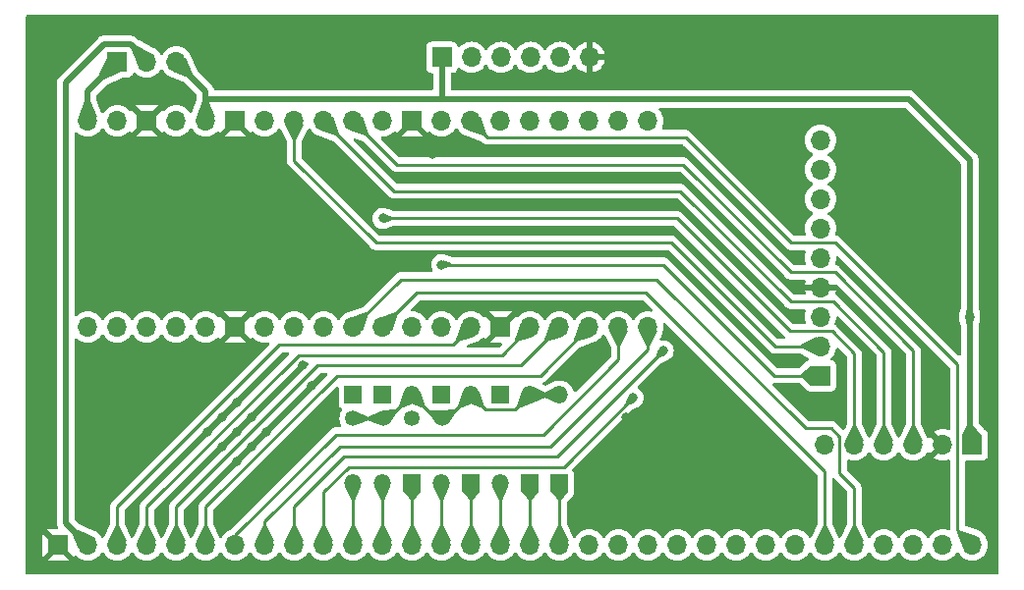
<source format=gbr>
%TF.GenerationSoftware,KiCad,Pcbnew,8.0.7*%
%TF.CreationDate,2025-02-06T19:54:10+01:00*%
%TF.ProjectId,Sorbus-Sound,536f7262-7573-42d5-936f-756e642e6b69,rev?*%
%TF.SameCoordinates,Original*%
%TF.FileFunction,Copper,L1,Top*%
%TF.FilePolarity,Positive*%
%FSLAX46Y46*%
G04 Gerber Fmt 4.6, Leading zero omitted, Abs format (unit mm)*
G04 Created by KiCad (PCBNEW 8.0.7) date 2025-02-06 19:54:10*
%MOMM*%
%LPD*%
G01*
G04 APERTURE LIST*
%TA.AperFunction,ComponentPad*%
%ADD10R,1.500000X1.500000*%
%TD*%
%TA.AperFunction,ComponentPad*%
%ADD11O,1.500000X1.500000*%
%TD*%
%TA.AperFunction,ComponentPad*%
%ADD12O,1.700000X1.700000*%
%TD*%
%TA.AperFunction,ComponentPad*%
%ADD13R,1.700000X1.700000*%
%TD*%
%TA.AperFunction,ComponentPad*%
%ADD14C,1.350000*%
%TD*%
%TA.AperFunction,ViaPad*%
%ADD15C,0.800000*%
%TD*%
%TA.AperFunction,Conductor*%
%ADD16C,0.508000*%
%TD*%
%TA.AperFunction,Conductor*%
%ADD17C,0.250000*%
%TD*%
G04 APERTURE END LIST*
D10*
%TO.P,D11,1,K*%
%TO.N,~{CS2}*%
X66548000Y-63236000D03*
D11*
%TO.P,D11,2,A*%
%TO.N,A11*%
X66548000Y-70856000D03*
%TD*%
D10*
%TO.P,D8,1,K*%
%TO.N,~{CS2}*%
X58928000Y-63236000D03*
D11*
%TO.P,D8,2,A*%
%TO.N,A8*%
X58928000Y-70856000D03*
%TD*%
D10*
%TO.P,D13,1,K*%
%TO.N,~{CS2}*%
X71628000Y-63236000D03*
D11*
%TO.P,D13,2,A*%
%TO.N,A13*%
X71628000Y-70856000D03*
%TD*%
D10*
%TO.P,D14,1,K*%
%TO.N,A14*%
X74168000Y-70861000D03*
D11*
%TO.P,D14,2,A*%
%TO.N,CS1*%
X74168000Y-63241000D03*
%TD*%
D10*
%TO.P,D9,1,K*%
%TO.N,~{CS2}*%
X61468000Y-63236000D03*
D11*
%TO.P,D9,2,A*%
%TO.N,A9*%
X61468000Y-70856000D03*
%TD*%
D10*
%TO.P,D15,1,K*%
%TO.N,A15*%
X76708000Y-70866000D03*
D11*
%TO.P,D15,2,A*%
%TO.N,CS1*%
X76708000Y-63246000D03*
%TD*%
D10*
%TO.P,D10,1,K*%
%TO.N,A10*%
X64008000Y-70866000D03*
D11*
%TO.P,D10,2,A*%
%TO.N,CS1*%
X64008000Y-63246000D03*
%TD*%
D10*
%TO.P,D12,1,K*%
%TO.N,A12*%
X69088000Y-70866000D03*
D11*
%TO.P,D12,2,A*%
%TO.N,CS1*%
X69088000Y-63246000D03*
%TD*%
D12*
%TO.P,U1,1,GPIO0*%
%TO.N,D0*%
X36068000Y-57404000D03*
%TO.P,U1,2,GPIO1*%
%TO.N,D1*%
X38608000Y-57404000D03*
%TO.P,U1,3,GPIO2*%
%TO.N,D2*%
X41148000Y-57404000D03*
%TO.P,U1,4,GPIO3*%
%TO.N,D3*%
X43688000Y-57404000D03*
%TO.P,U1,5,GPIO4*%
%TO.N,D4*%
X46228000Y-57404000D03*
D13*
%TO.P,U1,6,GND*%
%TO.N,GND*%
X48768000Y-57404000D03*
D12*
%TO.P,U1,7,GPIO5*%
%TO.N,D5*%
X51308000Y-57404000D03*
%TO.P,U1,8,GPIO6*%
%TO.N,D6*%
X53848000Y-57404000D03*
%TO.P,U1,9,GPIO7*%
%TO.N,D7*%
X56388000Y-57404000D03*
%TO.P,U1,10,GPIO8*%
%TO.N,CLK*%
X58928000Y-57404000D03*
%TO.P,U1,11,GPIO9*%
%TO.N,R{slash}~{W}*%
X61468000Y-57404000D03*
%TO.P,U1,12,GPIO10*%
%TO.N,CS1*%
X64008000Y-57404000D03*
%TO.P,U1,13,GPIO11*%
%TO.N,~{CS2}*%
X66548000Y-57404000D03*
%TO.P,U1,14,GPIO12*%
%TO.N,A0*%
X69088000Y-57404000D03*
D13*
%TO.P,U1,15,GND*%
%TO.N,GND*%
X71628000Y-57404000D03*
D12*
%TO.P,U1,16,GPIO13*%
%TO.N,A1*%
X74168000Y-57404000D03*
%TO.P,U1,17,GPIO14*%
%TO.N,A2*%
X76708000Y-57404000D03*
%TO.P,U1,18,GPIO15*%
%TO.N,A3*%
X79248000Y-57404000D03*
%TO.P,U1,19,GPIO16*%
%TO.N,A4*%
X81788000Y-57404000D03*
%TO.P,U1,20,GPIO17*%
%TO.N,A5*%
X84328000Y-57404000D03*
%TO.P,U1,21,GPIO18*%
%TO.N,A6*%
X84328000Y-39624000D03*
%TO.P,U1,22,GPIO19*%
%TO.N,A7*%
X81788000Y-39624000D03*
%TO.P,U1,23,GPIO20*%
%TO.N,SPI0-RX*%
X79248000Y-39624000D03*
%TO.P,U1,24,GPIO21*%
%TO.N,SPI0-CSn*%
X76708000Y-39624000D03*
%TO.P,U1,25,GPIO22*%
%TO.N,SPI0-CLK*%
X74168000Y-39624000D03*
%TO.P,U1,26,GPIO23*%
%TO.N,SPI0-TX*%
X71628000Y-39624000D03*
%TO.P,U1,27,GPIO24*%
%TO.N,~{RESET}*%
X69088000Y-39624000D03*
%TO.P,U1,28,GPIO25*%
%TO.N,FLT*%
X66548000Y-39624000D03*
D13*
%TO.P,U1,29,AGND*%
%TO.N,GND*%
X64008000Y-39624000D03*
D12*
%TO.P,U1,30,GPIO26_ADC0*%
%TO.N,BCK*%
X61468000Y-39624000D03*
%TO.P,U1,31,GPIO27_ADC1*%
%TO.N,LRCK*%
X58928000Y-39624000D03*
%TO.P,U1,32,GPIO28_ADC2*%
%TO.N,DIN*%
X56388000Y-39624000D03*
%TO.P,U1,33,GPIO29_ADC3*%
%TO.N,DEMP*%
X53848000Y-39624000D03*
%TO.P,U1,34,RUN*%
%TO.N,unconnected-(U1-RUN-Pad34)*%
X51308000Y-39624000D03*
D13*
%TO.P,U1,35,GND*%
%TO.N,GND*%
X48768000Y-39624000D03*
D12*
%TO.P,U1,36,3V3*%
%TO.N,3V3*%
X46228000Y-39624000D03*
%TO.P,U1,37,3V3_EN*%
%TO.N,unconnected-(U1-3V3_EN-Pad37)*%
X43688000Y-39624000D03*
D13*
%TO.P,U1,38,GND*%
%TO.N,GND*%
X41148000Y-39624000D03*
D12*
%TO.P,U1,39,VIN*%
%TO.N,unconnected-(U1-VIN-Pad39)*%
X38608000Y-39624000D03*
%TO.P,U1,40,VBUS*%
%TO.N,5V*%
X36068000Y-39624000D03*
%TD*%
D13*
%TO.P,J2,1,Pin_1*%
%TO.N,5V*%
X38608000Y-34544000D03*
D12*
%TO.P,J2,2,Pin_2*%
%TO.N,VCC*%
X41148000Y-34544000D03*
%TO.P,J2,3,Pin_3*%
%TO.N,3V3*%
X43688000Y-34544000D03*
%TD*%
D13*
%TO.P,J5,1,Pin_1*%
%TO.N,3V3*%
X66573400Y-34137600D03*
D12*
%TO.P,J5,2,Pin_2*%
%TO.N,SPI0-CSn*%
X69113400Y-34137600D03*
%TO.P,J5,3,Pin_3*%
%TO.N,SPI0-TX*%
X71653400Y-34137600D03*
%TO.P,J5,4,Pin_4*%
%TO.N,SPI0-CLK*%
X74193400Y-34137600D03*
%TO.P,J5,5,Pin_5*%
%TO.N,SPI0-RX*%
X76733400Y-34137600D03*
%TO.P,J5,6,Pin_6*%
%TO.N,GND*%
X79273400Y-34137600D03*
%TD*%
D13*
%TO.P,J3,1,Pin_1*%
%TO.N,3V3*%
X112278000Y-67564000D03*
D12*
%TO.P,J3,2,Pin_2*%
%TO.N,GND*%
X109738000Y-67564000D03*
%TO.P,J3,3,Pin_3*%
%TO.N,LRCK*%
X107198000Y-67564000D03*
%TO.P,J3,4,Pin_4*%
%TO.N,DIN*%
X104658000Y-67564000D03*
%TO.P,J3,5,Pin_5*%
%TO.N,BCK*%
X102118000Y-67564000D03*
%TO.P,J3,6,Pin_6*%
%TO.N,/SCK*%
X99578000Y-67564000D03*
%TD*%
D13*
%TO.P,J4,1,Pin_1*%
%TO.N,FLT*%
X99187000Y-61595000D03*
D12*
%TO.P,J4,2,Pin_2*%
%TO.N,DEMP*%
X99187000Y-59055000D03*
%TO.P,J4,3,Pin_3*%
%TO.N,3V3*%
X99187000Y-56515000D03*
%TO.P,J4,4,Pin_4*%
%TO.N,GND*%
X99187000Y-53975000D03*
%TO.P,J4,5,Pin_5*%
%TO.N,unconnected-(J4-Pin_5-Pad5)*%
X99187000Y-51435000D03*
%TO.P,J4,6,Pin_6*%
%TO.N,unconnected-(J4-Pin_6-Pad6)*%
X99187000Y-48895000D03*
%TO.P,J4,7,Pin_7*%
%TO.N,unconnected-(J4-Pin_7-Pad7)*%
X99187000Y-46355000D03*
%TO.P,J4,8,Pin_8*%
%TO.N,unconnected-(J4-Pin_8-Pad8)*%
X99187000Y-43815000D03*
%TO.P,J4,9,Pin_9*%
%TO.N,unconnected-(J4-Pin_9-Pad9)*%
X99187000Y-41275000D03*
%TD*%
D14*
%TO.P,J8,1,Pin_1*%
%TO.N,CS1*%
X58928000Y-65273000D03*
%TD*%
D13*
%TO.P,J1,1,Pin_1*%
%TO.N,GND*%
X33528000Y-76200000D03*
D12*
%TO.P,J1,2,Pin_2*%
%TO.N,VCC*%
X36068000Y-76200000D03*
%TO.P,J1,3,Pin_3*%
%TO.N,A0*%
X38608000Y-76200000D03*
%TO.P,J1,4,Pin_4*%
%TO.N,A1*%
X41148000Y-76200000D03*
%TO.P,J1,5,Pin_5*%
%TO.N,A2*%
X43688000Y-76200000D03*
%TO.P,J1,6,Pin_6*%
%TO.N,A3*%
X46228000Y-76200000D03*
%TO.P,J1,7,Pin_7*%
%TO.N,A4*%
X48768000Y-76200000D03*
%TO.P,J1,8,Pin_8*%
%TO.N,A5*%
X51308000Y-76200000D03*
%TO.P,J1,9,Pin_9*%
%TO.N,A6*%
X53848000Y-76200000D03*
%TO.P,J1,10,Pin_10*%
%TO.N,A7*%
X56388000Y-76200000D03*
%TO.P,J1,11,Pin_11*%
%TO.N,A8*%
X58928000Y-76200000D03*
%TO.P,J1,12,Pin_12*%
%TO.N,A9*%
X61468000Y-76200000D03*
%TO.P,J1,13,Pin_13*%
%TO.N,A10*%
X64008000Y-76200000D03*
%TO.P,J1,14,Pin_14*%
%TO.N,A11*%
X66548000Y-76200000D03*
%TO.P,J1,15,Pin_15*%
%TO.N,A12*%
X69088000Y-76200000D03*
%TO.P,J1,16,Pin_16*%
%TO.N,A13*%
X71628000Y-76200000D03*
%TO.P,J1,17,Pin_17*%
%TO.N,A14*%
X74168000Y-76200000D03*
%TO.P,J1,18,Pin_18*%
%TO.N,A15*%
X76708000Y-76200000D03*
%TO.P,J1,19,Pin_19*%
%TO.N,D0*%
X79248000Y-76200000D03*
%TO.P,J1,20,Pin_20*%
%TO.N,D1*%
X81788000Y-76200000D03*
%TO.P,J1,21,Pin_21*%
%TO.N,D2*%
X84328000Y-76200000D03*
%TO.P,J1,22,Pin_22*%
%TO.N,D3*%
X86868000Y-76200000D03*
%TO.P,J1,23,Pin_23*%
%TO.N,D4*%
X89408000Y-76200000D03*
%TO.P,J1,24,Pin_24*%
%TO.N,D5*%
X91948000Y-76200000D03*
%TO.P,J1,25,Pin_25*%
%TO.N,D6*%
X94488000Y-76200000D03*
%TO.P,J1,26,Pin_26*%
%TO.N,D7*%
X97028000Y-76200000D03*
%TO.P,J1,27,Pin_27*%
%TO.N,R{slash}~{W}*%
X99568000Y-76200000D03*
%TO.P,J1,28,Pin_28*%
%TO.N,CLK*%
X102108000Y-76200000D03*
%TO.P,J1,29,Pin_29*%
%TO.N,/RDY*%
X104648000Y-76200000D03*
%TO.P,J1,30,Pin_30*%
%TO.N,/~{IRQ}*%
X107188000Y-76200000D03*
%TO.P,J1,31,Pin_31*%
%TO.N,/~{NMI}*%
X109728000Y-76200000D03*
%TO.P,J1,32,Pin_32*%
%TO.N,~{RESET}*%
X112268000Y-76200000D03*
%TD*%
D14*
%TO.P,J11,1,Pin_1*%
%TO.N,CS1*%
X66598800Y-65278000D03*
%TD*%
%TO.P,J9,1,Pin_1*%
%TO.N,CS1*%
X61518800Y-65278000D03*
%TD*%
%TO.P,J10,1,Pin_1*%
%TO.N,~{CS2}*%
X64008000Y-65273000D03*
%TD*%
D15*
%TO.N,3V3*%
X112051000Y-56540400D03*
%TO.N,A6*%
X85648800Y-59436000D03*
%TO.N,A7*%
X83058012Y-63499992D03*
%TO.N,GND*%
X76708000Y-44551600D03*
X50165000Y-65151000D03*
X77724000Y-36322000D03*
X88900000Y-74371200D03*
X39116000Y-59182000D03*
X84048600Y-69494400D03*
X52070000Y-69596000D03*
X78841600Y-70764400D03*
X55372000Y-62484000D03*
X100000000Y-65000000D03*
X86309200Y-74371200D03*
X53340000Y-68326002D03*
X51435000Y-66421000D03*
X110388400Y-58013600D03*
X103327200Y-60500000D03*
X103378000Y-65278000D03*
X72923400Y-36296600D03*
X100838000Y-74371200D03*
X82403927Y-65213976D03*
X47625000Y-65151000D03*
X85623400Y-68681600D03*
X48895000Y-63881000D03*
X87401400Y-67767200D03*
X98298000Y-74371200D03*
X44196000Y-59182000D03*
X65773000Y-42513134D03*
X80000000Y-60000000D03*
X93952400Y-74371200D03*
X50800000Y-70866000D03*
X74015600Y-42164000D03*
X81737200Y-44551600D03*
X55000000Y-42500000D03*
X46355000Y-66421000D03*
X50165000Y-67691000D03*
X79248000Y-44551600D03*
X105968800Y-65278000D03*
X41656000Y-59182000D03*
X91440000Y-74371200D03*
X48895000Y-66421000D03*
X54610000Y-60706000D03*
X48895000Y-68961000D03*
X47625000Y-67691000D03*
X84378800Y-44551600D03*
%TO.N,FLT*%
X66548002Y-52019199D03*
%TO.N,BCK*%
X61493400Y-48031400D03*
%TD*%
D16*
%TO.N,VCC*%
X34163000Y-74295000D02*
X34163000Y-36322000D01*
X34163000Y-36322000D02*
X37465000Y-33020000D01*
X37465000Y-33020000D02*
X39751000Y-33020000D01*
X41148000Y-34417000D02*
X41148000Y-34544000D01*
X39751000Y-33020000D02*
X41148000Y-34417000D01*
X36068000Y-76200000D02*
X34163000Y-74295000D01*
D17*
%TO.N,R{slash}~{W}*%
X61468000Y-57404000D02*
X64414400Y-54457600D01*
X84173503Y-54457600D02*
X99568000Y-69852097D01*
X64414400Y-54457600D02*
X84173503Y-54457600D01*
X99568000Y-69852097D02*
X99568000Y-76200000D01*
%TO.N,CLK*%
X102108000Y-71245604D02*
X100850000Y-69987604D01*
X102108000Y-76200000D02*
X102108000Y-71245604D01*
X63042800Y-53289200D02*
X58928000Y-57404000D01*
X85090000Y-53289200D02*
X63042800Y-53289200D01*
X97900400Y-66099600D02*
X85090000Y-53289200D01*
X100850000Y-69987604D02*
X100850000Y-66850000D01*
X100099600Y-66099600D02*
X97900400Y-66099600D01*
X100850000Y-66850000D02*
X100099600Y-66099600D01*
%TO.N,~{RESET}*%
X110998000Y-74930000D02*
X110998000Y-60642408D01*
X69088000Y-39624000D02*
X70485000Y-41021000D01*
X87579200Y-41021000D02*
X71323200Y-41021000D01*
X70485000Y-41021000D02*
X71323200Y-41021000D01*
X110998000Y-60642408D02*
X100495192Y-50139600D01*
X100495192Y-50139600D02*
X96697800Y-50139600D01*
X96697800Y-50139600D02*
X87579200Y-41021000D01*
X112268000Y-76200000D02*
X110998000Y-74930000D01*
D16*
%TO.N,3V3*%
X106807000Y-37719000D02*
X112051000Y-42963000D01*
X43688000Y-34544000D02*
X46228000Y-37084000D01*
X112278000Y-67564000D02*
X112268000Y-67554000D01*
X46228000Y-37719000D02*
X66573400Y-37719000D01*
X112278000Y-67564000D02*
X112278000Y-67066000D01*
X66573400Y-37719000D02*
X106807000Y-37719000D01*
X46228000Y-37084000D02*
X46228000Y-39624000D01*
X112051000Y-42963000D02*
X112051000Y-56540400D01*
X112051000Y-66839000D02*
X112051000Y-56540400D01*
X66573400Y-34137600D02*
X66573400Y-37719000D01*
X112278000Y-67066000D02*
X112051000Y-66839000D01*
%TO.N,5V*%
X36068000Y-37084000D02*
X36068000Y-39624000D01*
X38608000Y-34544000D02*
X36068000Y-37084000D01*
D17*
%TO.N,A0*%
X38608000Y-72898000D02*
X52578000Y-58928000D01*
X69088000Y-57404000D02*
X67564000Y-58928000D01*
X52578000Y-58928000D02*
X66243200Y-58928000D01*
X38608000Y-76200000D02*
X38608000Y-72898000D01*
X67564000Y-58928000D02*
X66243200Y-58928000D01*
%TO.N,A8*%
X58928000Y-76200000D02*
X58928000Y-70856000D01*
%TO.N,CS1*%
X58928000Y-65273000D02*
X61513800Y-65273000D01*
X76703000Y-63241000D02*
X76708000Y-63246000D01*
X66040000Y-65278000D02*
X66598800Y-65278000D01*
X74168000Y-63241000D02*
X72893000Y-64516000D01*
X72893000Y-64516000D02*
X70358000Y-64516000D01*
X67061000Y-65273000D02*
X66548000Y-65273000D01*
X69088000Y-63246000D02*
X67056000Y-65278000D01*
X61513800Y-65273000D02*
X61518800Y-65278000D01*
X70358000Y-64516000D02*
X69088000Y-63246000D01*
X67056000Y-65278000D02*
X66598800Y-65278000D01*
X61976000Y-65278000D02*
X61518800Y-65278000D01*
X64008000Y-63246000D02*
X66040000Y-65278000D01*
X74168000Y-63241000D02*
X76703000Y-63241000D01*
X64008000Y-63246000D02*
X61976000Y-65278000D01*
%TO.N,A9*%
X61468000Y-70856000D02*
X61468000Y-76200000D01*
%TO.N,A1*%
X41148000Y-76200000D02*
X41148000Y-72898000D01*
X74168000Y-57404000D02*
X71755000Y-59817000D01*
X54229000Y-59817000D02*
X70205600Y-59817000D01*
X41148000Y-72898000D02*
X54229000Y-59817000D01*
X71755000Y-59817000D02*
X70205600Y-59817000D01*
%TO.N,A2*%
X43688000Y-72898000D02*
X55880000Y-60706000D01*
X73406000Y-60706000D02*
X71272400Y-60706000D01*
X76708000Y-57404000D02*
X73406000Y-60706000D01*
X55880000Y-60706000D02*
X71272400Y-60706000D01*
X43688000Y-76200000D02*
X43688000Y-72898000D01*
%TO.N,A3*%
X57531000Y-61595000D02*
X46228000Y-72898000D01*
X79248000Y-57404000D02*
X75057000Y-61595000D01*
X71932800Y-61595000D02*
X57531000Y-61595000D01*
X46228000Y-72898000D02*
X46228000Y-76200000D01*
X75057000Y-61595000D02*
X71932800Y-61595000D01*
%TO.N,A4*%
X48768000Y-76200000D02*
X48768000Y-75354656D01*
X57447656Y-66675000D02*
X75311000Y-66675000D01*
X81788000Y-60198000D02*
X75311000Y-66675000D01*
X81788000Y-57404000D02*
X81788000Y-60198000D01*
X48768000Y-75354656D02*
X57447656Y-66675000D01*
%TO.N,A5*%
X51308000Y-74168000D02*
X51308000Y-76200000D01*
X75946000Y-67691000D02*
X57785000Y-67691000D01*
X84328000Y-57404000D02*
X84328000Y-59309000D01*
X84328000Y-59309000D02*
X75946000Y-67691000D01*
X57785000Y-67691000D02*
X51308000Y-74168000D01*
%TO.N,A6*%
X76504800Y-68580000D02*
X85648800Y-59436000D01*
X53848000Y-72898000D02*
X58166000Y-68580000D01*
X58166000Y-68580000D02*
X76504800Y-68580000D01*
X53848000Y-76200000D02*
X53848000Y-72898000D01*
%TO.N,A7*%
X56388000Y-76200000D02*
X56388000Y-71628000D01*
X58547000Y-69469000D02*
X77089000Y-69469000D01*
X83058008Y-63499992D02*
X83058012Y-63499992D01*
X56388000Y-71628000D02*
X58547000Y-69469000D01*
X77089000Y-69469000D02*
X83058008Y-63499992D01*
%TO.N,A12*%
X69088000Y-76200000D02*
X69088000Y-70866000D01*
%TO.N,A10*%
X64008000Y-76200000D02*
X64008000Y-70866000D01*
%TO.N,A11*%
X66548000Y-70856000D02*
X66548000Y-76200000D01*
%TO.N,A13*%
X71628000Y-70856000D02*
X71628000Y-76200000D01*
%TO.N,A14*%
X74168000Y-76200000D02*
X74168000Y-70861000D01*
%TO.N,A15*%
X76708000Y-70866000D02*
X76708000Y-76200000D01*
%TO.N,FLT*%
X95224600Y-61595000D02*
X85648799Y-52019199D01*
X99187000Y-61595000D02*
X95224600Y-61595000D01*
X85648799Y-52019199D02*
X66548002Y-52019199D01*
%TO.N,LRCK*%
X107198000Y-67564000D02*
X107198000Y-59446000D01*
X96672400Y-52679600D02*
X87376000Y-43383200D01*
X100431600Y-52679600D02*
X96672400Y-52679600D01*
X107198000Y-59446000D02*
X100431600Y-52679600D01*
X87376000Y-43383200D02*
X62687200Y-43383200D01*
X62687200Y-43383200D02*
X58928000Y-39624000D01*
%TO.N,BCK*%
X102118000Y-59700000D02*
X100177601Y-57759600D01*
X96570800Y-57759600D02*
X86842600Y-48031400D01*
X100177601Y-57759600D02*
X96570800Y-57759600D01*
X102118000Y-67564000D02*
X102118000Y-59700000D01*
X86842600Y-48031400D02*
X61493400Y-48031400D01*
%TO.N,DIN*%
X87122000Y-45669200D02*
X62433200Y-45669200D01*
X104658000Y-59547600D02*
X100330000Y-55219600D01*
X62433200Y-45669200D02*
X56388000Y-39624000D01*
X96672400Y-55219600D02*
X87122000Y-45669200D01*
X104658000Y-67564000D02*
X104658000Y-59547600D01*
X100330000Y-55219600D02*
X96672400Y-55219600D01*
%TO.N,DEMP*%
X60934600Y-50139600D02*
X86360000Y-50139600D01*
X86360000Y-50139600D02*
X95275400Y-59055000D01*
X53848000Y-43053000D02*
X60934600Y-50139600D01*
X95275400Y-59055000D02*
X99187000Y-59055000D01*
X53848000Y-39624000D02*
X53848000Y-43053000D01*
%TD*%
%TA.AperFunction,Conductor*%
%TO.N,A1*%
G36*
X73394106Y-57083428D02*
G01*
X74164215Y-57401438D01*
X74170552Y-57407761D01*
X74170562Y-57407785D01*
X74488567Y-58177883D01*
X74488558Y-58186838D01*
X74482219Y-58193163D01*
X74481629Y-58193388D01*
X73061251Y-58692031D01*
X73052309Y-58691539D01*
X73049102Y-58689265D01*
X72882734Y-58522897D01*
X72879307Y-58514624D01*
X72879968Y-58510748D01*
X72991461Y-58193163D01*
X73378612Y-57090368D01*
X73384584Y-57083699D01*
X73393526Y-57083207D01*
X73394106Y-57083428D01*
G37*
%TD.AperFunction*%
%TD*%
%TA.AperFunction,Conductor*%
%TO.N,A13*%
G36*
X72309620Y-71138320D02*
G01*
X72315944Y-71144660D01*
X72315933Y-71153615D01*
X72315725Y-71154085D01*
X71756155Y-72349261D01*
X71749544Y-72355301D01*
X71745559Y-72356000D01*
X71510441Y-72356000D01*
X71502168Y-72352573D01*
X71499845Y-72349261D01*
X70940274Y-71154085D01*
X70939869Y-71145139D01*
X70945909Y-71138528D01*
X70946354Y-71138330D01*
X71623510Y-70856865D01*
X71632462Y-70856855D01*
X72309620Y-71138320D01*
G37*
%TD.AperFunction*%
%TD*%
%TA.AperFunction,Conductor*%
%TO.N,A4*%
G36*
X48833922Y-76202591D02*
G01*
X48837349Y-76210864D01*
X48833922Y-76219137D01*
X48829594Y-76221879D01*
X48174471Y-76456578D01*
X48165528Y-76456143D01*
X48159511Y-76449510D01*
X48159947Y-76440566D01*
X48165343Y-76435075D01*
X48640550Y-76200373D01*
X48645731Y-76199164D01*
X48825649Y-76199164D01*
X48833922Y-76202591D01*
G37*
%TD.AperFunction*%
%TD*%
%TA.AperFunction,Conductor*%
%TO.N,CS1*%
G36*
X64698563Y-62963662D02*
G01*
X64704887Y-62970002D01*
X64705073Y-62970481D01*
X65154513Y-64211275D01*
X65154108Y-64220221D01*
X65151785Y-64223533D01*
X64985533Y-64389785D01*
X64977260Y-64393212D01*
X64973275Y-64392513D01*
X63732481Y-63943073D01*
X63725870Y-63937033D01*
X63725465Y-63928087D01*
X63725632Y-63927655D01*
X64005438Y-63249786D01*
X64011759Y-63243449D01*
X64689610Y-62963651D01*
X64698563Y-62963662D01*
G37*
%TD.AperFunction*%
%TD*%
%TA.AperFunction,Conductor*%
%TO.N,A6*%
G36*
X53973912Y-74503427D02*
G01*
X53976186Y-74506634D01*
X54627950Y-75863586D01*
X54628442Y-75872528D01*
X54622469Y-75879199D01*
X54621892Y-75879457D01*
X53852489Y-76199134D01*
X53843534Y-76199143D01*
X53843511Y-76199134D01*
X53074107Y-75879457D01*
X53067782Y-75873118D01*
X53067791Y-75864163D01*
X53068049Y-75863586D01*
X53719814Y-74506634D01*
X53726485Y-74500661D01*
X53730361Y-74500000D01*
X53965639Y-74500000D01*
X53973912Y-74503427D01*
G37*
%TD.AperFunction*%
%TD*%
%TA.AperFunction,Conductor*%
%TO.N,CS1*%
G36*
X76425471Y-62563907D02*
G01*
X76425664Y-62564344D01*
X76707133Y-63241509D01*
X76707144Y-63250464D01*
X76707133Y-63250491D01*
X76425696Y-63927578D01*
X76419356Y-63933902D01*
X76410401Y-63933891D01*
X76409892Y-63933665D01*
X75215695Y-63369167D01*
X75209680Y-63362533D01*
X75208995Y-63358589D01*
X75208995Y-63123465D01*
X75212422Y-63115192D01*
X75215763Y-63112856D01*
X76409933Y-62558223D01*
X76418878Y-62557847D01*
X76425471Y-62563907D01*
G37*
%TD.AperFunction*%
%TD*%
%TA.AperFunction,Conductor*%
%TO.N,A1*%
G36*
X41273912Y-74503427D02*
G01*
X41276186Y-74506634D01*
X41927950Y-75863586D01*
X41928442Y-75872528D01*
X41922469Y-75879199D01*
X41921892Y-75879457D01*
X41152489Y-76199134D01*
X41143534Y-76199143D01*
X41143511Y-76199134D01*
X40374107Y-75879457D01*
X40367782Y-75873118D01*
X40367791Y-75864163D01*
X40368049Y-75863586D01*
X41019814Y-74506634D01*
X41026485Y-74500661D01*
X41030361Y-74500000D01*
X41265639Y-74500000D01*
X41273912Y-74503427D01*
G37*
%TD.AperFunction*%
%TD*%
%TA.AperFunction,Conductor*%
%TO.N,A0*%
G36*
X68314106Y-57083428D02*
G01*
X69084215Y-57401438D01*
X69090552Y-57407761D01*
X69090562Y-57407785D01*
X69408567Y-58177883D01*
X69408558Y-58186838D01*
X69402219Y-58193163D01*
X69401629Y-58193388D01*
X67981251Y-58692031D01*
X67972309Y-58691539D01*
X67969102Y-58689265D01*
X67802734Y-58522897D01*
X67799307Y-58514624D01*
X67799968Y-58510748D01*
X67911461Y-58193163D01*
X68298612Y-57090368D01*
X68304584Y-57083699D01*
X68313526Y-57083207D01*
X68314106Y-57083428D01*
G37*
%TD.AperFunction*%
%TD*%
%TA.AperFunction,Conductor*%
%TO.N,A14*%
G36*
X74293912Y-74503427D02*
G01*
X74296186Y-74506634D01*
X74947950Y-75863586D01*
X74948442Y-75872528D01*
X74942469Y-75879199D01*
X74941892Y-75879457D01*
X74172489Y-76199134D01*
X74163534Y-76199143D01*
X74163511Y-76199134D01*
X73394107Y-75879457D01*
X73387782Y-75873118D01*
X73387791Y-75864163D01*
X73388049Y-75863586D01*
X74039814Y-74506634D01*
X74046485Y-74500661D01*
X74050361Y-74500000D01*
X74285639Y-74500000D01*
X74293912Y-74503427D01*
G37*
%TD.AperFunction*%
%TD*%
%TA.AperFunction,Conductor*%
%TO.N,3V3*%
G36*
X46482252Y-37927427D02*
G01*
X46484892Y-37931482D01*
X47009184Y-39288074D01*
X47008970Y-39297026D01*
X47002760Y-39303097D01*
X46232489Y-39623134D01*
X46223534Y-39623143D01*
X46223511Y-39623134D01*
X45453239Y-39303097D01*
X45446914Y-39296758D01*
X45446815Y-39288076D01*
X45971108Y-37931481D01*
X45977287Y-37925001D01*
X45982021Y-37924000D01*
X46473979Y-37924000D01*
X46482252Y-37927427D01*
G37*
%TD.AperFunction*%
%TD*%
%TA.AperFunction,Conductor*%
%TO.N,A2*%
G36*
X43813912Y-74503427D02*
G01*
X43816186Y-74506634D01*
X44467950Y-75863586D01*
X44468442Y-75872528D01*
X44462469Y-75879199D01*
X44461892Y-75879457D01*
X43692489Y-76199134D01*
X43683534Y-76199143D01*
X43683511Y-76199134D01*
X42914107Y-75879457D01*
X42907782Y-75873118D01*
X42907791Y-75864163D01*
X42908049Y-75863586D01*
X43559814Y-74506634D01*
X43566485Y-74500661D01*
X43570361Y-74500000D01*
X43805639Y-74500000D01*
X43813912Y-74503427D01*
G37*
%TD.AperFunction*%
%TD*%
%TA.AperFunction,Conductor*%
%TO.N,A12*%
G36*
X69096268Y-70873279D02*
G01*
X69096279Y-70873290D01*
X69830455Y-71608445D01*
X69833876Y-71616721D01*
X69831164Y-71624203D01*
X69216508Y-72361790D01*
X69208579Y-72365952D01*
X69207520Y-72366000D01*
X68968480Y-72366000D01*
X68960207Y-72362573D01*
X68959492Y-72361790D01*
X68783875Y-72151050D01*
X68344834Y-71624201D01*
X68342171Y-71615654D01*
X68345543Y-71608446D01*
X69079721Y-70873289D01*
X69087992Y-70869858D01*
X69096268Y-70873279D01*
G37*
%TD.AperFunction*%
%TD*%
%TA.AperFunction,Conductor*%
%TO.N,A0*%
G36*
X38733912Y-74503427D02*
G01*
X38736186Y-74506634D01*
X39387950Y-75863586D01*
X39388442Y-75872528D01*
X39382469Y-75879199D01*
X39381892Y-75879457D01*
X38612489Y-76199134D01*
X38603534Y-76199143D01*
X38603511Y-76199134D01*
X37834107Y-75879457D01*
X37827782Y-75873118D01*
X37827791Y-75864163D01*
X37828049Y-75863586D01*
X38479814Y-74506634D01*
X38486485Y-74500661D01*
X38490361Y-74500000D01*
X38725639Y-74500000D01*
X38733912Y-74503427D01*
G37*
%TD.AperFunction*%
%TD*%
%TA.AperFunction,Conductor*%
%TO.N,BCK*%
G36*
X61674096Y-47672290D02*
G01*
X62285837Y-47903541D01*
X62292364Y-47909672D01*
X62293400Y-47914485D01*
X62293400Y-48148314D01*
X62289973Y-48156587D01*
X62285837Y-48159258D01*
X61657055Y-48396951D01*
X61648105Y-48396671D01*
X61642119Y-48390509D01*
X61545706Y-48159258D01*
X61494275Y-48035899D01*
X61494255Y-48026950D01*
X61642119Y-47672289D01*
X61648466Y-47665972D01*
X61657054Y-47665848D01*
X61674096Y-47672290D01*
G37*
%TD.AperFunction*%
%TD*%
%TA.AperFunction,Conductor*%
%TO.N,CS1*%
G36*
X62549744Y-64533861D02*
G01*
X62550345Y-64534422D01*
X62716437Y-64700514D01*
X62719864Y-64708787D01*
X62717776Y-64715458D01*
X62004068Y-65743810D01*
X61996536Y-65748653D01*
X61987785Y-65746751D01*
X61986195Y-65745424D01*
X61521537Y-65282140D01*
X61518098Y-65273872D01*
X61518098Y-65273843D01*
X61518689Y-64708787D01*
X61518788Y-64613892D01*
X61522224Y-64605624D01*
X61529665Y-64602235D01*
X62541251Y-64531024D01*
X62549744Y-64533861D01*
G37*
%TD.AperFunction*%
%TD*%
%TA.AperFunction,Conductor*%
%TO.N,A12*%
G36*
X69213912Y-74503427D02*
G01*
X69216186Y-74506634D01*
X69867950Y-75863586D01*
X69868442Y-75872528D01*
X69862469Y-75879199D01*
X69861892Y-75879457D01*
X69092489Y-76199134D01*
X69083534Y-76199143D01*
X69083511Y-76199134D01*
X68314107Y-75879457D01*
X68307782Y-75873118D01*
X68307791Y-75864163D01*
X68308049Y-75863586D01*
X68959814Y-74506634D01*
X68966485Y-74500661D01*
X68970361Y-74500000D01*
X69205639Y-74500000D01*
X69213912Y-74503427D01*
G37*
%TD.AperFunction*%
%TD*%
%TA.AperFunction,Conductor*%
%TO.N,FLT*%
G36*
X98344642Y-60752633D02*
G01*
X99179712Y-61586722D01*
X99183144Y-61594993D01*
X99179722Y-61603268D01*
X99179712Y-61603278D01*
X98344642Y-62437366D01*
X98336367Y-62440788D01*
X98328781Y-62437990D01*
X98328049Y-62437366D01*
X97491107Y-61723503D01*
X97487037Y-61715527D01*
X97487000Y-61714601D01*
X97487000Y-61475398D01*
X97490427Y-61467125D01*
X97491093Y-61466508D01*
X98328783Y-60752008D01*
X98337300Y-60749248D01*
X98344642Y-60752633D01*
G37*
%TD.AperFunction*%
%TD*%
%TA.AperFunction,Conductor*%
%TO.N,CS1*%
G36*
X59196956Y-64654250D02*
G01*
X59197298Y-64654399D01*
X60271161Y-65144876D01*
X60277263Y-65151430D01*
X60278000Y-65155518D01*
X60278000Y-65390481D01*
X60274573Y-65398754D01*
X60271161Y-65401123D01*
X59197325Y-65891588D01*
X59188376Y-65891909D01*
X59181822Y-65885807D01*
X59181677Y-65885474D01*
X58928866Y-65277489D01*
X58928854Y-65268541D01*
X59181663Y-64660559D01*
X59188001Y-64654237D01*
X59196956Y-64654250D01*
G37*
%TD.AperFunction*%
%TD*%
%TA.AperFunction,Conductor*%
%TO.N,A3*%
G36*
X46353912Y-74503427D02*
G01*
X46356186Y-74506634D01*
X47007950Y-75863586D01*
X47008442Y-75872528D01*
X47002469Y-75879199D01*
X47001892Y-75879457D01*
X46232489Y-76199134D01*
X46223534Y-76199143D01*
X46223511Y-76199134D01*
X45454107Y-75879457D01*
X45447782Y-75873118D01*
X45447791Y-75864163D01*
X45448049Y-75863586D01*
X46099814Y-74506634D01*
X46106485Y-74500661D01*
X46110361Y-74500000D01*
X46345639Y-74500000D01*
X46353912Y-74503427D01*
G37*
%TD.AperFunction*%
%TD*%
%TA.AperFunction,Conductor*%
%TO.N,A13*%
G36*
X71753912Y-74503427D02*
G01*
X71756186Y-74506634D01*
X72407950Y-75863586D01*
X72408442Y-75872528D01*
X72402469Y-75879199D01*
X72401892Y-75879457D01*
X71632489Y-76199134D01*
X71623534Y-76199143D01*
X71623511Y-76199134D01*
X70854107Y-75879457D01*
X70847782Y-75873118D01*
X70847791Y-75864163D01*
X70848049Y-75863586D01*
X71499814Y-74506634D01*
X71506485Y-74500661D01*
X71510361Y-74500000D01*
X71745639Y-74500000D01*
X71753912Y-74503427D01*
G37*
%TD.AperFunction*%
%TD*%
%TA.AperFunction,Conductor*%
%TO.N,A3*%
G36*
X78474106Y-57083428D02*
G01*
X79244215Y-57401438D01*
X79250552Y-57407761D01*
X79250562Y-57407785D01*
X79568567Y-58177883D01*
X79568558Y-58186838D01*
X79562219Y-58193163D01*
X79561629Y-58193388D01*
X78141251Y-58692031D01*
X78132309Y-58691539D01*
X78129102Y-58689265D01*
X77962734Y-58522897D01*
X77959307Y-58514624D01*
X77959968Y-58510748D01*
X78071461Y-58193163D01*
X78458612Y-57090368D01*
X78464584Y-57083699D01*
X78473526Y-57083207D01*
X78474106Y-57083428D01*
G37*
%TD.AperFunction*%
%TD*%
%TA.AperFunction,Conductor*%
%TO.N,BCK*%
G36*
X102243912Y-65867427D02*
G01*
X102246186Y-65870634D01*
X102897950Y-67227586D01*
X102898442Y-67236528D01*
X102892469Y-67243199D01*
X102891892Y-67243457D01*
X102122489Y-67563134D01*
X102113534Y-67563143D01*
X102113511Y-67563134D01*
X101344107Y-67243457D01*
X101337782Y-67237118D01*
X101337791Y-67228163D01*
X101338049Y-67227586D01*
X101989814Y-65870634D01*
X101996485Y-65864661D01*
X102000361Y-65864000D01*
X102235639Y-65864000D01*
X102243912Y-65867427D01*
G37*
%TD.AperFunction*%
%TD*%
%TA.AperFunction,Conductor*%
%TO.N,CS1*%
G36*
X68406360Y-62963639D02*
G01*
X69084211Y-63243437D01*
X69090551Y-63249761D01*
X69090562Y-63249788D01*
X69370348Y-63927608D01*
X69370337Y-63936563D01*
X69363997Y-63942887D01*
X69363518Y-63943073D01*
X68122724Y-64392513D01*
X68113778Y-64392108D01*
X68110466Y-64389785D01*
X67944214Y-64223533D01*
X67940787Y-64215260D01*
X67941486Y-64211275D01*
X68038634Y-63943073D01*
X68390927Y-62970479D01*
X68396966Y-62963870D01*
X68405912Y-62963465D01*
X68406360Y-62963639D01*
G37*
%TD.AperFunction*%
%TD*%
%TA.AperFunction,Conductor*%
%TO.N,~{RESET}*%
G36*
X111161251Y-74911968D02*
G01*
X111643027Y-75081102D01*
X112581629Y-75410611D01*
X112588300Y-75416584D01*
X112588792Y-75425526D01*
X112588567Y-75426116D01*
X112270562Y-76196214D01*
X112264237Y-76202553D01*
X112264214Y-76202562D01*
X111494116Y-76520567D01*
X111485161Y-76520558D01*
X111478836Y-76514219D01*
X111478611Y-76513629D01*
X111368755Y-76200707D01*
X111092818Y-75414702D01*
X110979968Y-75093251D01*
X110980460Y-75084309D01*
X110982731Y-75081105D01*
X111149103Y-74914733D01*
X111157375Y-74911307D01*
X111161251Y-74911968D01*
G37*
%TD.AperFunction*%
%TD*%
%TA.AperFunction,Conductor*%
%TO.N,CS1*%
G36*
X73486360Y-62958639D02*
G01*
X74164211Y-63238437D01*
X74170551Y-63244761D01*
X74170562Y-63244788D01*
X74450348Y-63922608D01*
X74450337Y-63931563D01*
X74443997Y-63937887D01*
X74443518Y-63938073D01*
X73202724Y-64387513D01*
X73193778Y-64387108D01*
X73190466Y-64384785D01*
X73024214Y-64218533D01*
X73020787Y-64210260D01*
X73021486Y-64206275D01*
X73118634Y-63938073D01*
X73470927Y-62965479D01*
X73476966Y-62958870D01*
X73485912Y-62958465D01*
X73486360Y-62958639D01*
G37*
%TD.AperFunction*%
%TD*%
%TA.AperFunction,Conductor*%
%TO.N,3V3*%
G36*
X112303515Y-55743827D02*
G01*
X112306752Y-55749999D01*
X112448487Y-56526633D01*
X112446601Y-56535387D01*
X112439078Y-56540244D01*
X112437006Y-56540434D01*
X112051029Y-56541399D01*
X112050971Y-56541399D01*
X111664993Y-56540434D01*
X111656728Y-56536986D01*
X111653322Y-56528705D01*
X111653512Y-56526633D01*
X111795248Y-55749999D01*
X111800105Y-55742476D01*
X111806758Y-55740400D01*
X112295242Y-55740400D01*
X112303515Y-55743827D01*
G37*
%TD.AperFunction*%
%TD*%
%TA.AperFunction,Conductor*%
%TO.N,A9*%
G36*
X62149620Y-71138320D02*
G01*
X62155944Y-71144660D01*
X62155933Y-71153615D01*
X62155725Y-71154085D01*
X61596155Y-72349261D01*
X61589544Y-72355301D01*
X61585559Y-72356000D01*
X61350441Y-72356000D01*
X61342168Y-72352573D01*
X61339845Y-72349261D01*
X60780274Y-71154085D01*
X60779869Y-71145139D01*
X60785909Y-71138528D01*
X60786354Y-71138330D01*
X61463510Y-70856865D01*
X61472462Y-70856855D01*
X62149620Y-71138320D01*
G37*
%TD.AperFunction*%
%TD*%
%TA.AperFunction,Conductor*%
%TO.N,3V3*%
G36*
X112307836Y-65867427D02*
G01*
X112308506Y-65868156D01*
X113015490Y-66706319D01*
X113018205Y-66714853D01*
X113015356Y-66721564D01*
X112286239Y-67555575D01*
X112278213Y-67559548D01*
X112269729Y-67556683D01*
X112269152Y-67556142D01*
X111433622Y-66719628D01*
X111430200Y-66711353D01*
X111431167Y-66706703D01*
X111793943Y-65871040D01*
X111800381Y-65864817D01*
X111804675Y-65864000D01*
X112299563Y-65864000D01*
X112307836Y-65867427D01*
G37*
%TD.AperFunction*%
%TD*%
%TA.AperFunction,Conductor*%
%TO.N,CLK*%
G36*
X102233912Y-74503427D02*
G01*
X102236186Y-74506634D01*
X102887950Y-75863586D01*
X102888442Y-75872528D01*
X102882469Y-75879199D01*
X102881892Y-75879457D01*
X102112489Y-76199134D01*
X102103534Y-76199143D01*
X102103511Y-76199134D01*
X101334107Y-75879457D01*
X101327782Y-75873118D01*
X101327791Y-75864163D01*
X101328049Y-75863586D01*
X101979814Y-74506634D01*
X101986485Y-74500661D01*
X101990361Y-74500000D01*
X102225639Y-74500000D01*
X102233912Y-74503427D01*
G37*
%TD.AperFunction*%
%TD*%
%TA.AperFunction,Conductor*%
%TO.N,CS1*%
G36*
X66595286Y-64606468D02*
G01*
X66598811Y-64614700D01*
X66598812Y-64614827D01*
X66599501Y-65273843D01*
X66596083Y-65282119D01*
X66596062Y-65282140D01*
X66130905Y-65745922D01*
X66122627Y-65749337D01*
X66114359Y-65745898D01*
X66113385Y-65744790D01*
X65755943Y-65282140D01*
X65383686Y-64800315D01*
X65381341Y-64791675D01*
X65384672Y-64784892D01*
X65550802Y-64618762D01*
X65558933Y-64615337D01*
X66586973Y-64603140D01*
X66595286Y-64606468D01*
G37*
%TD.AperFunction*%
%TD*%
%TA.AperFunction,Conductor*%
%TO.N,A11*%
G36*
X66673912Y-74503427D02*
G01*
X66676186Y-74506634D01*
X67327950Y-75863586D01*
X67328442Y-75872528D01*
X67322469Y-75879199D01*
X67321892Y-75879457D01*
X66552489Y-76199134D01*
X66543534Y-76199143D01*
X66543511Y-76199134D01*
X65774107Y-75879457D01*
X65767782Y-75873118D01*
X65767791Y-75864163D01*
X65768049Y-75863586D01*
X66419814Y-74506634D01*
X66426485Y-74500661D01*
X66430361Y-74500000D01*
X66665639Y-74500000D01*
X66673912Y-74503427D01*
G37*
%TD.AperFunction*%
%TD*%
%TA.AperFunction,Conductor*%
%TO.N,A15*%
G36*
X76833912Y-74503427D02*
G01*
X76836186Y-74506634D01*
X77487950Y-75863586D01*
X77488442Y-75872528D01*
X77482469Y-75879199D01*
X77481892Y-75879457D01*
X76712489Y-76199134D01*
X76703534Y-76199143D01*
X76703511Y-76199134D01*
X75934107Y-75879457D01*
X75927782Y-75873118D01*
X75927791Y-75864163D01*
X75928049Y-75863586D01*
X76579814Y-74506634D01*
X76586485Y-74500661D01*
X76590361Y-74500000D01*
X76825639Y-74500000D01*
X76833912Y-74503427D01*
G37*
%TD.AperFunction*%
%TD*%
%TA.AperFunction,Conductor*%
%TO.N,A4*%
G36*
X81792489Y-57404865D02*
G01*
X82561892Y-57724542D01*
X82568217Y-57730881D01*
X82568208Y-57739836D01*
X82567950Y-57740413D01*
X81916186Y-59097366D01*
X81909515Y-59103339D01*
X81905639Y-59104000D01*
X81670361Y-59104000D01*
X81662088Y-59100573D01*
X81659814Y-59097366D01*
X81008049Y-57740413D01*
X81007557Y-57731471D01*
X81013530Y-57724800D01*
X81014095Y-57724547D01*
X81783511Y-57404864D01*
X81792466Y-57404856D01*
X81792489Y-57404865D01*
G37*
%TD.AperFunction*%
%TD*%
%TA.AperFunction,Conductor*%
%TO.N,A6*%
G36*
X85289709Y-59287232D02*
G01*
X85432563Y-59346018D01*
X85644995Y-59433436D01*
X85651342Y-59439754D01*
X85651363Y-59439804D01*
X85797567Y-59795090D01*
X85797546Y-59804044D01*
X85791560Y-59810206D01*
X85178871Y-60086747D01*
X85169921Y-60087027D01*
X85165785Y-60084356D01*
X85000443Y-59919014D01*
X84997016Y-59910741D01*
X84998052Y-59905928D01*
X85044038Y-59804044D01*
X85274594Y-59293238D01*
X85281120Y-59287108D01*
X85289709Y-59287232D01*
G37*
%TD.AperFunction*%
%TD*%
%TA.AperFunction,Conductor*%
%TO.N,A15*%
G36*
X76716268Y-70873279D02*
G01*
X76716279Y-70873290D01*
X77450455Y-71608445D01*
X77453876Y-71616721D01*
X77451164Y-71624203D01*
X76836508Y-72361790D01*
X76828579Y-72365952D01*
X76827520Y-72366000D01*
X76588480Y-72366000D01*
X76580207Y-72362573D01*
X76579492Y-72361790D01*
X76403875Y-72151050D01*
X75964834Y-71624201D01*
X75962171Y-71615654D01*
X75965543Y-71608446D01*
X76699721Y-70873289D01*
X76707992Y-70869858D01*
X76716268Y-70873279D01*
G37*
%TD.AperFunction*%
%TD*%
%TA.AperFunction,Conductor*%
%TO.N,R{slash}~{W}*%
G36*
X62583690Y-56116460D02*
G01*
X62586897Y-56118734D01*
X62753265Y-56285102D01*
X62756692Y-56293375D01*
X62756031Y-56297251D01*
X62257388Y-57717629D01*
X62251415Y-57724300D01*
X62242473Y-57724792D01*
X62241883Y-57724567D01*
X61471785Y-57406562D01*
X61465447Y-57400238D01*
X61147432Y-56630115D01*
X61147441Y-56621161D01*
X61153780Y-56614836D01*
X61154345Y-56614620D01*
X62574748Y-56115968D01*
X62583690Y-56116460D01*
G37*
%TD.AperFunction*%
%TD*%
%TA.AperFunction,Conductor*%
%TO.N,CS1*%
G36*
X69778563Y-62963662D02*
G01*
X69784887Y-62970002D01*
X69785073Y-62970481D01*
X70234513Y-64211275D01*
X70234108Y-64220221D01*
X70231785Y-64223533D01*
X70065533Y-64389785D01*
X70057260Y-64393212D01*
X70053275Y-64392513D01*
X68812481Y-63943073D01*
X68805870Y-63937033D01*
X68805465Y-63928087D01*
X68805632Y-63927655D01*
X69085438Y-63249786D01*
X69091759Y-63243449D01*
X69769610Y-62963651D01*
X69778563Y-62963662D01*
G37*
%TD.AperFunction*%
%TD*%
%TA.AperFunction,Conductor*%
%TO.N,LRCK*%
G36*
X107323912Y-65867427D02*
G01*
X107326186Y-65870634D01*
X107977950Y-67227586D01*
X107978442Y-67236528D01*
X107972469Y-67243199D01*
X107971892Y-67243457D01*
X107202489Y-67563134D01*
X107193534Y-67563143D01*
X107193511Y-67563134D01*
X106424107Y-67243457D01*
X106417782Y-67237118D01*
X106417791Y-67228163D01*
X106418049Y-67227586D01*
X107069814Y-65870634D01*
X107076485Y-65864661D01*
X107080361Y-65864000D01*
X107315639Y-65864000D01*
X107323912Y-65867427D01*
G37*
%TD.AperFunction*%
%TD*%
%TA.AperFunction,Conductor*%
%TO.N,A11*%
G36*
X67229620Y-71138320D02*
G01*
X67235944Y-71144660D01*
X67235933Y-71153615D01*
X67235725Y-71154085D01*
X66676155Y-72349261D01*
X66669544Y-72355301D01*
X66665559Y-72356000D01*
X66430441Y-72356000D01*
X66422168Y-72352573D01*
X66419845Y-72349261D01*
X65860274Y-71154085D01*
X65859869Y-71145139D01*
X65865909Y-71138528D01*
X65866354Y-71138330D01*
X66543510Y-70856865D01*
X66552462Y-70856855D01*
X67229620Y-71138320D01*
G37*
%TD.AperFunction*%
%TD*%
%TA.AperFunction,Conductor*%
%TO.N,A10*%
G36*
X64016268Y-70873279D02*
G01*
X64016279Y-70873290D01*
X64750455Y-71608445D01*
X64753876Y-71616721D01*
X64751164Y-71624203D01*
X64136508Y-72361790D01*
X64128579Y-72365952D01*
X64127520Y-72366000D01*
X63888480Y-72366000D01*
X63880207Y-72362573D01*
X63879492Y-72361790D01*
X63703875Y-72151050D01*
X63264834Y-71624201D01*
X63262171Y-71615654D01*
X63265543Y-71608446D01*
X63999721Y-70873289D01*
X64007992Y-70869858D01*
X64016268Y-70873279D01*
G37*
%TD.AperFunction*%
%TD*%
%TA.AperFunction,Conductor*%
%TO.N,5V*%
G36*
X36322252Y-37927427D02*
G01*
X36324892Y-37931482D01*
X36849184Y-39288074D01*
X36848970Y-39297026D01*
X36842760Y-39303097D01*
X36072489Y-39623134D01*
X36063534Y-39623143D01*
X36063511Y-39623134D01*
X35293239Y-39303097D01*
X35286914Y-39296758D01*
X35286815Y-39288076D01*
X35811108Y-37931481D01*
X35817287Y-37925001D01*
X35822021Y-37924000D01*
X36313979Y-37924000D01*
X36322252Y-37927427D01*
G37*
%TD.AperFunction*%
%TD*%
%TA.AperFunction,Conductor*%
%TO.N,5V*%
G36*
X37768219Y-34196139D02*
G01*
X38604216Y-34541438D01*
X38610553Y-34547763D01*
X38610562Y-34547784D01*
X38955860Y-35383780D01*
X38955851Y-35392735D01*
X38950116Y-35398791D01*
X37344041Y-36171049D01*
X37335100Y-36171546D01*
X37330698Y-36168778D01*
X36983221Y-35821301D01*
X36979794Y-35813028D01*
X36980950Y-35807958D01*
X37184910Y-35383780D01*
X37753208Y-34201882D01*
X37759881Y-34195912D01*
X37768219Y-34196139D01*
G37*
%TD.AperFunction*%
%TD*%
%TA.AperFunction,Conductor*%
%TO.N,3V3*%
G36*
X112437006Y-56540365D02*
G01*
X112445271Y-56543813D01*
X112448677Y-56552094D01*
X112448487Y-56554166D01*
X112306752Y-57330801D01*
X112301895Y-57338324D01*
X112295242Y-57340400D01*
X111806758Y-57340400D01*
X111798485Y-57336973D01*
X111795248Y-57330801D01*
X111653512Y-56554166D01*
X111655398Y-56545412D01*
X111662921Y-56540555D01*
X111664992Y-56540365D01*
X112051000Y-56539400D01*
X112437006Y-56540365D01*
G37*
%TD.AperFunction*%
%TD*%
%TA.AperFunction,Conductor*%
%TO.N,FLT*%
G36*
X66728698Y-51660089D02*
G01*
X67340439Y-51891340D01*
X67346966Y-51897471D01*
X67348002Y-51902284D01*
X67348002Y-52136113D01*
X67344575Y-52144386D01*
X67340439Y-52147057D01*
X66711657Y-52384750D01*
X66702707Y-52384470D01*
X66696721Y-52378308D01*
X66600308Y-52147057D01*
X66548877Y-52023698D01*
X66548857Y-52014749D01*
X66696721Y-51660088D01*
X66703068Y-51653771D01*
X66711656Y-51653647D01*
X66728698Y-51660089D01*
G37*
%TD.AperFunction*%
%TD*%
%TA.AperFunction,Conductor*%
%TO.N,R{slash}~{W}*%
G36*
X99693912Y-74503427D02*
G01*
X99696186Y-74506634D01*
X100347950Y-75863586D01*
X100348442Y-75872528D01*
X100342469Y-75879199D01*
X100341892Y-75879457D01*
X99572489Y-76199134D01*
X99563534Y-76199143D01*
X99563511Y-76199134D01*
X98794107Y-75879457D01*
X98787782Y-75873118D01*
X98787791Y-75864163D01*
X98788049Y-75863586D01*
X99439814Y-74506634D01*
X99446485Y-74500661D01*
X99450361Y-74500000D01*
X99685639Y-74500000D01*
X99693912Y-74503427D01*
G37*
%TD.AperFunction*%
%TD*%
%TA.AperFunction,Conductor*%
%TO.N,VCC*%
G36*
X40209226Y-33115299D02*
G01*
X41463648Y-33753799D01*
X41469467Y-33760606D01*
X41469155Y-33768692D01*
X41150562Y-34540214D01*
X41144237Y-34546553D01*
X41144214Y-34546562D01*
X40373907Y-34864653D01*
X40364952Y-34864644D01*
X40358627Y-34858305D01*
X40358475Y-34857918D01*
X40242658Y-34546562D01*
X39845063Y-33477693D01*
X39845391Y-33468746D01*
X39847753Y-33465346D01*
X40195647Y-33117452D01*
X40203919Y-33114026D01*
X40209226Y-33115299D01*
G37*
%TD.AperFunction*%
%TD*%
%TA.AperFunction,Conductor*%
%TO.N,~{RESET}*%
G36*
X69870838Y-39303441D02*
G01*
X69877163Y-39309780D01*
X69877388Y-39310370D01*
X70376031Y-40730748D01*
X70375539Y-40739690D01*
X70373265Y-40742897D01*
X70206897Y-40909265D01*
X70198624Y-40912692D01*
X70194748Y-40912031D01*
X68774370Y-40413388D01*
X68767699Y-40407415D01*
X68767207Y-40398473D01*
X68767423Y-40397905D01*
X69085438Y-39627783D01*
X69091759Y-39621448D01*
X69861884Y-39303432D01*
X69870838Y-39303441D01*
G37*
%TD.AperFunction*%
%TD*%
%TA.AperFunction,Conductor*%
%TO.N,LRCK*%
G36*
X59710838Y-39303441D02*
G01*
X59717163Y-39309780D01*
X59717388Y-39310370D01*
X60216031Y-40730748D01*
X60215539Y-40739690D01*
X60213265Y-40742897D01*
X60046897Y-40909265D01*
X60038624Y-40912692D01*
X60034748Y-40912031D01*
X58614370Y-40413388D01*
X58607699Y-40407415D01*
X58607207Y-40398473D01*
X58607423Y-40397905D01*
X58925438Y-39627783D01*
X58931759Y-39621448D01*
X59701884Y-39303432D01*
X59710838Y-39303441D01*
G37*
%TD.AperFunction*%
%TD*%
%TA.AperFunction,Conductor*%
%TO.N,GND*%
G36*
X85833498Y-57011830D02*
G01*
X85867000Y-57035687D01*
X98906181Y-70074868D01*
X98939666Y-70136191D01*
X98942500Y-70162549D01*
X98942500Y-74346250D01*
X98930275Y-74399937D01*
X98406036Y-75491383D01*
X98359267Y-75543291D01*
X98291858Y-75561673D01*
X98225213Y-75540693D01*
X98192686Y-75508819D01*
X98066494Y-75328597D01*
X97899402Y-75161506D01*
X97899395Y-75161501D01*
X97705834Y-75025967D01*
X97705830Y-75025965D01*
X97581022Y-74967766D01*
X97491663Y-74926097D01*
X97491659Y-74926096D01*
X97491655Y-74926094D01*
X97263413Y-74864938D01*
X97263403Y-74864936D01*
X97028001Y-74844341D01*
X97027999Y-74844341D01*
X96792596Y-74864936D01*
X96792586Y-74864938D01*
X96564344Y-74926094D01*
X96564335Y-74926098D01*
X96350171Y-75025964D01*
X96350169Y-75025965D01*
X96156597Y-75161505D01*
X95989505Y-75328597D01*
X95859575Y-75514158D01*
X95804998Y-75557783D01*
X95735500Y-75564977D01*
X95673145Y-75533454D01*
X95656425Y-75514158D01*
X95526494Y-75328597D01*
X95359402Y-75161506D01*
X95359395Y-75161501D01*
X95165834Y-75025967D01*
X95165830Y-75025965D01*
X95041022Y-74967766D01*
X94951663Y-74926097D01*
X94951659Y-74926096D01*
X94951655Y-74926094D01*
X94723413Y-74864938D01*
X94723403Y-74864936D01*
X94488001Y-74844341D01*
X94487999Y-74844341D01*
X94252596Y-74864936D01*
X94252586Y-74864938D01*
X94024344Y-74926094D01*
X94024335Y-74926098D01*
X93810171Y-75025964D01*
X93810169Y-75025965D01*
X93616597Y-75161505D01*
X93449505Y-75328597D01*
X93319575Y-75514158D01*
X93264998Y-75557783D01*
X93195500Y-75564977D01*
X93133145Y-75533454D01*
X93116425Y-75514158D01*
X92986494Y-75328597D01*
X92819402Y-75161506D01*
X92819395Y-75161501D01*
X92625834Y-75025967D01*
X92625830Y-75025965D01*
X92501022Y-74967766D01*
X92411663Y-74926097D01*
X92411659Y-74926096D01*
X92411655Y-74926094D01*
X92183413Y-74864938D01*
X92183403Y-74864936D01*
X91948001Y-74844341D01*
X91947999Y-74844341D01*
X91712596Y-74864936D01*
X91712586Y-74864938D01*
X91484344Y-74926094D01*
X91484335Y-74926098D01*
X91270171Y-75025964D01*
X91270169Y-75025965D01*
X91076597Y-75161505D01*
X90909505Y-75328597D01*
X90779575Y-75514158D01*
X90724998Y-75557783D01*
X90655500Y-75564977D01*
X90593145Y-75533454D01*
X90576425Y-75514158D01*
X90446494Y-75328597D01*
X90279402Y-75161506D01*
X90279395Y-75161501D01*
X90085834Y-75025967D01*
X90085830Y-75025965D01*
X89961022Y-74967766D01*
X89871663Y-74926097D01*
X89871659Y-74926096D01*
X89871655Y-74926094D01*
X89643413Y-74864938D01*
X89643403Y-74864936D01*
X89408001Y-74844341D01*
X89407999Y-74844341D01*
X89172596Y-74864936D01*
X89172586Y-74864938D01*
X88944344Y-74926094D01*
X88944335Y-74926098D01*
X88730171Y-75025964D01*
X88730169Y-75025965D01*
X88536597Y-75161505D01*
X88369505Y-75328597D01*
X88239575Y-75514158D01*
X88184998Y-75557783D01*
X88115500Y-75564977D01*
X88053145Y-75533454D01*
X88036425Y-75514158D01*
X87906494Y-75328597D01*
X87739402Y-75161506D01*
X87739395Y-75161501D01*
X87545834Y-75025967D01*
X87545830Y-75025965D01*
X87421022Y-74967766D01*
X87331663Y-74926097D01*
X87331659Y-74926096D01*
X87331655Y-74926094D01*
X87103413Y-74864938D01*
X87103403Y-74864936D01*
X86868001Y-74844341D01*
X86867999Y-74844341D01*
X86632596Y-74864936D01*
X86632586Y-74864938D01*
X86404344Y-74926094D01*
X86404335Y-74926098D01*
X86190171Y-75025964D01*
X86190169Y-75025965D01*
X85996597Y-75161505D01*
X85829505Y-75328597D01*
X85699575Y-75514158D01*
X85644998Y-75557783D01*
X85575500Y-75564977D01*
X85513145Y-75533454D01*
X85496425Y-75514158D01*
X85366494Y-75328597D01*
X85199402Y-75161506D01*
X85199395Y-75161501D01*
X85005834Y-75025967D01*
X85005830Y-75025965D01*
X84881022Y-74967766D01*
X84791663Y-74926097D01*
X84791659Y-74926096D01*
X84791655Y-74926094D01*
X84563413Y-74864938D01*
X84563403Y-74864936D01*
X84328001Y-74844341D01*
X84327999Y-74844341D01*
X84092596Y-74864936D01*
X84092586Y-74864938D01*
X83864344Y-74926094D01*
X83864335Y-74926098D01*
X83650171Y-75025964D01*
X83650169Y-75025965D01*
X83456597Y-75161505D01*
X83289505Y-75328597D01*
X83159575Y-75514158D01*
X83104998Y-75557783D01*
X83035500Y-75564977D01*
X82973145Y-75533454D01*
X82956425Y-75514158D01*
X82826494Y-75328597D01*
X82659402Y-75161506D01*
X82659395Y-75161501D01*
X82465834Y-75025967D01*
X82465830Y-75025965D01*
X82341022Y-74967766D01*
X82251663Y-74926097D01*
X82251659Y-74926096D01*
X82251655Y-74926094D01*
X82023413Y-74864938D01*
X82023403Y-74864936D01*
X81788001Y-74844341D01*
X81787999Y-74844341D01*
X81552596Y-74864936D01*
X81552586Y-74864938D01*
X81324344Y-74926094D01*
X81324335Y-74926098D01*
X81110171Y-75025964D01*
X81110169Y-75025965D01*
X80916597Y-75161505D01*
X80749505Y-75328597D01*
X80619575Y-75514158D01*
X80564998Y-75557783D01*
X80495500Y-75564977D01*
X80433145Y-75533454D01*
X80416425Y-75514158D01*
X80286494Y-75328597D01*
X80119402Y-75161506D01*
X80119395Y-75161501D01*
X79925834Y-75025967D01*
X79925830Y-75025965D01*
X79801022Y-74967766D01*
X79711663Y-74926097D01*
X79711659Y-74926096D01*
X79711655Y-74926094D01*
X79483413Y-74864938D01*
X79483403Y-74864936D01*
X79248001Y-74844341D01*
X79247999Y-74844341D01*
X79012596Y-74864936D01*
X79012586Y-74864938D01*
X78784344Y-74926094D01*
X78784335Y-74926098D01*
X78570171Y-75025964D01*
X78570169Y-75025965D01*
X78376597Y-75161505D01*
X78209505Y-75328597D01*
X78083313Y-75508820D01*
X78028736Y-75552445D01*
X77959238Y-75559639D01*
X77896883Y-75528116D01*
X77869963Y-75491384D01*
X77345725Y-74399937D01*
X77333500Y-74346250D01*
X77333500Y-72599908D01*
X77353185Y-72532869D01*
X77362240Y-72520527D01*
X77839500Y-71947816D01*
X77858625Y-71923378D01*
X77867925Y-71905962D01*
X77878036Y-71890068D01*
X77901796Y-71858331D01*
X77918417Y-71813765D01*
X77925224Y-71798677D01*
X77926407Y-71796464D01*
X77929119Y-71788982D01*
X77931418Y-71780455D01*
X77934954Y-71769425D01*
X77952091Y-71723483D01*
X77958500Y-71663873D01*
X77958499Y-70068128D01*
X77952091Y-70008517D01*
X77901796Y-69873669D01*
X77823677Y-69769315D01*
X77799260Y-69703854D01*
X77814111Y-69635580D01*
X77835260Y-69607328D01*
X82843944Y-64598644D01*
X82880607Y-64573308D01*
X83408729Y-64334941D01*
X83449434Y-64314309D01*
X83449436Y-64314306D01*
X83454366Y-64311195D01*
X83454683Y-64311698D01*
X83471790Y-64301484D01*
X83510742Y-64284143D01*
X83663883Y-64172880D01*
X83790545Y-64032208D01*
X83885191Y-63868276D01*
X83943686Y-63688248D01*
X83963472Y-63499992D01*
X83943686Y-63311736D01*
X83885191Y-63131708D01*
X83790545Y-62967776D01*
X83663883Y-62827104D01*
X83656985Y-62822092D01*
X83510746Y-62715843D01*
X83510743Y-62715841D01*
X83504459Y-62713043D01*
X83497602Y-62709990D01*
X83444366Y-62664742D01*
X83424044Y-62597893D01*
X83443089Y-62530669D01*
X83460353Y-62509035D01*
X85434736Y-60534652D01*
X85471397Y-60509317D01*
X85999519Y-60270948D01*
X86040222Y-60250317D01*
X86040224Y-60250314D01*
X86045154Y-60247203D01*
X86045471Y-60247706D01*
X86062578Y-60237492D01*
X86101530Y-60220151D01*
X86254671Y-60108888D01*
X86381333Y-59968216D01*
X86475979Y-59804284D01*
X86534474Y-59624256D01*
X86554260Y-59436000D01*
X86534474Y-59247744D01*
X86475979Y-59067716D01*
X86381333Y-58903784D01*
X86254671Y-58763112D01*
X86254670Y-58763111D01*
X86101534Y-58651851D01*
X86101529Y-58651848D01*
X85928607Y-58574857D01*
X85928602Y-58574855D01*
X85782801Y-58543865D01*
X85743446Y-58535500D01*
X85554154Y-58535500D01*
X85513576Y-58544124D01*
X85503244Y-58546321D01*
X85433577Y-58541003D01*
X85377844Y-58498865D01*
X85353740Y-58433285D01*
X85365688Y-58371347D01*
X85563614Y-57959275D01*
X85569419Y-57946754D01*
X85569677Y-57946177D01*
X85584539Y-57905901D01*
X85588484Y-57896438D01*
X85601903Y-57867663D01*
X85663063Y-57639408D01*
X85683659Y-57404000D01*
X85663063Y-57168592D01*
X85659545Y-57155462D01*
X85661206Y-57085614D01*
X85700367Y-57027751D01*
X85764595Y-57000245D01*
X85833498Y-57011830D01*
G37*
%TD.AperFunction*%
%TA.AperFunction,Conductor*%
G36*
X109272075Y-67756993D02*
G01*
X109337901Y-67871007D01*
X109430993Y-67964099D01*
X109545007Y-68029925D01*
X109608589Y-68046962D01*
X108976626Y-68678926D01*
X109060417Y-68737598D01*
X109060421Y-68737600D01*
X109274507Y-68837429D01*
X109274516Y-68837433D01*
X109502673Y-68898567D01*
X109502684Y-68898569D01*
X109737998Y-68919157D01*
X109738002Y-68919157D01*
X109973315Y-68898569D01*
X109973326Y-68898567D01*
X110201483Y-68837433D01*
X110206083Y-68835759D01*
X110275812Y-68831324D01*
X110336869Y-68865291D01*
X110369870Y-68926877D01*
X110372500Y-68952279D01*
X110372500Y-74815781D01*
X110352815Y-74882820D01*
X110300011Y-74928575D01*
X110230853Y-74938519D01*
X110196104Y-74928167D01*
X110191671Y-74926100D01*
X110191655Y-74926094D01*
X109963413Y-74864938D01*
X109963403Y-74864936D01*
X109728001Y-74844341D01*
X109727999Y-74844341D01*
X109492596Y-74864936D01*
X109492586Y-74864938D01*
X109264344Y-74926094D01*
X109264335Y-74926098D01*
X109050171Y-75025964D01*
X109050169Y-75025965D01*
X108856597Y-75161505D01*
X108689505Y-75328597D01*
X108559575Y-75514158D01*
X108504998Y-75557783D01*
X108435500Y-75564977D01*
X108373145Y-75533454D01*
X108356425Y-75514158D01*
X108226494Y-75328597D01*
X108059402Y-75161506D01*
X108059395Y-75161501D01*
X107865834Y-75025967D01*
X107865830Y-75025965D01*
X107741022Y-74967766D01*
X107651663Y-74926097D01*
X107651659Y-74926096D01*
X107651655Y-74926094D01*
X107423413Y-74864938D01*
X107423403Y-74864936D01*
X107188001Y-74844341D01*
X107187999Y-74844341D01*
X106952596Y-74864936D01*
X106952586Y-74864938D01*
X106724344Y-74926094D01*
X106724335Y-74926098D01*
X106510171Y-75025964D01*
X106510169Y-75025965D01*
X106316597Y-75161505D01*
X106149505Y-75328597D01*
X106019575Y-75514158D01*
X105964998Y-75557783D01*
X105895500Y-75564977D01*
X105833145Y-75533454D01*
X105816425Y-75514158D01*
X105686494Y-75328597D01*
X105519402Y-75161506D01*
X105519395Y-75161501D01*
X105325834Y-75025967D01*
X105325830Y-75025965D01*
X105201022Y-74967766D01*
X105111663Y-74926097D01*
X105111659Y-74926096D01*
X105111655Y-74926094D01*
X104883413Y-74864938D01*
X104883403Y-74864936D01*
X104648001Y-74844341D01*
X104647999Y-74844341D01*
X104412596Y-74864936D01*
X104412586Y-74864938D01*
X104184344Y-74926094D01*
X104184335Y-74926098D01*
X103970171Y-75025964D01*
X103970169Y-75025965D01*
X103776597Y-75161505D01*
X103609505Y-75328597D01*
X103483313Y-75508820D01*
X103428736Y-75552445D01*
X103359238Y-75559639D01*
X103296883Y-75528116D01*
X103269963Y-75491384D01*
X102745725Y-74399937D01*
X102733500Y-74346250D01*
X102733500Y-71313345D01*
X102733501Y-71313324D01*
X102733501Y-71183995D01*
X102709464Y-71063159D01*
X102709463Y-71063153D01*
X102662312Y-70949319D01*
X102593858Y-70846871D01*
X102593855Y-70846867D01*
X101511819Y-69764831D01*
X101478334Y-69703508D01*
X101475500Y-69677150D01*
X101475500Y-68949150D01*
X101495185Y-68882111D01*
X101547989Y-68836356D01*
X101617147Y-68826412D01*
X101651907Y-68836770D01*
X101654337Y-68837903D01*
X101882592Y-68899063D01*
X102070918Y-68915539D01*
X102117999Y-68919659D01*
X102118000Y-68919659D01*
X102118001Y-68919659D01*
X102157234Y-68916226D01*
X102353408Y-68899063D01*
X102581663Y-68837903D01*
X102795830Y-68738035D01*
X102989401Y-68602495D01*
X103156495Y-68435401D01*
X103286425Y-68249842D01*
X103341002Y-68206217D01*
X103410500Y-68199023D01*
X103472855Y-68230546D01*
X103489575Y-68249842D01*
X103619505Y-68435401D01*
X103786599Y-68602495D01*
X103883384Y-68670265D01*
X103980165Y-68738032D01*
X103980167Y-68738033D01*
X103980170Y-68738035D01*
X104194337Y-68837903D01*
X104422592Y-68899063D01*
X104610918Y-68915539D01*
X104657999Y-68919659D01*
X104658000Y-68919659D01*
X104658001Y-68919659D01*
X104697234Y-68916226D01*
X104893408Y-68899063D01*
X105121663Y-68837903D01*
X105335830Y-68738035D01*
X105529401Y-68602495D01*
X105696495Y-68435401D01*
X105826425Y-68249842D01*
X105881002Y-68206217D01*
X105950500Y-68199023D01*
X106012855Y-68230546D01*
X106029575Y-68249842D01*
X106159505Y-68435401D01*
X106326599Y-68602495D01*
X106423384Y-68670265D01*
X106520165Y-68738032D01*
X106520167Y-68738033D01*
X106520170Y-68738035D01*
X106734337Y-68837903D01*
X106962592Y-68899063D01*
X107150918Y-68915539D01*
X107197999Y-68919659D01*
X107198000Y-68919659D01*
X107198001Y-68919659D01*
X107237234Y-68916226D01*
X107433408Y-68899063D01*
X107661663Y-68837903D01*
X107875830Y-68738035D01*
X108069401Y-68602495D01*
X108236495Y-68435401D01*
X108366730Y-68249405D01*
X108421307Y-68205781D01*
X108490805Y-68198587D01*
X108553160Y-68230110D01*
X108569879Y-68249405D01*
X108623072Y-68325372D01*
X108623073Y-68325372D01*
X109255037Y-67693408D01*
X109272075Y-67756993D01*
G37*
%TD.AperFunction*%
%TA.AperFunction,Conductor*%
G36*
X50102722Y-58385169D02*
G01*
X50110421Y-58364528D01*
X50152292Y-58308594D01*
X50217757Y-58284177D01*
X50286029Y-58299029D01*
X50314284Y-58320180D01*
X50436599Y-58442495D01*
X50465538Y-58462758D01*
X50630165Y-58578032D01*
X50630167Y-58578033D01*
X50630170Y-58578035D01*
X50844337Y-58677903D01*
X50844343Y-58677904D01*
X50844344Y-58677905D01*
X50867487Y-58684106D01*
X51072592Y-58739063D01*
X51243319Y-58754000D01*
X51307999Y-58759659D01*
X51308000Y-58759659D01*
X51308001Y-58759659D01*
X51372681Y-58754000D01*
X51543408Y-58739063D01*
X51559399Y-58734778D01*
X51629245Y-58736439D01*
X51687109Y-58775599D01*
X51714616Y-58839826D01*
X51703032Y-58908729D01*
X51679174Y-58942233D01*
X38204969Y-72416437D01*
X38204929Y-72416480D01*
X38122139Y-72499270D01*
X38122138Y-72499272D01*
X38087914Y-72550489D01*
X38087915Y-72550490D01*
X38053688Y-72601713D01*
X38053685Y-72601718D01*
X38038025Y-72639529D01*
X38038024Y-72639532D01*
X38006538Y-72715545D01*
X38006535Y-72715555D01*
X37982500Y-72836389D01*
X37982500Y-74346250D01*
X37970275Y-74399937D01*
X37446036Y-75491383D01*
X37399267Y-75543291D01*
X37331858Y-75561673D01*
X37265213Y-75540693D01*
X37232686Y-75508819D01*
X37106494Y-75328597D01*
X36939402Y-75161506D01*
X36939395Y-75161501D01*
X36745832Y-75025966D01*
X36621024Y-74967766D01*
X36607631Y-74960486D01*
X36587402Y-74947821D01*
X36587397Y-74947819D01*
X36078421Y-74722595D01*
X35344764Y-74397948D01*
X35307260Y-74372235D01*
X34953819Y-74018794D01*
X34920334Y-73957471D01*
X34917500Y-73931113D01*
X34917500Y-58462758D01*
X34937185Y-58395719D01*
X34989989Y-58349964D01*
X35059147Y-58340020D01*
X35122703Y-58369045D01*
X35129181Y-58375077D01*
X35196599Y-58442495D01*
X35225538Y-58462758D01*
X35390165Y-58578032D01*
X35390167Y-58578033D01*
X35390170Y-58578035D01*
X35604337Y-58677903D01*
X35604343Y-58677904D01*
X35604344Y-58677905D01*
X35627487Y-58684106D01*
X35832592Y-58739063D01*
X36003319Y-58754000D01*
X36067999Y-58759659D01*
X36068000Y-58759659D01*
X36068001Y-58759659D01*
X36132681Y-58754000D01*
X36303408Y-58739063D01*
X36531663Y-58677903D01*
X36745830Y-58578035D01*
X36939401Y-58442495D01*
X37106495Y-58275401D01*
X37236425Y-58089842D01*
X37291002Y-58046217D01*
X37360500Y-58039023D01*
X37422855Y-58070546D01*
X37439575Y-58089842D01*
X37553496Y-58252539D01*
X37569505Y-58275401D01*
X37736599Y-58442495D01*
X37765538Y-58462758D01*
X37930165Y-58578032D01*
X37930167Y-58578033D01*
X37930170Y-58578035D01*
X38144337Y-58677903D01*
X38144343Y-58677904D01*
X38144344Y-58677905D01*
X38167487Y-58684106D01*
X38372592Y-58739063D01*
X38543319Y-58754000D01*
X38607999Y-58759659D01*
X38608000Y-58759659D01*
X38608001Y-58759659D01*
X38672681Y-58754000D01*
X38843408Y-58739063D01*
X39071663Y-58677903D01*
X39285830Y-58578035D01*
X39479401Y-58442495D01*
X39646495Y-58275401D01*
X39776425Y-58089842D01*
X39831002Y-58046217D01*
X39900500Y-58039023D01*
X39962855Y-58070546D01*
X39979575Y-58089842D01*
X40093496Y-58252539D01*
X40109505Y-58275401D01*
X40276599Y-58442495D01*
X40305538Y-58462758D01*
X40470165Y-58578032D01*
X40470167Y-58578033D01*
X40470170Y-58578035D01*
X40684337Y-58677903D01*
X40684343Y-58677904D01*
X40684344Y-58677905D01*
X40707487Y-58684106D01*
X40912592Y-58739063D01*
X41083319Y-58754000D01*
X41147999Y-58759659D01*
X41148000Y-58759659D01*
X41148001Y-58759659D01*
X41212681Y-58754000D01*
X41383408Y-58739063D01*
X41611663Y-58677903D01*
X41825830Y-58578035D01*
X42019401Y-58442495D01*
X42186495Y-58275401D01*
X42316425Y-58089842D01*
X42371002Y-58046217D01*
X42440500Y-58039023D01*
X42502855Y-58070546D01*
X42519575Y-58089842D01*
X42633496Y-58252539D01*
X42649505Y-58275401D01*
X42816599Y-58442495D01*
X42845538Y-58462758D01*
X43010165Y-58578032D01*
X43010167Y-58578033D01*
X43010170Y-58578035D01*
X43224337Y-58677903D01*
X43224343Y-58677904D01*
X43224344Y-58677905D01*
X43247487Y-58684106D01*
X43452592Y-58739063D01*
X43623319Y-58754000D01*
X43687999Y-58759659D01*
X43688000Y-58759659D01*
X43688001Y-58759659D01*
X43752681Y-58754000D01*
X43923408Y-58739063D01*
X44151663Y-58677903D01*
X44365830Y-58578035D01*
X44559401Y-58442495D01*
X44726495Y-58275401D01*
X44856425Y-58089842D01*
X44911002Y-58046217D01*
X44980500Y-58039023D01*
X45042855Y-58070546D01*
X45059575Y-58089842D01*
X45173496Y-58252539D01*
X45189505Y-58275401D01*
X45356599Y-58442495D01*
X45385538Y-58462758D01*
X45550165Y-58578032D01*
X45550167Y-58578033D01*
X45550170Y-58578035D01*
X45764337Y-58677903D01*
X45764343Y-58677904D01*
X45764344Y-58677905D01*
X45787487Y-58684106D01*
X45992592Y-58739063D01*
X46163319Y-58754000D01*
X46227999Y-58759659D01*
X46228000Y-58759659D01*
X46228001Y-58759659D01*
X46292681Y-58754000D01*
X46463408Y-58739063D01*
X46691663Y-58677903D01*
X46905830Y-58578035D01*
X47099401Y-58442495D01*
X47221717Y-58320178D01*
X47283036Y-58286696D01*
X47352728Y-58291680D01*
X47408662Y-58333551D01*
X47425576Y-58364527D01*
X47433275Y-58385170D01*
X47433277Y-58385170D01*
X48276872Y-57541575D01*
X48292755Y-57600853D01*
X48359898Y-57717147D01*
X48454853Y-57812102D01*
X48571147Y-57879245D01*
X48630422Y-57895127D01*
X47786828Y-58738721D01*
X47786829Y-58738722D01*
X47810623Y-58747597D01*
X47810627Y-58747598D01*
X47870155Y-58753999D01*
X47870172Y-58754000D01*
X49665828Y-58754000D01*
X49665844Y-58753999D01*
X49725376Y-58747598D01*
X49725377Y-58747597D01*
X49749170Y-58738722D01*
X49749170Y-58738720D01*
X48905576Y-57895127D01*
X48964853Y-57879245D01*
X49081147Y-57812102D01*
X49176102Y-57717147D01*
X49243245Y-57600853D01*
X49259128Y-57541575D01*
X50102722Y-58385169D01*
G37*
%TD.AperFunction*%
%TA.AperFunction,Conductor*%
G36*
X57596834Y-62516268D02*
G01*
X57652767Y-62558140D01*
X57677184Y-62623604D01*
X57677500Y-62632450D01*
X57677500Y-64033870D01*
X57677501Y-64033876D01*
X57683908Y-64093483D01*
X57734202Y-64228328D01*
X57734206Y-64228335D01*
X57820452Y-64343544D01*
X57820455Y-64343547D01*
X57935685Y-64429809D01*
X57977556Y-64485743D01*
X57982540Y-64555434D01*
X57960329Y-64603801D01*
X57924288Y-64651527D01*
X57827184Y-64846537D01*
X57827183Y-64846541D01*
X57773254Y-65036084D01*
X57767564Y-65056081D01*
X57747464Y-65272999D01*
X57747464Y-65273000D01*
X57767564Y-65489918D01*
X57767564Y-65489920D01*
X57767565Y-65489923D01*
X57802795Y-65613744D01*
X57827184Y-65699462D01*
X57912216Y-65870228D01*
X57924477Y-65939013D01*
X57897604Y-66003508D01*
X57840128Y-66043236D01*
X57801216Y-66049500D01*
X57386045Y-66049500D01*
X57325627Y-66061518D01*
X57282399Y-66070116D01*
X57265202Y-66073537D01*
X57151372Y-66120687D01*
X57151363Y-66120692D01*
X57048924Y-66189140D01*
X57026132Y-66211933D01*
X56961798Y-66276267D01*
X48369267Y-74868798D01*
X48334094Y-74903970D01*
X48298819Y-74928670D01*
X48090171Y-75025964D01*
X48090169Y-75025965D01*
X47896597Y-75161505D01*
X47729505Y-75328597D01*
X47603313Y-75508820D01*
X47548736Y-75552445D01*
X47479238Y-75559639D01*
X47416883Y-75528116D01*
X47389963Y-75491384D01*
X46865725Y-74399937D01*
X46853500Y-74346250D01*
X46853500Y-73208451D01*
X46873185Y-73141412D01*
X46889814Y-73120775D01*
X57465821Y-62544767D01*
X57527142Y-62511284D01*
X57596834Y-62516268D01*
G37*
%TD.AperFunction*%
%TA.AperFunction,Conductor*%
G36*
X53375586Y-59573185D02*
G01*
X53421341Y-59625989D01*
X53431285Y-59695147D01*
X53402260Y-59758703D01*
X53396228Y-59765181D01*
X40744969Y-72416437D01*
X40744929Y-72416480D01*
X40662139Y-72499270D01*
X40662138Y-72499272D01*
X40627914Y-72550489D01*
X40627915Y-72550490D01*
X40593688Y-72601713D01*
X40593685Y-72601718D01*
X40578025Y-72639529D01*
X40578024Y-72639532D01*
X40546538Y-72715545D01*
X40546535Y-72715555D01*
X40522500Y-72836389D01*
X40522500Y-74346250D01*
X40510275Y-74399937D01*
X39989774Y-75483600D01*
X39943005Y-75535508D01*
X39875596Y-75553890D01*
X39808951Y-75532910D01*
X39766224Y-75483600D01*
X39245725Y-74399937D01*
X39233500Y-74346250D01*
X39233500Y-73208452D01*
X39253185Y-73141413D01*
X39269819Y-73120771D01*
X52800772Y-59589819D01*
X52862095Y-59556334D01*
X52888453Y-59553500D01*
X53308547Y-59553500D01*
X53375586Y-59573185D01*
G37*
%TD.AperFunction*%
%TA.AperFunction,Conductor*%
G36*
X55026587Y-60462185D02*
G01*
X55072342Y-60514989D01*
X55082286Y-60584147D01*
X55053261Y-60647703D01*
X55047229Y-60654180D01*
X49115951Y-66585458D01*
X43289270Y-72412139D01*
X43202144Y-72499264D01*
X43202138Y-72499272D01*
X43167914Y-72550489D01*
X43167915Y-72550490D01*
X43133688Y-72601713D01*
X43133685Y-72601718D01*
X43118025Y-72639529D01*
X43118024Y-72639532D01*
X43086538Y-72715545D01*
X43086535Y-72715555D01*
X43062500Y-72836389D01*
X43062500Y-74346250D01*
X43050275Y-74399937D01*
X42529774Y-75483600D01*
X42483005Y-75535508D01*
X42415596Y-75553890D01*
X42348951Y-75532910D01*
X42306224Y-75483600D01*
X41785725Y-74399937D01*
X41773500Y-74346250D01*
X41773500Y-73208452D01*
X41793185Y-73141413D01*
X41809819Y-73120771D01*
X54451772Y-60478819D01*
X54513095Y-60445334D01*
X54539453Y-60442500D01*
X54959548Y-60442500D01*
X55026587Y-60462185D01*
G37*
%TD.AperFunction*%
%TA.AperFunction,Conductor*%
G36*
X56677587Y-61351185D02*
G01*
X56723342Y-61403989D01*
X56733286Y-61473147D01*
X56704261Y-61536703D01*
X56698229Y-61543180D01*
X51232685Y-67008724D01*
X45829270Y-72412139D01*
X45742144Y-72499264D01*
X45742138Y-72499272D01*
X45707914Y-72550489D01*
X45707915Y-72550490D01*
X45673688Y-72601713D01*
X45673685Y-72601718D01*
X45658025Y-72639529D01*
X45658024Y-72639532D01*
X45626538Y-72715545D01*
X45626535Y-72715555D01*
X45602500Y-72836389D01*
X45602500Y-74346250D01*
X45590275Y-74399937D01*
X45069774Y-75483600D01*
X45023005Y-75535508D01*
X44955596Y-75553890D01*
X44888951Y-75532910D01*
X44846224Y-75483600D01*
X44325725Y-74399937D01*
X44313500Y-74346250D01*
X44313500Y-73208452D01*
X44333185Y-73141413D01*
X44349819Y-73120771D01*
X56102771Y-61367819D01*
X56164094Y-61334334D01*
X56190452Y-61331500D01*
X56610548Y-61331500D01*
X56677587Y-61351185D01*
G37*
%TD.AperFunction*%
%TA.AperFunction,Conductor*%
G36*
X100398703Y-70421344D02*
G01*
X100405181Y-70427376D01*
X100458332Y-70480527D01*
X100458338Y-70480532D01*
X101446181Y-71468375D01*
X101479666Y-71529698D01*
X101482500Y-71556056D01*
X101482500Y-74346250D01*
X101470275Y-74399937D01*
X100949774Y-75483600D01*
X100903005Y-75535508D01*
X100835596Y-75553890D01*
X100768951Y-75532910D01*
X100726224Y-75483600D01*
X100205725Y-74399937D01*
X100193500Y-74346250D01*
X100193500Y-70515057D01*
X100213185Y-70448018D01*
X100265989Y-70402263D01*
X100335147Y-70392319D01*
X100398703Y-70421344D01*
G37*
%TD.AperFunction*%
%TA.AperFunction,Conductor*%
G36*
X100733768Y-51264969D02*
G01*
X100748724Y-51277722D01*
X110336181Y-60865179D01*
X110369666Y-60926502D01*
X110372500Y-60952860D01*
X110372500Y-66175720D01*
X110352815Y-66242759D01*
X110300011Y-66288514D01*
X110230853Y-66298458D01*
X110206094Y-66292243D01*
X110201499Y-66290570D01*
X109973326Y-66229432D01*
X109973315Y-66229430D01*
X109738002Y-66208843D01*
X109737998Y-66208843D01*
X109502684Y-66229430D01*
X109502673Y-66229432D01*
X109274516Y-66290566D01*
X109274507Y-66290570D01*
X109060423Y-66390399D01*
X109060421Y-66390400D01*
X108976627Y-66449073D01*
X108976626Y-66449073D01*
X109608590Y-67081037D01*
X109545007Y-67098075D01*
X109430993Y-67163901D01*
X109337901Y-67256993D01*
X109272075Y-67371007D01*
X109255037Y-67434590D01*
X108623073Y-66802626D01*
X108623072Y-66802627D01*
X108573561Y-66873337D01*
X108518984Y-66916962D01*
X108449486Y-66924155D01*
X108387131Y-66892633D01*
X108360211Y-66855901D01*
X107835725Y-65763937D01*
X107823500Y-65710250D01*
X107823500Y-59513741D01*
X107823501Y-59513720D01*
X107823501Y-59384391D01*
X107799465Y-59263559D01*
X107799464Y-59263558D01*
X107799463Y-59263549D01*
X107799459Y-59263539D01*
X107799102Y-59262677D01*
X107799089Y-59262646D01*
X107771802Y-59196768D01*
X107752312Y-59149715D01*
X107691461Y-59058645D01*
X107683858Y-59047266D01*
X107683855Y-59047263D01*
X100924528Y-52287938D01*
X100924525Y-52287934D01*
X100924525Y-52287935D01*
X100917458Y-52280868D01*
X100917458Y-52280867D01*
X100830333Y-52193742D01*
X100830332Y-52193741D01*
X100830331Y-52193740D01*
X100779109Y-52159515D01*
X100727886Y-52125288D01*
X100727883Y-52125286D01*
X100727882Y-52125286D01*
X100727881Y-52125285D01*
X100620498Y-52080807D01*
X100620497Y-52080806D01*
X100614052Y-52078137D01*
X100553629Y-52066118D01*
X100552652Y-52065923D01*
X100552076Y-52065809D01*
X100490171Y-52033414D01*
X100455607Y-51972692D01*
X100459358Y-51902924D01*
X100459770Y-51901775D01*
X100460904Y-51898659D01*
X100479049Y-51830939D01*
X100522063Y-51670408D01*
X100542659Y-51435000D01*
X100537515Y-51376209D01*
X100551281Y-51307712D01*
X100599896Y-51257528D01*
X100667924Y-51241594D01*
X100733768Y-51264969D01*
G37*
%TD.AperFunction*%
%TA.AperFunction,Conductor*%
G36*
X100746632Y-56520822D02*
G01*
X103996181Y-59770371D01*
X104029666Y-59831694D01*
X104032500Y-59858052D01*
X104032500Y-65710250D01*
X104020275Y-65763937D01*
X103499774Y-66847600D01*
X103453005Y-66899508D01*
X103385596Y-66917890D01*
X103318951Y-66896910D01*
X103276224Y-66847600D01*
X102755725Y-65763937D01*
X102743500Y-65710250D01*
X102743500Y-59638395D01*
X102742735Y-59634548D01*
X102737715Y-59609312D01*
X102737714Y-59609309D01*
X102724099Y-59540858D01*
X102719463Y-59517549D01*
X102708653Y-59491452D01*
X102672311Y-59403714D01*
X102672309Y-59403711D01*
X102672307Y-59403707D01*
X102603858Y-59301267D01*
X102603855Y-59301263D01*
X102512414Y-59209822D01*
X102512391Y-59209801D01*
X100667799Y-57365208D01*
X100667779Y-57365186D01*
X100576334Y-57273741D01*
X100525110Y-57239515D01*
X100525109Y-57239514D01*
X100471860Y-57203933D01*
X100427055Y-57150320D01*
X100418349Y-57080995D01*
X100428369Y-57048429D01*
X100460903Y-56978663D01*
X100522063Y-56750408D01*
X100535424Y-56597693D01*
X100560875Y-56532627D01*
X100617466Y-56491648D01*
X100687228Y-56487770D01*
X100746632Y-56520822D01*
G37*
%TD.AperFunction*%
%TA.AperFunction,Conductor*%
G36*
X100608087Y-53744685D02*
G01*
X100628729Y-53761319D01*
X106536181Y-59668771D01*
X106569666Y-59730094D01*
X106572500Y-59756452D01*
X106572500Y-65710250D01*
X106560275Y-65763937D01*
X106039774Y-66847600D01*
X105993005Y-66899508D01*
X105925596Y-66917890D01*
X105858951Y-66896910D01*
X105816224Y-66847600D01*
X105295725Y-65763937D01*
X105283500Y-65710250D01*
X105283500Y-59485994D01*
X105283499Y-59485988D01*
X105282768Y-59482314D01*
X105282764Y-59482296D01*
X105269152Y-59413857D01*
X105269152Y-59413856D01*
X105259464Y-59365153D01*
X105259463Y-59365152D01*
X105259463Y-59365148D01*
X105212311Y-59251314D01*
X105212310Y-59251313D01*
X105212307Y-59251307D01*
X105143858Y-59148867D01*
X105143855Y-59148863D01*
X105053637Y-59058645D01*
X105053606Y-59058616D01*
X100820198Y-54825208D01*
X100820178Y-54825186D01*
X100728733Y-54733741D01*
X100677509Y-54699515D01*
X100626287Y-54665289D01*
X100626286Y-54665288D01*
X100626283Y-54665286D01*
X100626280Y-54665285D01*
X100545792Y-54631947D01*
X100545791Y-54631946D01*
X100518312Y-54620564D01*
X100463910Y-54576723D01*
X100441846Y-54510429D01*
X100453387Y-54453595D01*
X100460430Y-54438492D01*
X100460432Y-54438486D01*
X100517636Y-54225000D01*
X99620012Y-54225000D01*
X99652925Y-54167993D01*
X99687000Y-54040826D01*
X99687000Y-53909174D01*
X99652925Y-53782007D01*
X99620012Y-53725000D01*
X100541048Y-53725000D01*
X100608087Y-53744685D01*
G37*
%TD.AperFunction*%
%TA.AperFunction,Conductor*%
G36*
X100734371Y-59200961D02*
G01*
X101456181Y-59922771D01*
X101489666Y-59984094D01*
X101492500Y-60010452D01*
X101492500Y-65710250D01*
X101480275Y-65763937D01*
X101286146Y-66168106D01*
X101239377Y-66220014D01*
X101171968Y-66238396D01*
X101105323Y-66217416D01*
X101086690Y-66202100D01*
X100589798Y-65705208D01*
X100589778Y-65705186D01*
X100498336Y-65613744D01*
X100498328Y-65613738D01*
X100445206Y-65578243D01*
X100445204Y-65578242D01*
X100395886Y-65545288D01*
X100395887Y-65545288D01*
X100395885Y-65545287D01*
X100350367Y-65526434D01*
X100304849Y-65507580D01*
X100282052Y-65498137D01*
X100282048Y-65498136D01*
X100282044Y-65498135D01*
X100207483Y-65483304D01*
X100207482Y-65483304D01*
X100161211Y-65474100D01*
X100161207Y-65474100D01*
X100161206Y-65474100D01*
X98210853Y-65474100D01*
X98143814Y-65454415D01*
X98123172Y-65437781D01*
X95117573Y-62432182D01*
X95084088Y-62370859D01*
X95089072Y-62301167D01*
X95130944Y-62245234D01*
X95196408Y-62220817D01*
X95205254Y-62220501D01*
X95292321Y-62220501D01*
X95292341Y-62220500D01*
X97249139Y-62220500D01*
X97316178Y-62240185D01*
X97329608Y-62250157D01*
X97999755Y-62821754D01*
X97999893Y-62821871D01*
X98000153Y-62822092D01*
X98000864Y-62822698D01*
X98006398Y-62827104D01*
X98027322Y-62843764D01*
X98045308Y-62853500D01*
X98060572Y-62863271D01*
X98094665Y-62888793D01*
X98094669Y-62888796D01*
X98137506Y-62904773D01*
X98153201Y-62911906D01*
X98153837Y-62912250D01*
X98153843Y-62912252D01*
X98153853Y-62912258D01*
X98161439Y-62915056D01*
X98169529Y-62917262D01*
X98180230Y-62920708D01*
X98229517Y-62939091D01*
X98289127Y-62945500D01*
X100084872Y-62945499D01*
X100144483Y-62939091D01*
X100279331Y-62888796D01*
X100394546Y-62802546D01*
X100480796Y-62687331D01*
X100531091Y-62552483D01*
X100537500Y-62492873D01*
X100537499Y-60697128D01*
X100531091Y-60637517D01*
X100511185Y-60584147D01*
X100480797Y-60502671D01*
X100480793Y-60502664D01*
X100394547Y-60387455D01*
X100394544Y-60387452D01*
X100279335Y-60301206D01*
X100279328Y-60301202D01*
X100147917Y-60252189D01*
X100091983Y-60210318D01*
X100067566Y-60144853D01*
X100082418Y-60076580D01*
X100103563Y-60048332D01*
X100225495Y-59926401D01*
X100361035Y-59732830D01*
X100460903Y-59518663D01*
X100522063Y-59290408D01*
X100523162Y-59277836D01*
X100548611Y-59212771D01*
X100605199Y-59171789D01*
X100674961Y-59167908D01*
X100734371Y-59200961D01*
G37*
%TD.AperFunction*%
%TA.AperFunction,Conductor*%
G36*
X80599117Y-58075884D02*
G01*
X80626037Y-58112616D01*
X81150274Y-59204060D01*
X81150275Y-59204061D01*
X81162500Y-59257748D01*
X81162500Y-59887547D01*
X81142815Y-59954586D01*
X81126181Y-59975228D01*
X78123374Y-62978034D01*
X78062051Y-63011519D01*
X77992359Y-63006535D01*
X77936426Y-62964663D01*
X77915918Y-62922447D01*
X77890371Y-62827104D01*
X77887575Y-62816670D01*
X77795102Y-62618362D01*
X77795100Y-62618359D01*
X77795099Y-62618357D01*
X77669599Y-62439124D01*
X77601334Y-62370859D01*
X77514877Y-62284402D01*
X77361394Y-62176932D01*
X77335638Y-62158897D01*
X77208815Y-62099759D01*
X77137330Y-62066425D01*
X77137326Y-62066424D01*
X77137322Y-62066422D01*
X76925977Y-62009793D01*
X76708002Y-61990723D01*
X76707998Y-61990723D01*
X76562682Y-62003436D01*
X76490023Y-62009793D01*
X76490020Y-62009793D01*
X76278674Y-62066423D01*
X76233779Y-62087357D01*
X76217079Y-62093722D01*
X76197003Y-62099757D01*
X76196998Y-62099759D01*
X75492717Y-62426862D01*
X75423623Y-62437248D01*
X75387907Y-62426702D01*
X75372147Y-62419323D01*
X75311984Y-62391156D01*
X75259619Y-62344905D01*
X75240570Y-62277682D01*
X75260888Y-62210832D01*
X75314123Y-62165579D01*
X75317075Y-62164310D01*
X75353286Y-62149312D01*
X75413521Y-62109063D01*
X75455733Y-62080858D01*
X75542858Y-61993733D01*
X75542859Y-61993731D01*
X75549925Y-61986665D01*
X75549928Y-61986661D01*
X78379496Y-59157092D01*
X78426098Y-59127776D01*
X79689903Y-58684100D01*
X79698864Y-58681332D01*
X79711663Y-58677903D01*
X79718622Y-58674657D01*
X79728399Y-58670597D01*
X79741716Y-58665721D01*
X79741727Y-58665716D01*
X79741751Y-58665708D01*
X79742341Y-58665483D01*
X79803989Y-58637097D01*
X79803995Y-58637092D01*
X79809592Y-58633765D01*
X79809729Y-58633996D01*
X79823570Y-58625719D01*
X79857490Y-58609901D01*
X79925830Y-58578035D01*
X80119401Y-58442495D01*
X80286495Y-58275401D01*
X80412687Y-58095179D01*
X80467264Y-58051555D01*
X80536762Y-58044361D01*
X80599117Y-58075884D01*
G37*
%TD.AperFunction*%
%TA.AperFunction,Conductor*%
G36*
X50102722Y-40605170D02*
G01*
X50110421Y-40584528D01*
X50152292Y-40528594D01*
X50217757Y-40504177D01*
X50286029Y-40519029D01*
X50314284Y-40540180D01*
X50436599Y-40662495D01*
X50465538Y-40682758D01*
X50630165Y-40798032D01*
X50630167Y-40798033D01*
X50630170Y-40798035D01*
X50844337Y-40897903D01*
X51072592Y-40959063D01*
X51243319Y-40974000D01*
X51307999Y-40979659D01*
X51308000Y-40979659D01*
X51308001Y-40979659D01*
X51372681Y-40974000D01*
X51543408Y-40959063D01*
X51771663Y-40897903D01*
X51985830Y-40798035D01*
X52179401Y-40662495D01*
X52346495Y-40495401D01*
X52472687Y-40315179D01*
X52527264Y-40271555D01*
X52596762Y-40264361D01*
X52659117Y-40295884D01*
X52686037Y-40332616D01*
X53210274Y-41424060D01*
X53210275Y-41424061D01*
X53222500Y-41477748D01*
X53222500Y-43114611D01*
X53246535Y-43235444D01*
X53246540Y-43235461D01*
X53293685Y-43349280D01*
X53293690Y-43349289D01*
X53327914Y-43400507D01*
X53327915Y-43400509D01*
X53362141Y-43451733D01*
X53453586Y-43543178D01*
X53453608Y-43543198D01*
X60445616Y-50535206D01*
X60445645Y-50535237D01*
X60535864Y-50625456D01*
X60535867Y-50625458D01*
X60612790Y-50676856D01*
X60638310Y-50693909D01*
X60638312Y-50693910D01*
X60638315Y-50693912D01*
X60704996Y-50721531D01*
X60704998Y-50721533D01*
X60745240Y-50738201D01*
X60752148Y-50741063D01*
X60812571Y-50753081D01*
X60872993Y-50765100D01*
X60872994Y-50765100D01*
X86049548Y-50765100D01*
X86116587Y-50784785D01*
X86137229Y-50801419D01*
X94876663Y-59540855D01*
X94876667Y-59540858D01*
X94979110Y-59609309D01*
X94979111Y-59609309D01*
X94979115Y-59609312D01*
X95040041Y-59634548D01*
X95092948Y-59656463D01*
X95112997Y-59660451D01*
X95146596Y-59667134D01*
X95213792Y-59680501D01*
X95213794Y-59680501D01*
X95343121Y-59680501D01*
X95343141Y-59680500D01*
X97333251Y-59680500D01*
X97386938Y-59692725D01*
X98146220Y-60057419D01*
X98198127Y-60104187D01*
X98216509Y-60171595D01*
X98195529Y-60238241D01*
X98141848Y-60282964D01*
X98137027Y-60284935D01*
X98117714Y-60292359D01*
X98113749Y-60294087D01*
X98094671Y-60301202D01*
X98094668Y-60301204D01*
X98039853Y-60342239D01*
X98031770Y-60347804D01*
X98000741Y-60367406D01*
X98000740Y-60367407D01*
X98000734Y-60367411D01*
X97329607Y-60939843D01*
X97265827Y-60968372D01*
X97249138Y-60969500D01*
X95535053Y-60969500D01*
X95468014Y-60949815D01*
X95447372Y-60933181D01*
X86141727Y-51627537D01*
X86141724Y-51627533D01*
X86141724Y-51627534D01*
X86134657Y-51620467D01*
X86134657Y-51620466D01*
X86047532Y-51533341D01*
X85979688Y-51488009D01*
X85945085Y-51464887D01*
X85945086Y-51464887D01*
X85945084Y-51464886D01*
X85904838Y-51448216D01*
X85864591Y-51431546D01*
X85831252Y-51417736D01*
X85821226Y-51415742D01*
X85770828Y-51405717D01*
X85710409Y-51393699D01*
X85710406Y-51393699D01*
X85710405Y-51393699D01*
X67476238Y-51393699D01*
X67432393Y-51385688D01*
X67051213Y-51241594D01*
X66905142Y-51186376D01*
X66905126Y-51186369D01*
X66890394Y-51180801D01*
X66853047Y-51168579D01*
X66841181Y-51164010D01*
X66827806Y-51158055D01*
X66735226Y-51138377D01*
X66642648Y-51118699D01*
X66453356Y-51118699D01*
X66420899Y-51125597D01*
X66268199Y-51158054D01*
X66268194Y-51158056D01*
X66095272Y-51235047D01*
X66095267Y-51235050D01*
X65942131Y-51346310D01*
X65815468Y-51486984D01*
X65720823Y-51650914D01*
X65720820Y-51650921D01*
X65662329Y-51830939D01*
X65662328Y-51830943D01*
X65642542Y-52019199D01*
X65662328Y-52207455D01*
X65662329Y-52207458D01*
X65720820Y-52387476D01*
X65720823Y-52387483D01*
X65772910Y-52477700D01*
X65789383Y-52545600D01*
X65766530Y-52611627D01*
X65711609Y-52654818D01*
X65665523Y-52663700D01*
X62981189Y-52663700D01*
X62920771Y-52675718D01*
X62860348Y-52687737D01*
X62860343Y-52687738D01*
X62827007Y-52701547D01*
X62813197Y-52707267D01*
X62790969Y-52716474D01*
X62746513Y-52734888D01*
X62736357Y-52741675D01*
X62736249Y-52741747D01*
X62644068Y-52803340D01*
X62600505Y-52846903D01*
X62556942Y-52890467D01*
X62556939Y-52890470D01*
X59796506Y-55650902D01*
X59749899Y-55680221D01*
X58486091Y-56123899D01*
X58477113Y-56126673D01*
X58464340Y-56130095D01*
X58464338Y-56130096D01*
X58457371Y-56133344D01*
X58447678Y-56137372D01*
X58433852Y-56142442D01*
X58433833Y-56142449D01*
X58433268Y-56142665D01*
X58433255Y-56142670D01*
X58433253Y-56142671D01*
X58372014Y-56170899D01*
X58366425Y-56174225D01*
X58366288Y-56173995D01*
X58352433Y-56182277D01*
X58250172Y-56229963D01*
X58250169Y-56229965D01*
X58056597Y-56365505D01*
X57889505Y-56532597D01*
X57759575Y-56718158D01*
X57704998Y-56761783D01*
X57635500Y-56768977D01*
X57573145Y-56737454D01*
X57556425Y-56718158D01*
X57426494Y-56532597D01*
X57259402Y-56365506D01*
X57259395Y-56365501D01*
X57250783Y-56359471D01*
X57189602Y-56316631D01*
X57065834Y-56229967D01*
X57065830Y-56229965D01*
X56963563Y-56182277D01*
X56851663Y-56130097D01*
X56851659Y-56130096D01*
X56851655Y-56130094D01*
X56623413Y-56068938D01*
X56623403Y-56068936D01*
X56388001Y-56048341D01*
X56387999Y-56048341D01*
X56152596Y-56068936D01*
X56152586Y-56068938D01*
X55924344Y-56130094D01*
X55924335Y-56130098D01*
X55710171Y-56229964D01*
X55710169Y-56229965D01*
X55516597Y-56365505D01*
X55349505Y-56532597D01*
X55219575Y-56718158D01*
X55164998Y-56761783D01*
X55095500Y-56768977D01*
X55033145Y-56737454D01*
X55016425Y-56718158D01*
X54886494Y-56532597D01*
X54719402Y-56365506D01*
X54719395Y-56365501D01*
X54710783Y-56359471D01*
X54649602Y-56316631D01*
X54525834Y-56229967D01*
X54525830Y-56229965D01*
X54423563Y-56182277D01*
X54311663Y-56130097D01*
X54311659Y-56130096D01*
X54311655Y-56130094D01*
X54083413Y-56068938D01*
X54083403Y-56068936D01*
X53848001Y-56048341D01*
X53847999Y-56048341D01*
X53612596Y-56068936D01*
X53612586Y-56068938D01*
X53384344Y-56130094D01*
X53384335Y-56130098D01*
X53170171Y-56229964D01*
X53170169Y-56229965D01*
X52976597Y-56365505D01*
X52809505Y-56532597D01*
X52679575Y-56718158D01*
X52624998Y-56761783D01*
X52555500Y-56768977D01*
X52493145Y-56737454D01*
X52476425Y-56718158D01*
X52346494Y-56532597D01*
X52179402Y-56365506D01*
X52179395Y-56365501D01*
X52170783Y-56359471D01*
X52109602Y-56316631D01*
X51985834Y-56229967D01*
X51985830Y-56229965D01*
X51883563Y-56182277D01*
X51771663Y-56130097D01*
X51771659Y-56130096D01*
X51771655Y-56130094D01*
X51543413Y-56068938D01*
X51543403Y-56068936D01*
X51308001Y-56048341D01*
X51307999Y-56048341D01*
X51072596Y-56068936D01*
X51072586Y-56068938D01*
X50844344Y-56130094D01*
X50844335Y-56130098D01*
X50630171Y-56229964D01*
X50630169Y-56229965D01*
X50436600Y-56365503D01*
X50314284Y-56487819D01*
X50252961Y-56521303D01*
X50183269Y-56516319D01*
X50127336Y-56474447D01*
X50110422Y-56443474D01*
X50102721Y-56422829D01*
X50102720Y-56422829D01*
X49259127Y-57266422D01*
X49243245Y-57207147D01*
X49176102Y-57090853D01*
X49081147Y-56995898D01*
X48964853Y-56928755D01*
X48905575Y-56912871D01*
X49749170Y-56069277D01*
X49749170Y-56069276D01*
X49725375Y-56060401D01*
X49665844Y-56054000D01*
X47870155Y-56054000D01*
X47810624Y-56060401D01*
X47810622Y-56060402D01*
X47786828Y-56069276D01*
X47786828Y-56069277D01*
X48630423Y-56912872D01*
X48571147Y-56928755D01*
X48454853Y-56995898D01*
X48359898Y-57090853D01*
X48292755Y-57207147D01*
X48276872Y-57266423D01*
X47433276Y-56422829D01*
X47433274Y-56422829D01*
X47425578Y-56443467D01*
X47383708Y-56499402D01*
X47318245Y-56523821D01*
X47249971Y-56508971D01*
X47221714Y-56487818D01*
X47099402Y-56365506D01*
X47099395Y-56365501D01*
X47090783Y-56359471D01*
X47029602Y-56316631D01*
X46905834Y-56229967D01*
X46905830Y-56229965D01*
X46803563Y-56182277D01*
X46691663Y-56130097D01*
X46691659Y-56130096D01*
X46691655Y-56130094D01*
X46463413Y-56068938D01*
X46463403Y-56068936D01*
X46228001Y-56048341D01*
X46227999Y-56048341D01*
X45992596Y-56068936D01*
X45992586Y-56068938D01*
X45764344Y-56130094D01*
X45764335Y-56130098D01*
X45550171Y-56229964D01*
X45550169Y-56229965D01*
X45356597Y-56365505D01*
X45189505Y-56532597D01*
X45059575Y-56718158D01*
X45004998Y-56761783D01*
X44935500Y-56768977D01*
X44873145Y-56737454D01*
X44856425Y-56718158D01*
X44726494Y-56532597D01*
X44559402Y-56365506D01*
X44559395Y-56365501D01*
X44550783Y-56359471D01*
X44489602Y-56316631D01*
X44365834Y-56229967D01*
X44365830Y-56229965D01*
X44263563Y-56182277D01*
X44151663Y-56130097D01*
X44151659Y-56130096D01*
X44151655Y-56130094D01*
X43923413Y-56068938D01*
X43923403Y-56068936D01*
X43688001Y-56048341D01*
X43687999Y-56048341D01*
X43452596Y-56068936D01*
X43452586Y-56068938D01*
X43224344Y-56130094D01*
X43224335Y-56130098D01*
X43010171Y-56229964D01*
X43010169Y-56229965D01*
X42816597Y-56365505D01*
X42649505Y-56532597D01*
X42519575Y-56718158D01*
X42464998Y-56761783D01*
X42395500Y-56768977D01*
X42333145Y-56737454D01*
X42316425Y-56718158D01*
X42186494Y-56532597D01*
X42019402Y-56365506D01*
X42019395Y-56365501D01*
X42010783Y-56359471D01*
X41949602Y-56316631D01*
X41825834Y-56229967D01*
X41825830Y-56229965D01*
X41723563Y-56182277D01*
X41611663Y-56130097D01*
X41611659Y-56130096D01*
X41611655Y-56130094D01*
X41383413Y-56068938D01*
X41383403Y-56068936D01*
X41148001Y-56048341D01*
X41147999Y-56048341D01*
X40912596Y-56068936D01*
X40912586Y-56068938D01*
X40684344Y-56130094D01*
X40684335Y-56130098D01*
X40470171Y-56229964D01*
X40470169Y-56229965D01*
X40276597Y-56365505D01*
X40109505Y-56532597D01*
X39979575Y-56718158D01*
X39924998Y-56761783D01*
X39855500Y-56768977D01*
X39793145Y-56737454D01*
X39776425Y-56718158D01*
X39646494Y-56532597D01*
X39479402Y-56365506D01*
X39479395Y-56365501D01*
X39470783Y-56359471D01*
X39409602Y-56316631D01*
X39285834Y-56229967D01*
X39285830Y-56229965D01*
X39183563Y-56182277D01*
X39071663Y-56130097D01*
X39071659Y-56130096D01*
X39071655Y-56130094D01*
X38843413Y-56068938D01*
X38843403Y-56068936D01*
X38608001Y-56048341D01*
X38607999Y-56048341D01*
X38372596Y-56068936D01*
X38372586Y-56068938D01*
X38144344Y-56130094D01*
X38144335Y-56130098D01*
X37930171Y-56229964D01*
X37930169Y-56229965D01*
X37736597Y-56365505D01*
X37569505Y-56532597D01*
X37439575Y-56718158D01*
X37384998Y-56761783D01*
X37315500Y-56768977D01*
X37253145Y-56737454D01*
X37236425Y-56718158D01*
X37106494Y-56532597D01*
X36939402Y-56365506D01*
X36939395Y-56365501D01*
X36930783Y-56359471D01*
X36869602Y-56316631D01*
X36745834Y-56229967D01*
X36745830Y-56229965D01*
X36643563Y-56182277D01*
X36531663Y-56130097D01*
X36531659Y-56130096D01*
X36531655Y-56130094D01*
X36303413Y-56068938D01*
X36303403Y-56068936D01*
X36068001Y-56048341D01*
X36067999Y-56048341D01*
X35832596Y-56068936D01*
X35832586Y-56068938D01*
X35604344Y-56130094D01*
X35604335Y-56130098D01*
X35390171Y-56229964D01*
X35390169Y-56229965D01*
X35196597Y-56365505D01*
X35129181Y-56432922D01*
X35067858Y-56466407D01*
X34998166Y-56461423D01*
X34942233Y-56419551D01*
X34917816Y-56354087D01*
X34917500Y-56345241D01*
X34917500Y-40682758D01*
X34937185Y-40615719D01*
X34989989Y-40569964D01*
X35059147Y-40560020D01*
X35122703Y-40589045D01*
X35129181Y-40595077D01*
X35196599Y-40662495D01*
X35225538Y-40682758D01*
X35390165Y-40798032D01*
X35390167Y-40798033D01*
X35390170Y-40798035D01*
X35604337Y-40897903D01*
X35832592Y-40959063D01*
X36003319Y-40974000D01*
X36067999Y-40979659D01*
X36068000Y-40979659D01*
X36068001Y-40979659D01*
X36132681Y-40974000D01*
X36303408Y-40959063D01*
X36531663Y-40897903D01*
X36745830Y-40798035D01*
X36939401Y-40662495D01*
X37106495Y-40495401D01*
X37236425Y-40309842D01*
X37291002Y-40266217D01*
X37360500Y-40259023D01*
X37422855Y-40290546D01*
X37439575Y-40309842D01*
X37549399Y-40466688D01*
X37569505Y-40495401D01*
X37736599Y-40662495D01*
X37765538Y-40682758D01*
X37930165Y-40798032D01*
X37930167Y-40798033D01*
X37930170Y-40798035D01*
X38144337Y-40897903D01*
X38372592Y-40959063D01*
X38543319Y-40974000D01*
X38607999Y-40979659D01*
X38608000Y-40979659D01*
X38608001Y-40979659D01*
X38672681Y-40974000D01*
X38843408Y-40959063D01*
X39071663Y-40897903D01*
X39285830Y-40798035D01*
X39479401Y-40662495D01*
X39601717Y-40540178D01*
X39663036Y-40506696D01*
X39732728Y-40511680D01*
X39788662Y-40553551D01*
X39805576Y-40584527D01*
X39813275Y-40605170D01*
X39813277Y-40605170D01*
X40656872Y-39761575D01*
X40672755Y-39820853D01*
X40739898Y-39937147D01*
X40834853Y-40032102D01*
X40951147Y-40099245D01*
X41010422Y-40115127D01*
X40166828Y-40958721D01*
X40166829Y-40958722D01*
X40190623Y-40967597D01*
X40190627Y-40967598D01*
X40250155Y-40973999D01*
X40250172Y-40974000D01*
X42045828Y-40974000D01*
X42045844Y-40973999D01*
X42105376Y-40967598D01*
X42105377Y-40967597D01*
X42129170Y-40958722D01*
X42129170Y-40958720D01*
X41285576Y-40115127D01*
X41344853Y-40099245D01*
X41461147Y-40032102D01*
X41556102Y-39937147D01*
X41623245Y-39820853D01*
X41639128Y-39761575D01*
X42482722Y-40605169D01*
X42490421Y-40584528D01*
X42532292Y-40528594D01*
X42597757Y-40504177D01*
X42666029Y-40519029D01*
X42694284Y-40540180D01*
X42816599Y-40662495D01*
X42845538Y-40682758D01*
X43010165Y-40798032D01*
X43010167Y-40798033D01*
X43010170Y-40798035D01*
X43224337Y-40897903D01*
X43452592Y-40959063D01*
X43623319Y-40974000D01*
X43687999Y-40979659D01*
X43688000Y-40979659D01*
X43688001Y-40979659D01*
X43752681Y-40974000D01*
X43923408Y-40959063D01*
X44151663Y-40897903D01*
X44365830Y-40798035D01*
X44559401Y-40662495D01*
X44726495Y-40495401D01*
X44856425Y-40309842D01*
X44911002Y-40266217D01*
X44980500Y-40259023D01*
X45042855Y-40290546D01*
X45059575Y-40309842D01*
X45169399Y-40466688D01*
X45189505Y-40495401D01*
X45356599Y-40662495D01*
X45385538Y-40682758D01*
X45550165Y-40798032D01*
X45550167Y-40798033D01*
X45550170Y-40798035D01*
X45764337Y-40897903D01*
X45992592Y-40959063D01*
X46163319Y-40974000D01*
X46227999Y-40979659D01*
X46228000Y-40979659D01*
X46228001Y-40979659D01*
X46292681Y-40974000D01*
X46463408Y-40959063D01*
X46691663Y-40897903D01*
X46905830Y-40798035D01*
X47099401Y-40662495D01*
X47221717Y-40540178D01*
X47283036Y-40506696D01*
X47352728Y-40511680D01*
X47408662Y-40553551D01*
X47425576Y-40584527D01*
X47433275Y-40605170D01*
X47433277Y-40605170D01*
X48276872Y-39761575D01*
X48292755Y-39820853D01*
X48359898Y-39937147D01*
X48454853Y-40032102D01*
X48571147Y-40099245D01*
X48630422Y-40115127D01*
X47786828Y-40958721D01*
X47786829Y-40958722D01*
X47810623Y-40967597D01*
X47810627Y-40967598D01*
X47870155Y-40973999D01*
X47870172Y-40974000D01*
X49665828Y-40974000D01*
X49665844Y-40973999D01*
X49725376Y-40967598D01*
X49725377Y-40967597D01*
X49749170Y-40958722D01*
X49749170Y-40958720D01*
X48905576Y-40115127D01*
X48964853Y-40099245D01*
X49081147Y-40032102D01*
X49176102Y-39937147D01*
X49243245Y-39820853D01*
X49259127Y-39761575D01*
X50102722Y-40605170D01*
G37*
%TD.AperFunction*%
%TA.AperFunction,Conductor*%
G36*
X106510152Y-38493185D02*
G01*
X106530794Y-38509819D01*
X111260181Y-43239205D01*
X111293666Y-43300528D01*
X111296500Y-43326886D01*
X111296500Y-55656033D01*
X111294485Y-55678296D01*
X111180917Y-56300579D01*
X111176864Y-56316631D01*
X111165327Y-56352139D01*
X111165327Y-56352140D01*
X111165326Y-56352144D01*
X111157423Y-56427338D01*
X111156589Y-56433142D01*
X111156600Y-56433144D01*
X111150124Y-56480462D01*
X111149934Y-56482545D01*
X111149933Y-56482554D01*
X111149987Y-56490744D01*
X111149311Y-56504507D01*
X111145540Y-56540397D01*
X111145540Y-56540400D01*
X111145626Y-56541215D01*
X111155625Y-56636360D01*
X111156215Y-56644631D01*
X111156225Y-56644912D01*
X111156321Y-56645786D01*
X111157419Y-56653443D01*
X111165325Y-56728652D01*
X111165325Y-56728654D01*
X111165326Y-56728656D01*
X111172395Y-56750413D01*
X111176864Y-56764167D01*
X111180917Y-56780220D01*
X111226092Y-57027751D01*
X111287678Y-57365208D01*
X111294485Y-57402502D01*
X111296500Y-57424765D01*
X111296500Y-59756955D01*
X111276815Y-59823994D01*
X111224011Y-59869749D01*
X111154853Y-59879693D01*
X111091297Y-59850668D01*
X111084819Y-59844636D01*
X100988120Y-49747938D01*
X100988117Y-49747934D01*
X100988117Y-49747935D01*
X100981050Y-49740868D01*
X100981050Y-49740867D01*
X100893925Y-49653742D01*
X100893924Y-49653741D01*
X100893923Y-49653740D01*
X100842701Y-49619515D01*
X100791479Y-49585289D01*
X100791478Y-49585288D01*
X100791475Y-49585286D01*
X100791472Y-49585285D01*
X100710984Y-49551947D01*
X100677645Y-49538137D01*
X100667619Y-49536143D01*
X100617221Y-49526118D01*
X100556063Y-49513953D01*
X100494152Y-49481568D01*
X100459578Y-49420853D01*
X100460479Y-49360243D01*
X100460901Y-49358666D01*
X100460903Y-49358663D01*
X100522063Y-49130408D01*
X100542659Y-48895000D01*
X100541343Y-48879964D01*
X100525005Y-48693219D01*
X100522063Y-48659592D01*
X100460903Y-48431337D01*
X100361035Y-48217171D01*
X100230958Y-48031400D01*
X100225494Y-48023597D01*
X100058402Y-47856506D01*
X100058396Y-47856501D01*
X99872842Y-47726575D01*
X99829217Y-47671998D01*
X99822023Y-47602500D01*
X99853546Y-47540145D01*
X99872842Y-47523425D01*
X99986632Y-47443748D01*
X100058401Y-47393495D01*
X100225495Y-47226401D01*
X100361035Y-47032830D01*
X100460903Y-46818663D01*
X100522063Y-46590408D01*
X100542659Y-46355000D01*
X100522063Y-46119592D01*
X100460903Y-45891337D01*
X100361035Y-45677171D01*
X100225495Y-45483599D01*
X100225494Y-45483597D01*
X100058402Y-45316506D01*
X100058396Y-45316501D01*
X99872842Y-45186575D01*
X99829217Y-45131998D01*
X99822023Y-45062500D01*
X99853546Y-45000145D01*
X99872842Y-44983425D01*
X99895026Y-44967891D01*
X100058401Y-44853495D01*
X100225495Y-44686401D01*
X100361035Y-44492830D01*
X100460903Y-44278663D01*
X100522063Y-44050408D01*
X100542659Y-43815000D01*
X100522063Y-43579592D01*
X100460903Y-43351337D01*
X100361035Y-43137171D01*
X100345239Y-43114611D01*
X100225494Y-42943597D01*
X100058402Y-42776506D01*
X100058396Y-42776501D01*
X99872842Y-42646575D01*
X99829217Y-42591998D01*
X99822023Y-42522500D01*
X99853546Y-42460145D01*
X99872842Y-42443425D01*
X99895026Y-42427891D01*
X100058401Y-42313495D01*
X100225495Y-42146401D01*
X100361035Y-41952830D01*
X100460903Y-41738663D01*
X100522063Y-41510408D01*
X100542659Y-41275000D01*
X100522063Y-41039592D01*
X100460903Y-40811337D01*
X100361035Y-40597171D01*
X100355346Y-40589045D01*
X100225494Y-40403597D01*
X100058402Y-40236506D01*
X100058395Y-40236501D01*
X99864834Y-40100967D01*
X99864830Y-40100965D01*
X99836287Y-40087655D01*
X99650663Y-40001097D01*
X99650659Y-40001096D01*
X99650655Y-40001094D01*
X99422413Y-39939938D01*
X99422403Y-39939936D01*
X99187001Y-39919341D01*
X99186999Y-39919341D01*
X98951596Y-39939936D01*
X98951586Y-39939938D01*
X98723344Y-40001094D01*
X98723335Y-40001098D01*
X98509171Y-40100964D01*
X98509169Y-40100965D01*
X98315597Y-40236505D01*
X98148505Y-40403597D01*
X98012965Y-40597169D01*
X98012964Y-40597171D01*
X97913098Y-40811335D01*
X97913094Y-40811344D01*
X97851938Y-41039586D01*
X97851936Y-41039596D01*
X97831341Y-41274999D01*
X97831341Y-41275000D01*
X97851936Y-41510403D01*
X97851938Y-41510413D01*
X97913094Y-41738655D01*
X97913096Y-41738659D01*
X97913097Y-41738663D01*
X98012965Y-41952830D01*
X98012967Y-41952834D01*
X98148501Y-42146395D01*
X98148506Y-42146402D01*
X98315597Y-42313493D01*
X98315603Y-42313498D01*
X98501158Y-42443425D01*
X98544783Y-42498002D01*
X98551977Y-42567500D01*
X98520454Y-42629855D01*
X98501158Y-42646575D01*
X98315597Y-42776505D01*
X98148505Y-42943597D01*
X98012965Y-43137169D01*
X98012964Y-43137171D01*
X97913098Y-43351335D01*
X97913094Y-43351344D01*
X97851938Y-43579586D01*
X97851936Y-43579596D01*
X97831341Y-43814999D01*
X97831341Y-43815000D01*
X97851936Y-44050403D01*
X97851938Y-44050413D01*
X97913094Y-44278655D01*
X97913096Y-44278659D01*
X97913097Y-44278663D01*
X98012965Y-44492830D01*
X98012967Y-44492834D01*
X98148501Y-44686395D01*
X98148506Y-44686402D01*
X98315597Y-44853493D01*
X98315603Y-44853498D01*
X98501158Y-44983425D01*
X98544783Y-45038002D01*
X98551977Y-45107500D01*
X98520454Y-45169855D01*
X98501158Y-45186575D01*
X98315597Y-45316505D01*
X98148505Y-45483597D01*
X98012965Y-45677169D01*
X98012964Y-45677171D01*
X97913098Y-45891335D01*
X97913094Y-45891344D01*
X97851938Y-46119586D01*
X97851936Y-46119596D01*
X97831341Y-46354999D01*
X97831341Y-46355000D01*
X97851936Y-46590403D01*
X97851938Y-46590413D01*
X97913094Y-46818655D01*
X97913096Y-46818659D01*
X97913097Y-46818663D01*
X98012965Y-47032830D01*
X98012967Y-47032834D01*
X98148501Y-47226395D01*
X98148506Y-47226402D01*
X98315597Y-47393493D01*
X98315603Y-47393498D01*
X98501158Y-47523425D01*
X98544783Y-47578002D01*
X98551977Y-47647500D01*
X98520454Y-47709855D01*
X98501158Y-47726575D01*
X98315597Y-47856505D01*
X98148505Y-48023597D01*
X98012965Y-48217169D01*
X98012964Y-48217171D01*
X97913098Y-48431335D01*
X97913094Y-48431344D01*
X97851938Y-48659586D01*
X97851936Y-48659596D01*
X97831341Y-48894999D01*
X97831341Y-48895000D01*
X97851936Y-49130403D01*
X97851938Y-49130413D01*
X97912921Y-49358007D01*
X97911258Y-49427857D01*
X97872095Y-49485719D01*
X97807867Y-49513223D01*
X97793146Y-49514100D01*
X97008252Y-49514100D01*
X96941213Y-49494415D01*
X96920571Y-49477781D01*
X88069398Y-40626608D01*
X88069378Y-40626586D01*
X87977935Y-40535143D01*
X87949847Y-40516376D01*
X87922138Y-40497861D01*
X87875486Y-40466688D01*
X87875487Y-40466688D01*
X87875485Y-40466687D01*
X87835239Y-40450017D01*
X87794992Y-40433347D01*
X87761652Y-40419537D01*
X87761650Y-40419536D01*
X87761646Y-40419535D01*
X87681531Y-40403599D01*
X87681524Y-40403599D01*
X87640807Y-40395500D01*
X87640806Y-40395500D01*
X85652997Y-40395500D01*
X85585958Y-40375815D01*
X85540203Y-40323011D01*
X85530259Y-40253853D01*
X85540615Y-40219095D01*
X85559183Y-40179275D01*
X85601903Y-40087663D01*
X85663063Y-39859408D01*
X85683659Y-39624000D01*
X85663063Y-39388592D01*
X85601903Y-39160337D01*
X85502035Y-38946171D01*
X85496425Y-38938158D01*
X85366494Y-38752597D01*
X85299078Y-38685181D01*
X85265593Y-38623858D01*
X85270577Y-38554166D01*
X85312449Y-38498233D01*
X85377913Y-38473816D01*
X85386759Y-38473500D01*
X106443113Y-38473500D01*
X106510152Y-38493185D01*
G37*
%TD.AperFunction*%
%TA.AperFunction,Conductor*%
G36*
X71152755Y-57600853D02*
G01*
X71219898Y-57717147D01*
X71314853Y-57812102D01*
X71431147Y-57879245D01*
X71490423Y-57895127D01*
X70646829Y-58738722D01*
X70670623Y-58747597D01*
X70670627Y-58747598D01*
X70730155Y-58753999D01*
X70730172Y-58754000D01*
X71634047Y-58754000D01*
X71701086Y-58773685D01*
X71746841Y-58826489D01*
X71756785Y-58895647D01*
X71727760Y-58959203D01*
X71721728Y-58965681D01*
X71532229Y-59155181D01*
X71470906Y-59188666D01*
X71444548Y-59191500D01*
X68812141Y-59191500D01*
X68745102Y-59171815D01*
X68699347Y-59119011D01*
X68689403Y-59049853D01*
X68718428Y-58986297D01*
X68771067Y-58950500D01*
X69529910Y-58684098D01*
X69538847Y-58681336D01*
X69551663Y-58677903D01*
X69558622Y-58674657D01*
X69568399Y-58670597D01*
X69581716Y-58665721D01*
X69581727Y-58665716D01*
X69581751Y-58665708D01*
X69582341Y-58665483D01*
X69643989Y-58637097D01*
X69643995Y-58637092D01*
X69649592Y-58633765D01*
X69649729Y-58633996D01*
X69663570Y-58625719D01*
X69697490Y-58609901D01*
X69765830Y-58578035D01*
X69959401Y-58442495D01*
X70081717Y-58320178D01*
X70143036Y-58286696D01*
X70212728Y-58291680D01*
X70268662Y-58333551D01*
X70285576Y-58364527D01*
X70293275Y-58385170D01*
X70293277Y-58385170D01*
X71136872Y-57541575D01*
X71152755Y-57600853D01*
G37*
%TD.AperFunction*%
%TA.AperFunction,Conductor*%
G36*
X55190785Y-40283306D02*
G01*
X55223312Y-40315179D01*
X55349505Y-40495401D01*
X55516599Y-40662495D01*
X55545538Y-40682758D01*
X55710168Y-40798034D01*
X55710170Y-40798035D01*
X55894145Y-40883824D01*
X55899006Y-40886223D01*
X55906926Y-40890350D01*
X55906929Y-40890351D01*
X55908857Y-40891186D01*
X55917393Y-40894665D01*
X55924327Y-40897899D01*
X55924330Y-40897900D01*
X55924337Y-40897903D01*
X55937130Y-40901330D01*
X55946095Y-40904101D01*
X57209898Y-41347775D01*
X57256504Y-41377094D01*
X61944216Y-46064806D01*
X61944245Y-46064837D01*
X62034464Y-46155056D01*
X62034467Y-46155058D01*
X62111390Y-46206456D01*
X62136910Y-46223509D01*
X62136912Y-46223510D01*
X62136915Y-46223512D01*
X62203596Y-46251131D01*
X62203598Y-46251133D01*
X62243840Y-46267801D01*
X62250748Y-46270663D01*
X62311171Y-46282681D01*
X62371593Y-46294700D01*
X62371594Y-46294700D01*
X86811548Y-46294700D01*
X86878587Y-46314385D01*
X86899229Y-46331019D01*
X96183416Y-55615206D01*
X96183445Y-55615237D01*
X96273663Y-55705455D01*
X96273667Y-55705458D01*
X96376107Y-55773907D01*
X96376113Y-55773910D01*
X96376114Y-55773911D01*
X96489948Y-55821063D01*
X96550371Y-55833081D01*
X96610793Y-55845100D01*
X96610794Y-55845100D01*
X97814626Y-55845100D01*
X97881665Y-55864785D01*
X97927420Y-55917589D01*
X97937364Y-55986747D01*
X97927008Y-56021505D01*
X97913098Y-56051335D01*
X97913094Y-56051344D01*
X97851938Y-56279586D01*
X97851936Y-56279596D01*
X97831341Y-56514999D01*
X97831341Y-56515000D01*
X97851936Y-56750403D01*
X97851938Y-56750413D01*
X97912921Y-56978007D01*
X97911258Y-57047857D01*
X97872095Y-57105719D01*
X97807867Y-57133223D01*
X97793146Y-57134100D01*
X96881253Y-57134100D01*
X96814214Y-57114415D01*
X96793572Y-57097781D01*
X87335528Y-47639738D01*
X87335525Y-47639734D01*
X87335525Y-47639735D01*
X87328458Y-47632668D01*
X87328458Y-47632667D01*
X87241333Y-47545542D01*
X87173489Y-47500210D01*
X87138886Y-47477088D01*
X87138887Y-47477088D01*
X87138885Y-47477087D01*
X87098639Y-47460417D01*
X87058392Y-47443747D01*
X87025053Y-47429937D01*
X87015027Y-47427943D01*
X86964629Y-47417918D01*
X86904210Y-47405900D01*
X86904207Y-47405900D01*
X86904206Y-47405900D01*
X62421636Y-47405900D01*
X62377791Y-47397889D01*
X62007315Y-47257841D01*
X61850540Y-47198577D01*
X61850524Y-47198570D01*
X61835792Y-47193002D01*
X61798445Y-47180780D01*
X61786579Y-47176211D01*
X61773204Y-47170256D01*
X61680624Y-47150578D01*
X61588046Y-47130900D01*
X61398754Y-47130900D01*
X61366297Y-47137798D01*
X61213597Y-47170255D01*
X61213592Y-47170257D01*
X61040670Y-47247248D01*
X61040665Y-47247251D01*
X60887529Y-47358511D01*
X60760866Y-47499185D01*
X60666221Y-47663115D01*
X60666218Y-47663122D01*
X60607727Y-47843140D01*
X60607726Y-47843144D01*
X60587940Y-48031400D01*
X60607726Y-48219656D01*
X60607727Y-48219659D01*
X60666218Y-48399677D01*
X60666221Y-48399684D01*
X60760867Y-48563616D01*
X60847288Y-48659596D01*
X60887529Y-48704288D01*
X61040665Y-48815548D01*
X61040670Y-48815551D01*
X61213592Y-48892542D01*
X61213597Y-48892544D01*
X61398754Y-48931900D01*
X61398755Y-48931900D01*
X61588044Y-48931900D01*
X61588046Y-48931900D01*
X61773203Y-48892544D01*
X61801456Y-48879963D01*
X61825007Y-48872192D01*
X61832686Y-48870485D01*
X61835800Y-48869794D01*
X62377789Y-48664910D01*
X62421634Y-48656900D01*
X86532148Y-48656900D01*
X86599187Y-48676585D01*
X86619828Y-48693218D01*
X96084941Y-58158332D01*
X96084942Y-58158333D01*
X96144428Y-58217819D01*
X96177912Y-58279143D01*
X96172927Y-58348835D01*
X96131056Y-58404768D01*
X96065591Y-58429184D01*
X96056746Y-58429500D01*
X95585853Y-58429500D01*
X95518814Y-58409815D01*
X95498172Y-58393181D01*
X86852928Y-49747938D01*
X86852925Y-49747934D01*
X86852925Y-49747935D01*
X86845858Y-49740868D01*
X86845858Y-49740867D01*
X86758733Y-49653742D01*
X86758732Y-49653741D01*
X86758731Y-49653740D01*
X86707509Y-49619515D01*
X86656287Y-49585289D01*
X86656286Y-49585288D01*
X86656283Y-49585286D01*
X86656280Y-49585285D01*
X86575792Y-49551947D01*
X86542453Y-49538137D01*
X86532427Y-49536143D01*
X86482029Y-49526118D01*
X86421610Y-49514100D01*
X86421607Y-49514100D01*
X86421606Y-49514100D01*
X61245052Y-49514100D01*
X61178013Y-49494415D01*
X61157371Y-49477781D01*
X54509819Y-42830229D01*
X54476334Y-42768906D01*
X54473500Y-42742548D01*
X54473500Y-41477747D01*
X54485725Y-41424060D01*
X54487804Y-41419733D01*
X55009962Y-40332615D01*
X55056731Y-40280708D01*
X55124140Y-40262326D01*
X55190785Y-40283306D01*
G37*
%TD.AperFunction*%
%TA.AperFunction,Conductor*%
G36*
X83930090Y-55102785D02*
G01*
X83950732Y-55119419D01*
X84696312Y-55864999D01*
X84729797Y-55926322D01*
X84724813Y-55996014D01*
X84682941Y-56051947D01*
X84617477Y-56076364D01*
X84576539Y-56072455D01*
X84563416Y-56068939D01*
X84563412Y-56068938D01*
X84563408Y-56068937D01*
X84563406Y-56068936D01*
X84563403Y-56068936D01*
X84328001Y-56048341D01*
X84327999Y-56048341D01*
X84092596Y-56068936D01*
X84092586Y-56068938D01*
X83864344Y-56130094D01*
X83864335Y-56130098D01*
X83650171Y-56229964D01*
X83650169Y-56229965D01*
X83456597Y-56365505D01*
X83289505Y-56532597D01*
X83159575Y-56718158D01*
X83104998Y-56761783D01*
X83035500Y-56768977D01*
X82973145Y-56737454D01*
X82956425Y-56718158D01*
X82826494Y-56532597D01*
X82659402Y-56365506D01*
X82659395Y-56365501D01*
X82650783Y-56359471D01*
X82589602Y-56316631D01*
X82465834Y-56229967D01*
X82465830Y-56229965D01*
X82363563Y-56182277D01*
X82251663Y-56130097D01*
X82251659Y-56130096D01*
X82251655Y-56130094D01*
X82023413Y-56068938D01*
X82023403Y-56068936D01*
X81788001Y-56048341D01*
X81787999Y-56048341D01*
X81552596Y-56068936D01*
X81552586Y-56068938D01*
X81324344Y-56130094D01*
X81324335Y-56130098D01*
X81110171Y-56229964D01*
X81110169Y-56229965D01*
X80916597Y-56365505D01*
X80749505Y-56532597D01*
X80619575Y-56718158D01*
X80564998Y-56761783D01*
X80495500Y-56768977D01*
X80433145Y-56737454D01*
X80416425Y-56718158D01*
X80286494Y-56532597D01*
X80119402Y-56365506D01*
X80119395Y-56365501D01*
X80110783Y-56359471D01*
X80049602Y-56316631D01*
X79925834Y-56229967D01*
X79925830Y-56229965D01*
X79823563Y-56182277D01*
X79711663Y-56130097D01*
X79711659Y-56130096D01*
X79711655Y-56130094D01*
X79483413Y-56068938D01*
X79483403Y-56068936D01*
X79248001Y-56048341D01*
X79247999Y-56048341D01*
X79012596Y-56068936D01*
X79012586Y-56068938D01*
X78784344Y-56130094D01*
X78784335Y-56130098D01*
X78570171Y-56229964D01*
X78570169Y-56229965D01*
X78376597Y-56365505D01*
X78209505Y-56532597D01*
X78079575Y-56718158D01*
X78024998Y-56761783D01*
X77955500Y-56768977D01*
X77893145Y-56737454D01*
X77876425Y-56718158D01*
X77746494Y-56532597D01*
X77579402Y-56365506D01*
X77579395Y-56365501D01*
X77570783Y-56359471D01*
X77509602Y-56316631D01*
X77385834Y-56229967D01*
X77385830Y-56229965D01*
X77283563Y-56182277D01*
X77171663Y-56130097D01*
X77171659Y-56130096D01*
X77171655Y-56130094D01*
X76943413Y-56068938D01*
X76943403Y-56068936D01*
X76708001Y-56048341D01*
X76707999Y-56048341D01*
X76472596Y-56068936D01*
X76472586Y-56068938D01*
X76244344Y-56130094D01*
X76244335Y-56130098D01*
X76030171Y-56229964D01*
X76030169Y-56229965D01*
X75836597Y-56365505D01*
X75669505Y-56532597D01*
X75539575Y-56718158D01*
X75484998Y-56761783D01*
X75415500Y-56768977D01*
X75353145Y-56737454D01*
X75336425Y-56718158D01*
X75206494Y-56532597D01*
X75039402Y-56365506D01*
X75039395Y-56365501D01*
X75030783Y-56359471D01*
X74969602Y-56316631D01*
X74845834Y-56229967D01*
X74845830Y-56229965D01*
X74743563Y-56182277D01*
X74631663Y-56130097D01*
X74631659Y-56130096D01*
X74631655Y-56130094D01*
X74403413Y-56068938D01*
X74403403Y-56068936D01*
X74168001Y-56048341D01*
X74167999Y-56048341D01*
X73932596Y-56068936D01*
X73932586Y-56068938D01*
X73704344Y-56130094D01*
X73704335Y-56130098D01*
X73490171Y-56229964D01*
X73490169Y-56229965D01*
X73296600Y-56365503D01*
X73174284Y-56487819D01*
X73112961Y-56521303D01*
X73043269Y-56516319D01*
X72987336Y-56474447D01*
X72970422Y-56443474D01*
X72962721Y-56422829D01*
X72962720Y-56422829D01*
X72119127Y-57266423D01*
X72103245Y-57207147D01*
X72036102Y-57090853D01*
X71941147Y-56995898D01*
X71824853Y-56928755D01*
X71765575Y-56912871D01*
X72609170Y-56069277D01*
X72609170Y-56069276D01*
X72585375Y-56060401D01*
X72525844Y-56054000D01*
X70730155Y-56054000D01*
X70670624Y-56060401D01*
X70670622Y-56060402D01*
X70646828Y-56069276D01*
X70646828Y-56069277D01*
X71490423Y-56912872D01*
X71431147Y-56928755D01*
X71314853Y-56995898D01*
X71219898Y-57090853D01*
X71152755Y-57207147D01*
X71136872Y-57266423D01*
X70293276Y-56422829D01*
X70293274Y-56422829D01*
X70285578Y-56443467D01*
X70243708Y-56499402D01*
X70178245Y-56523821D01*
X70109971Y-56508971D01*
X70081714Y-56487818D01*
X69959402Y-56365506D01*
X69959395Y-56365501D01*
X69950783Y-56359471D01*
X69889602Y-56316631D01*
X69765834Y-56229967D01*
X69765830Y-56229965D01*
X69663563Y-56182277D01*
X69551663Y-56130097D01*
X69551659Y-56130096D01*
X69551655Y-56130094D01*
X69323413Y-56068938D01*
X69323403Y-56068936D01*
X69088001Y-56048341D01*
X69087999Y-56048341D01*
X68852596Y-56068936D01*
X68852586Y-56068938D01*
X68624344Y-56130094D01*
X68624335Y-56130098D01*
X68410171Y-56229964D01*
X68410169Y-56229965D01*
X68216597Y-56365505D01*
X68049505Y-56532597D01*
X67919575Y-56718158D01*
X67864998Y-56761783D01*
X67795500Y-56768977D01*
X67733145Y-56737454D01*
X67716425Y-56718158D01*
X67586494Y-56532597D01*
X67419402Y-56365506D01*
X67419395Y-56365501D01*
X67410783Y-56359471D01*
X67349602Y-56316631D01*
X67225834Y-56229967D01*
X67225830Y-56229965D01*
X67123563Y-56182277D01*
X67011663Y-56130097D01*
X67011659Y-56130096D01*
X67011655Y-56130094D01*
X66783413Y-56068938D01*
X66783403Y-56068936D01*
X66548001Y-56048341D01*
X66547999Y-56048341D01*
X66312596Y-56068936D01*
X66312586Y-56068938D01*
X66084344Y-56130094D01*
X66084335Y-56130098D01*
X65870171Y-56229964D01*
X65870169Y-56229965D01*
X65676597Y-56365505D01*
X65509505Y-56532597D01*
X65379575Y-56718158D01*
X65324998Y-56761783D01*
X65255500Y-56768977D01*
X65193145Y-56737454D01*
X65176425Y-56718158D01*
X65046494Y-56532597D01*
X64879402Y-56365506D01*
X64879395Y-56365501D01*
X64870783Y-56359471D01*
X64809602Y-56316631D01*
X64685834Y-56229967D01*
X64685830Y-56229965D01*
X64583563Y-56182277D01*
X64471663Y-56130097D01*
X64471659Y-56130096D01*
X64471655Y-56130094D01*
X64243413Y-56068938D01*
X64243403Y-56068936D01*
X64008001Y-56048341D01*
X64007610Y-56048341D01*
X64007444Y-56048292D01*
X64002606Y-56047869D01*
X64002691Y-56046896D01*
X63940571Y-56028656D01*
X63894816Y-55975852D01*
X63884872Y-55906694D01*
X63913897Y-55843138D01*
X63919929Y-55836660D01*
X64637171Y-55119419D01*
X64698494Y-55085934D01*
X64724852Y-55083100D01*
X83863051Y-55083100D01*
X83930090Y-55102785D01*
G37*
%TD.AperFunction*%
%TA.AperFunction,Conductor*%
G36*
X59102533Y-41120509D02*
G01*
X59749898Y-41347775D01*
X59796504Y-41377094D01*
X62288463Y-43869055D01*
X62288467Y-43869058D01*
X62390910Y-43937509D01*
X62390911Y-43937509D01*
X62390915Y-43937512D01*
X62457596Y-43965131D01*
X62457598Y-43965133D01*
X62504743Y-43984661D01*
X62504748Y-43984663D01*
X62524797Y-43988651D01*
X62558396Y-43995334D01*
X62625592Y-44008701D01*
X62625594Y-44008701D01*
X62754921Y-44008701D01*
X62754941Y-44008700D01*
X87065548Y-44008700D01*
X87132587Y-44028385D01*
X87153229Y-44045019D01*
X96183416Y-53075206D01*
X96183445Y-53075237D01*
X96273664Y-53165456D01*
X96273667Y-53165458D01*
X96350590Y-53216856D01*
X96376110Y-53233909D01*
X96376112Y-53233910D01*
X96376115Y-53233912D01*
X96442796Y-53261531D01*
X96442798Y-53261533D01*
X96483040Y-53278201D01*
X96489948Y-53281063D01*
X96550371Y-53293081D01*
X96610793Y-53305100D01*
X96610794Y-53305100D01*
X97815178Y-53305100D01*
X97882217Y-53324785D01*
X97927972Y-53377589D01*
X97937916Y-53446747D01*
X97927560Y-53481504D01*
X97913571Y-53511502D01*
X97913567Y-53511513D01*
X97856364Y-53724999D01*
X97856364Y-53725000D01*
X98753988Y-53725000D01*
X98721075Y-53782007D01*
X98687000Y-53909174D01*
X98687000Y-54040826D01*
X98721075Y-54167993D01*
X98753988Y-54225000D01*
X97856364Y-54225000D01*
X97913439Y-54438006D01*
X97911776Y-54507856D01*
X97872614Y-54565719D01*
X97808385Y-54593223D01*
X97793664Y-54594100D01*
X96982852Y-54594100D01*
X96915813Y-54574415D01*
X96895171Y-54557781D01*
X87612198Y-45274808D01*
X87612178Y-45274786D01*
X87520733Y-45183341D01*
X87469509Y-45149115D01*
X87443892Y-45131998D01*
X87418286Y-45114888D01*
X87336706Y-45081097D01*
X87336704Y-45081095D01*
X87304455Y-45067738D01*
X87304453Y-45067737D01*
X87304452Y-45067737D01*
X87244029Y-45055718D01*
X87183610Y-45043700D01*
X87183607Y-45043700D01*
X87183606Y-45043700D01*
X62743652Y-45043700D01*
X62676613Y-45024015D01*
X62655971Y-45007381D01*
X58973781Y-41325191D01*
X58940296Y-41263868D01*
X58945280Y-41194176D01*
X58987152Y-41138243D01*
X59052616Y-41113826D01*
X59102533Y-41120509D01*
G37*
%TD.AperFunction*%
%TA.AperFunction,Conductor*%
G36*
X65342722Y-40605170D02*
G01*
X65350421Y-40584528D01*
X65392292Y-40528594D01*
X65457757Y-40504177D01*
X65526029Y-40519029D01*
X65554284Y-40540180D01*
X65676599Y-40662495D01*
X65705538Y-40682758D01*
X65870165Y-40798032D01*
X65870167Y-40798033D01*
X65870170Y-40798035D01*
X66084337Y-40897903D01*
X66312592Y-40959063D01*
X66483319Y-40974000D01*
X66547999Y-40979659D01*
X66548000Y-40979659D01*
X66548001Y-40979659D01*
X66612681Y-40974000D01*
X66783408Y-40959063D01*
X67011663Y-40897903D01*
X67225830Y-40798035D01*
X67419401Y-40662495D01*
X67586495Y-40495401D01*
X67716425Y-40309842D01*
X67771002Y-40266217D01*
X67840500Y-40259023D01*
X67902855Y-40290546D01*
X67919575Y-40309842D01*
X68029399Y-40466688D01*
X68049505Y-40495401D01*
X68216599Y-40662495D01*
X68245538Y-40682758D01*
X68410168Y-40798034D01*
X68410170Y-40798035D01*
X68594145Y-40883824D01*
X68599006Y-40886223D01*
X68606926Y-40890350D01*
X68606929Y-40890351D01*
X68608857Y-40891186D01*
X68617393Y-40894665D01*
X68624327Y-40897899D01*
X68624330Y-40897900D01*
X68624337Y-40897903D01*
X68637130Y-40901330D01*
X68646095Y-40904101D01*
X69909897Y-41347775D01*
X69956503Y-41377094D01*
X69999141Y-41419732D01*
X69999142Y-41419733D01*
X70057156Y-41477747D01*
X70086268Y-41506859D01*
X70188707Y-41575307D01*
X70188713Y-41575310D01*
X70188714Y-41575311D01*
X70302548Y-41622463D01*
X70362971Y-41634481D01*
X70423393Y-41646500D01*
X70423394Y-41646500D01*
X71261594Y-41646500D01*
X87268748Y-41646500D01*
X87335787Y-41666185D01*
X87356429Y-41682819D01*
X96208816Y-50535206D01*
X96208845Y-50535237D01*
X96299064Y-50625456D01*
X96299067Y-50625458D01*
X96375990Y-50676856D01*
X96401510Y-50693909D01*
X96401512Y-50693910D01*
X96401515Y-50693912D01*
X96468196Y-50721531D01*
X96468198Y-50721533D01*
X96508440Y-50738201D01*
X96515348Y-50741063D01*
X96575771Y-50753081D01*
X96636193Y-50765100D01*
X96636194Y-50765100D01*
X97814626Y-50765100D01*
X97881665Y-50784785D01*
X97927420Y-50837589D01*
X97937364Y-50906747D01*
X97927008Y-50941505D01*
X97913098Y-50971335D01*
X97913094Y-50971344D01*
X97851938Y-51199586D01*
X97851936Y-51199596D01*
X97831341Y-51434999D01*
X97831341Y-51435000D01*
X97851936Y-51670403D01*
X97851938Y-51670413D01*
X97912921Y-51898007D01*
X97911258Y-51967857D01*
X97872095Y-52025719D01*
X97807867Y-52053223D01*
X97793146Y-52054100D01*
X96982852Y-52054100D01*
X96915813Y-52034415D01*
X96895171Y-52017781D01*
X87866198Y-42988808D01*
X87866178Y-42988786D01*
X87774733Y-42897341D01*
X87723509Y-42863115D01*
X87672286Y-42828888D01*
X87672283Y-42828886D01*
X87672280Y-42828885D01*
X87591792Y-42795547D01*
X87558453Y-42781737D01*
X87548427Y-42779743D01*
X87498029Y-42769718D01*
X87493947Y-42768906D01*
X87437610Y-42757700D01*
X87437607Y-42757700D01*
X87437606Y-42757700D01*
X62997653Y-42757700D01*
X62930614Y-42738015D01*
X62909972Y-42721381D01*
X61379931Y-41191340D01*
X61346446Y-41130017D01*
X61351430Y-41060325D01*
X61393302Y-41004392D01*
X61458766Y-40979975D01*
X61467612Y-40979659D01*
X61468001Y-40979659D01*
X61532681Y-40974000D01*
X61703408Y-40959063D01*
X61931663Y-40897903D01*
X62145830Y-40798035D01*
X62339401Y-40662495D01*
X62461717Y-40540178D01*
X62523036Y-40506696D01*
X62592728Y-40511680D01*
X62648662Y-40553551D01*
X62665576Y-40584527D01*
X62673275Y-40605170D01*
X62673277Y-40605170D01*
X63516872Y-39761575D01*
X63532755Y-39820853D01*
X63599898Y-39937147D01*
X63694853Y-40032102D01*
X63811147Y-40099245D01*
X63870422Y-40115127D01*
X63026828Y-40958721D01*
X63026829Y-40958722D01*
X63050623Y-40967597D01*
X63050627Y-40967598D01*
X63110155Y-40973999D01*
X63110172Y-40974000D01*
X64905828Y-40974000D01*
X64905844Y-40973999D01*
X64965376Y-40967598D01*
X64965377Y-40967597D01*
X64989170Y-40958722D01*
X64989170Y-40958720D01*
X64145576Y-40115127D01*
X64204853Y-40099245D01*
X64321147Y-40032102D01*
X64416102Y-39937147D01*
X64483245Y-39820853D01*
X64499127Y-39761575D01*
X65342722Y-40605170D01*
G37*
%TD.AperFunction*%
%TA.AperFunction,Conductor*%
G36*
X42502855Y-35210546D02*
G01*
X42519575Y-35229842D01*
X42646776Y-35411505D01*
X42649505Y-35415401D01*
X42816599Y-35582495D01*
X43010170Y-35718035D01*
X43134992Y-35776240D01*
X43148371Y-35783513D01*
X43160716Y-35791242D01*
X43168601Y-35796180D01*
X43168604Y-35796181D01*
X44411235Y-36346050D01*
X44448739Y-36371763D01*
X45437181Y-37360205D01*
X45470666Y-37421528D01*
X45473500Y-37447886D01*
X45473500Y-37793648D01*
X45465163Y-37838349D01*
X45058624Y-38890259D01*
X45016095Y-38945695D01*
X44950348Y-38969338D01*
X44882255Y-38953682D01*
X44841386Y-38916681D01*
X44726494Y-38752597D01*
X44559402Y-38585506D01*
X44559395Y-38585501D01*
X44365834Y-38449967D01*
X44365830Y-38449965D01*
X44365828Y-38449964D01*
X44151663Y-38350097D01*
X44151659Y-38350096D01*
X44151655Y-38350094D01*
X43923413Y-38288938D01*
X43923403Y-38288936D01*
X43688001Y-38268341D01*
X43687999Y-38268341D01*
X43452596Y-38288936D01*
X43452586Y-38288938D01*
X43224344Y-38350094D01*
X43224335Y-38350098D01*
X43010171Y-38449964D01*
X43010169Y-38449965D01*
X42816600Y-38585503D01*
X42694284Y-38707819D01*
X42632961Y-38741303D01*
X42563269Y-38736319D01*
X42507336Y-38694447D01*
X42490422Y-38663474D01*
X42482721Y-38642829D01*
X42482720Y-38642829D01*
X41639127Y-39486422D01*
X41623245Y-39427147D01*
X41556102Y-39310853D01*
X41461147Y-39215898D01*
X41344853Y-39148755D01*
X41285575Y-39132871D01*
X42129170Y-38289277D01*
X42129170Y-38289276D01*
X42105375Y-38280401D01*
X42045844Y-38274000D01*
X40250155Y-38274000D01*
X40190624Y-38280401D01*
X40190622Y-38280402D01*
X40166828Y-38289276D01*
X40166828Y-38289277D01*
X41010423Y-39132872D01*
X40951147Y-39148755D01*
X40834853Y-39215898D01*
X40739898Y-39310853D01*
X40672755Y-39427147D01*
X40656872Y-39486423D01*
X39813276Y-38642829D01*
X39813274Y-38642829D01*
X39805578Y-38663467D01*
X39763708Y-38719402D01*
X39698245Y-38743821D01*
X39629971Y-38728971D01*
X39601714Y-38707818D01*
X39479402Y-38585506D01*
X39479395Y-38585501D01*
X39285834Y-38449967D01*
X39285830Y-38449965D01*
X39285828Y-38449964D01*
X39071663Y-38350097D01*
X39071659Y-38350096D01*
X39071655Y-38350094D01*
X38843413Y-38288938D01*
X38843403Y-38288936D01*
X38608001Y-38268341D01*
X38607999Y-38268341D01*
X38372596Y-38288936D01*
X38372586Y-38288938D01*
X38144344Y-38350094D01*
X38144335Y-38350098D01*
X37930171Y-38449964D01*
X37930169Y-38449965D01*
X37736597Y-38585505D01*
X37569508Y-38752594D01*
X37454613Y-38916682D01*
X37400036Y-38960306D01*
X37330537Y-38967499D01*
X37268183Y-38935977D01*
X37237376Y-38890260D01*
X36830837Y-37838350D01*
X36822500Y-37793649D01*
X36822500Y-37447886D01*
X36842185Y-37380847D01*
X36858819Y-37360205D01*
X37230340Y-36988684D01*
X37604626Y-36614397D01*
X37638570Y-36590329D01*
X39060226Y-35906747D01*
X39113960Y-35894499D01*
X39505871Y-35894499D01*
X39505872Y-35894499D01*
X39565483Y-35888091D01*
X39700331Y-35837796D01*
X39815546Y-35751546D01*
X39901796Y-35636331D01*
X39950810Y-35504916D01*
X39992681Y-35448984D01*
X40058145Y-35424566D01*
X40126418Y-35439417D01*
X40154673Y-35460569D01*
X40276599Y-35582495D01*
X40373384Y-35650265D01*
X40470165Y-35718032D01*
X40470167Y-35718033D01*
X40470170Y-35718035D01*
X40684337Y-35817903D01*
X40912592Y-35879063D01*
X41100918Y-35895539D01*
X41147999Y-35899659D01*
X41148000Y-35899659D01*
X41148001Y-35899659D01*
X41187234Y-35896226D01*
X41383408Y-35879063D01*
X41611663Y-35817903D01*
X41825830Y-35718035D01*
X42019401Y-35582495D01*
X42186495Y-35415401D01*
X42316425Y-35229842D01*
X42371002Y-35186217D01*
X42440500Y-35179023D01*
X42502855Y-35210546D01*
G37*
%TD.AperFunction*%
%TA.AperFunction,Conductor*%
G36*
X114497039Y-30499685D02*
G01*
X114542794Y-30552489D01*
X114554000Y-30604000D01*
X114554000Y-78616000D01*
X114534315Y-78683039D01*
X114481511Y-78728794D01*
X114430000Y-78740000D01*
X30858000Y-78740000D01*
X30790961Y-78720315D01*
X30745206Y-78667511D01*
X30734000Y-78616000D01*
X30734000Y-75302157D01*
X32178000Y-75302157D01*
X32178000Y-77097844D01*
X32184401Y-77157375D01*
X32193277Y-77181170D01*
X33045037Y-76329409D01*
X33062075Y-76392993D01*
X33127901Y-76507007D01*
X33220993Y-76600099D01*
X33335007Y-76665925D01*
X33398588Y-76682962D01*
X32546829Y-77534720D01*
X32546829Y-77534722D01*
X32570622Y-77543597D01*
X32570623Y-77543598D01*
X32630155Y-77549999D01*
X32630172Y-77550000D01*
X34425828Y-77550000D01*
X34425844Y-77549999D01*
X34485376Y-77543598D01*
X34485377Y-77543597D01*
X34509170Y-77534722D01*
X34509170Y-77534720D01*
X33657411Y-76682962D01*
X33720993Y-76665925D01*
X33835007Y-76600099D01*
X33928099Y-76507007D01*
X33993925Y-76392993D01*
X34010962Y-76329410D01*
X34862722Y-77181170D01*
X34870421Y-77160528D01*
X34912292Y-77104594D01*
X34977757Y-77080177D01*
X35046029Y-77095029D01*
X35074284Y-77116180D01*
X35196599Y-77238495D01*
X35293384Y-77306265D01*
X35390165Y-77374032D01*
X35390167Y-77374033D01*
X35390170Y-77374035D01*
X35604337Y-77473903D01*
X35832592Y-77535063D01*
X36003319Y-77550000D01*
X36067999Y-77555659D01*
X36068000Y-77555659D01*
X36068001Y-77555659D01*
X36132681Y-77550000D01*
X36303408Y-77535063D01*
X36531663Y-77473903D01*
X36745830Y-77374035D01*
X36939401Y-77238495D01*
X37106495Y-77071401D01*
X37236425Y-76885842D01*
X37291002Y-76842217D01*
X37360500Y-76835023D01*
X37422855Y-76866546D01*
X37439575Y-76885842D01*
X37569500Y-77071395D01*
X37569505Y-77071401D01*
X37736599Y-77238495D01*
X37833384Y-77306265D01*
X37930165Y-77374032D01*
X37930167Y-77374033D01*
X37930170Y-77374035D01*
X38144337Y-77473903D01*
X38372592Y-77535063D01*
X38543319Y-77550000D01*
X38607999Y-77555659D01*
X38608000Y-77555659D01*
X38608001Y-77555659D01*
X38672681Y-77550000D01*
X38843408Y-77535063D01*
X39071663Y-77473903D01*
X39285830Y-77374035D01*
X39479401Y-77238495D01*
X39646495Y-77071401D01*
X39776425Y-76885842D01*
X39831002Y-76842217D01*
X39900500Y-76835023D01*
X39962855Y-76866546D01*
X39979575Y-76885842D01*
X40109500Y-77071395D01*
X40109505Y-77071401D01*
X40276599Y-77238495D01*
X40373384Y-77306265D01*
X40470165Y-77374032D01*
X40470167Y-77374033D01*
X40470170Y-77374035D01*
X40684337Y-77473903D01*
X40912592Y-77535063D01*
X41083319Y-77550000D01*
X41147999Y-77555659D01*
X41148000Y-77555659D01*
X41148001Y-77555659D01*
X41212681Y-77550000D01*
X41383408Y-77535063D01*
X41611663Y-77473903D01*
X41825830Y-77374035D01*
X42019401Y-77238495D01*
X42186495Y-77071401D01*
X42316425Y-76885842D01*
X42371002Y-76842217D01*
X42440500Y-76835023D01*
X42502855Y-76866546D01*
X42519575Y-76885842D01*
X42649500Y-77071395D01*
X42649505Y-77071401D01*
X42816599Y-77238495D01*
X42913384Y-77306265D01*
X43010165Y-77374032D01*
X43010167Y-77374033D01*
X43010170Y-77374035D01*
X43224337Y-77473903D01*
X43452592Y-77535063D01*
X43623319Y-77550000D01*
X43687999Y-77555659D01*
X43688000Y-77555659D01*
X43688001Y-77555659D01*
X43752681Y-77550000D01*
X43923408Y-77535063D01*
X44151663Y-77473903D01*
X44365830Y-77374035D01*
X44559401Y-77238495D01*
X44726495Y-77071401D01*
X44856425Y-76885842D01*
X44911002Y-76842217D01*
X44980500Y-76835023D01*
X45042855Y-76866546D01*
X45059575Y-76885842D01*
X45189500Y-77071395D01*
X45189505Y-77071401D01*
X45356599Y-77238495D01*
X45453384Y-77306265D01*
X45550165Y-77374032D01*
X45550167Y-77374033D01*
X45550170Y-77374035D01*
X45764337Y-77473903D01*
X45992592Y-77535063D01*
X46163319Y-77550000D01*
X46227999Y-77555659D01*
X46228000Y-77555659D01*
X46228001Y-77555659D01*
X46292681Y-77550000D01*
X46463408Y-77535063D01*
X46691663Y-77473903D01*
X46905830Y-77374035D01*
X47099401Y-77238495D01*
X47266495Y-77071401D01*
X47396425Y-76885842D01*
X47451002Y-76842217D01*
X47520500Y-76835023D01*
X47582855Y-76866546D01*
X47599575Y-76885842D01*
X47729500Y-77071395D01*
X47729505Y-77071401D01*
X47896599Y-77238495D01*
X47993384Y-77306265D01*
X48090165Y-77374032D01*
X48090167Y-77374033D01*
X48090170Y-77374035D01*
X48304337Y-77473903D01*
X48532592Y-77535063D01*
X48703319Y-77550000D01*
X48767999Y-77555659D01*
X48768000Y-77555659D01*
X48768001Y-77555659D01*
X48832681Y-77550000D01*
X49003408Y-77535063D01*
X49231663Y-77473903D01*
X49445830Y-77374035D01*
X49639401Y-77238495D01*
X49806495Y-77071401D01*
X49936425Y-76885842D01*
X49991002Y-76842217D01*
X50060500Y-76835023D01*
X50122855Y-76866546D01*
X50139575Y-76885842D01*
X50269500Y-77071395D01*
X50269505Y-77071401D01*
X50436599Y-77238495D01*
X50533384Y-77306265D01*
X50630165Y-77374032D01*
X50630167Y-77374033D01*
X50630170Y-77374035D01*
X50844337Y-77473903D01*
X51072592Y-77535063D01*
X51243319Y-77550000D01*
X51307999Y-77555659D01*
X51308000Y-77555659D01*
X51308001Y-77555659D01*
X51372681Y-77550000D01*
X51543408Y-77535063D01*
X51771663Y-77473903D01*
X51985830Y-77374035D01*
X52179401Y-77238495D01*
X52346495Y-77071401D01*
X52476425Y-76885842D01*
X52531002Y-76842217D01*
X52600500Y-76835023D01*
X52662855Y-76866546D01*
X52679575Y-76885842D01*
X52809500Y-77071395D01*
X52809505Y-77071401D01*
X52976599Y-77238495D01*
X53073384Y-77306265D01*
X53170165Y-77374032D01*
X53170167Y-77374033D01*
X53170170Y-77374035D01*
X53384337Y-77473903D01*
X53612592Y-77535063D01*
X53783319Y-77550000D01*
X53847999Y-77555659D01*
X53848000Y-77555659D01*
X53848001Y-77555659D01*
X53912681Y-77550000D01*
X54083408Y-77535063D01*
X54311663Y-77473903D01*
X54525830Y-77374035D01*
X54719401Y-77238495D01*
X54886495Y-77071401D01*
X55016425Y-76885842D01*
X55071002Y-76842217D01*
X55140500Y-76835023D01*
X55202855Y-76866546D01*
X55219575Y-76885842D01*
X55349500Y-77071395D01*
X55349505Y-77071401D01*
X55516599Y-77238495D01*
X55613384Y-77306265D01*
X55710165Y-77374032D01*
X55710167Y-77374033D01*
X55710170Y-77374035D01*
X55924337Y-77473903D01*
X56152592Y-77535063D01*
X56323319Y-77550000D01*
X56387999Y-77555659D01*
X56388000Y-77555659D01*
X56388001Y-77555659D01*
X56452681Y-77550000D01*
X56623408Y-77535063D01*
X56851663Y-77473903D01*
X57065830Y-77374035D01*
X57259401Y-77238495D01*
X57426495Y-77071401D01*
X57556425Y-76885842D01*
X57611002Y-76842217D01*
X57680500Y-76835023D01*
X57742855Y-76866546D01*
X57759575Y-76885842D01*
X57889500Y-77071395D01*
X57889505Y-77071401D01*
X58056599Y-77238495D01*
X58153384Y-77306265D01*
X58250165Y-77374032D01*
X58250167Y-77374033D01*
X58250170Y-77374035D01*
X58464337Y-77473903D01*
X58692592Y-77535063D01*
X58863319Y-77550000D01*
X58927999Y-77555659D01*
X58928000Y-77555659D01*
X58928001Y-77555659D01*
X58992681Y-77550000D01*
X59163408Y-77535063D01*
X59391663Y-77473903D01*
X59605830Y-77374035D01*
X59799401Y-77238495D01*
X59966495Y-77071401D01*
X60096425Y-76885842D01*
X60151002Y-76842217D01*
X60220500Y-76835023D01*
X60282855Y-76866546D01*
X60299575Y-76885842D01*
X60429500Y-77071395D01*
X60429505Y-77071401D01*
X60596599Y-77238495D01*
X60693384Y-77306265D01*
X60790165Y-77374032D01*
X60790167Y-77374033D01*
X60790170Y-77374035D01*
X61004337Y-77473903D01*
X61232592Y-77535063D01*
X61403319Y-77550000D01*
X61467999Y-77555659D01*
X61468000Y-77555659D01*
X61468001Y-77555659D01*
X61532681Y-77550000D01*
X61703408Y-77535063D01*
X61931663Y-77473903D01*
X62145830Y-77374035D01*
X62339401Y-77238495D01*
X62506495Y-77071401D01*
X62636425Y-76885842D01*
X62691002Y-76842217D01*
X62760500Y-76835023D01*
X62822855Y-76866546D01*
X62839575Y-76885842D01*
X62969500Y-77071395D01*
X62969505Y-77071401D01*
X63136599Y-77238495D01*
X63233384Y-77306265D01*
X63330165Y-77374032D01*
X63330167Y-77374033D01*
X63330170Y-77374035D01*
X63544337Y-77473903D01*
X63772592Y-77535063D01*
X63943319Y-77550000D01*
X64007999Y-77555659D01*
X64008000Y-77555659D01*
X64008001Y-77555659D01*
X64072681Y-77550000D01*
X64243408Y-77535063D01*
X64471663Y-77473903D01*
X64685830Y-77374035D01*
X64879401Y-77238495D01*
X65046495Y-77071401D01*
X65176425Y-76885842D01*
X65231002Y-76842217D01*
X65300500Y-76835023D01*
X65362855Y-76866546D01*
X65379575Y-76885842D01*
X65509500Y-77071395D01*
X65509505Y-77071401D01*
X65676599Y-77238495D01*
X65773384Y-77306265D01*
X65870165Y-77374032D01*
X65870167Y-77374033D01*
X65870170Y-77374035D01*
X66084337Y-77473903D01*
X66312592Y-77535063D01*
X66483319Y-77550000D01*
X66547999Y-77555659D01*
X66548000Y-77555659D01*
X66548001Y-77555659D01*
X66612681Y-77550000D01*
X66783408Y-77535063D01*
X67011663Y-77473903D01*
X67225830Y-77374035D01*
X67419401Y-77238495D01*
X67586495Y-77071401D01*
X67716425Y-76885842D01*
X67771002Y-76842217D01*
X67840500Y-76835023D01*
X67902855Y-76866546D01*
X67919575Y-76885842D01*
X68049500Y-77071395D01*
X68049505Y-77071401D01*
X68216599Y-77238495D01*
X68313384Y-77306265D01*
X68410165Y-77374032D01*
X68410167Y-77374033D01*
X68410170Y-77374035D01*
X68624337Y-77473903D01*
X68852592Y-77535063D01*
X69023319Y-77550000D01*
X69087999Y-77555659D01*
X69088000Y-77555659D01*
X69088001Y-77555659D01*
X69152681Y-77550000D01*
X69323408Y-77535063D01*
X69551663Y-77473903D01*
X69765830Y-77374035D01*
X69959401Y-77238495D01*
X70126495Y-77071401D01*
X70256425Y-76885842D01*
X70311002Y-76842217D01*
X70380500Y-76835023D01*
X70442855Y-76866546D01*
X70459575Y-76885842D01*
X70589500Y-77071395D01*
X70589505Y-77071401D01*
X70756599Y-77238495D01*
X70853384Y-77306265D01*
X70950165Y-77374032D01*
X70950167Y-77374033D01*
X70950170Y-77374035D01*
X71164337Y-77473903D01*
X71392592Y-77535063D01*
X71563319Y-77550000D01*
X71627999Y-77555659D01*
X71628000Y-77555659D01*
X71628001Y-77555659D01*
X71692681Y-77550000D01*
X71863408Y-77535063D01*
X72091663Y-77473903D01*
X72305830Y-77374035D01*
X72499401Y-77238495D01*
X72666495Y-77071401D01*
X72796425Y-76885842D01*
X72851002Y-76842217D01*
X72920500Y-76835023D01*
X72982855Y-76866546D01*
X72999575Y-76885842D01*
X73129500Y-77071395D01*
X73129505Y-77071401D01*
X73296599Y-77238495D01*
X73393384Y-77306265D01*
X73490165Y-77374032D01*
X73490167Y-77374033D01*
X73490170Y-77374035D01*
X73704337Y-77473903D01*
X73932592Y-77535063D01*
X74103319Y-77550000D01*
X74167999Y-77555659D01*
X74168000Y-77555659D01*
X74168001Y-77555659D01*
X74232681Y-77550000D01*
X74403408Y-77535063D01*
X74631663Y-77473903D01*
X74845830Y-77374035D01*
X75039401Y-77238495D01*
X75206495Y-77071401D01*
X75336425Y-76885842D01*
X75391002Y-76842217D01*
X75460500Y-76835023D01*
X75522855Y-76866546D01*
X75539575Y-76885842D01*
X75669500Y-77071395D01*
X75669505Y-77071401D01*
X75836599Y-77238495D01*
X75933384Y-77306265D01*
X76030165Y-77374032D01*
X76030167Y-77374033D01*
X76030170Y-77374035D01*
X76244337Y-77473903D01*
X76472592Y-77535063D01*
X76643319Y-77550000D01*
X76707999Y-77555659D01*
X76708000Y-77555659D01*
X76708001Y-77555659D01*
X76772681Y-77550000D01*
X76943408Y-77535063D01*
X77171663Y-77473903D01*
X77385830Y-77374035D01*
X77579401Y-77238495D01*
X77746495Y-77071401D01*
X77876425Y-76885842D01*
X77931002Y-76842217D01*
X78000500Y-76835023D01*
X78062855Y-76866546D01*
X78079575Y-76885842D01*
X78209500Y-77071395D01*
X78209505Y-77071401D01*
X78376599Y-77238495D01*
X78473384Y-77306265D01*
X78570165Y-77374032D01*
X78570167Y-77374033D01*
X78570170Y-77374035D01*
X78784337Y-77473903D01*
X79012592Y-77535063D01*
X79183319Y-77550000D01*
X79247999Y-77555659D01*
X79248000Y-77555659D01*
X79248001Y-77555659D01*
X79312681Y-77550000D01*
X79483408Y-77535063D01*
X79711663Y-77473903D01*
X79925830Y-77374035D01*
X80119401Y-77238495D01*
X80286495Y-77071401D01*
X80416425Y-76885842D01*
X80471002Y-76842217D01*
X80540500Y-76835023D01*
X80602855Y-76866546D01*
X80619575Y-76885842D01*
X80749500Y-77071395D01*
X80749505Y-77071401D01*
X80916599Y-77238495D01*
X81013384Y-77306265D01*
X81110165Y-77374032D01*
X81110167Y-77374033D01*
X81110170Y-77374035D01*
X81324337Y-77473903D01*
X81552592Y-77535063D01*
X81723319Y-77550000D01*
X81787999Y-77555659D01*
X81788000Y-77555659D01*
X81788001Y-77555659D01*
X81852681Y-77550000D01*
X82023408Y-77535063D01*
X82251663Y-77473903D01*
X82465830Y-77374035D01*
X82659401Y-77238495D01*
X82826495Y-77071401D01*
X82956425Y-76885842D01*
X83011002Y-76842217D01*
X83080500Y-76835023D01*
X83142855Y-76866546D01*
X83159575Y-76885842D01*
X83289500Y-77071395D01*
X83289505Y-77071401D01*
X83456599Y-77238495D01*
X83553384Y-77306265D01*
X83650165Y-77374032D01*
X83650167Y-77374033D01*
X83650170Y-77374035D01*
X83864337Y-77473903D01*
X84092592Y-77535063D01*
X84263319Y-77550000D01*
X84327999Y-77555659D01*
X84328000Y-77555659D01*
X84328001Y-77555659D01*
X84392681Y-77550000D01*
X84563408Y-77535063D01*
X84791663Y-77473903D01*
X85005830Y-77374035D01*
X85199401Y-77238495D01*
X85366495Y-77071401D01*
X85496425Y-76885842D01*
X85551002Y-76842217D01*
X85620500Y-76835023D01*
X85682855Y-76866546D01*
X85699575Y-76885842D01*
X85829500Y-77071395D01*
X85829505Y-77071401D01*
X85996599Y-77238495D01*
X86093384Y-77306265D01*
X86190165Y-77374032D01*
X86190167Y-77374033D01*
X86190170Y-77374035D01*
X86404337Y-77473903D01*
X86632592Y-77535063D01*
X86803319Y-77550000D01*
X86867999Y-77555659D01*
X86868000Y-77555659D01*
X86868001Y-77555659D01*
X86932681Y-77550000D01*
X87103408Y-77535063D01*
X87331663Y-77473903D01*
X87545830Y-77374035D01*
X87739401Y-77238495D01*
X87906495Y-77071401D01*
X88036425Y-76885842D01*
X88091002Y-76842217D01*
X88160500Y-76835023D01*
X88222855Y-76866546D01*
X88239575Y-76885842D01*
X88369500Y-77071395D01*
X88369505Y-77071401D01*
X88536599Y-77238495D01*
X88633384Y-77306265D01*
X88730165Y-77374032D01*
X88730167Y-77374033D01*
X88730170Y-77374035D01*
X88944337Y-77473903D01*
X89172592Y-77535063D01*
X89343319Y-77550000D01*
X89407999Y-77555659D01*
X89408000Y-77555659D01*
X89408001Y-77555659D01*
X89472681Y-77550000D01*
X89643408Y-77535063D01*
X89871663Y-77473903D01*
X90085830Y-77374035D01*
X90279401Y-77238495D01*
X90446495Y-77071401D01*
X90576425Y-76885842D01*
X90631002Y-76842217D01*
X90700500Y-76835023D01*
X90762855Y-76866546D01*
X90779575Y-76885842D01*
X90909500Y-77071395D01*
X90909505Y-77071401D01*
X91076599Y-77238495D01*
X91173384Y-77306265D01*
X91270165Y-77374032D01*
X91270167Y-77374033D01*
X91270170Y-77374035D01*
X91484337Y-77473903D01*
X91712592Y-77535063D01*
X91883319Y-77550000D01*
X91947999Y-77555659D01*
X91948000Y-77555659D01*
X91948001Y-77555659D01*
X92012681Y-77550000D01*
X92183408Y-77535063D01*
X92411663Y-77473903D01*
X92625830Y-77374035D01*
X92819401Y-77238495D01*
X92986495Y-77071401D01*
X93116425Y-76885842D01*
X93171002Y-76842217D01*
X93240500Y-76835023D01*
X93302855Y-76866546D01*
X93319575Y-76885842D01*
X93449500Y-77071395D01*
X93449505Y-77071401D01*
X93616599Y-77238495D01*
X93713384Y-77306265D01*
X93810165Y-77374032D01*
X93810167Y-77374033D01*
X93810170Y-77374035D01*
X94024337Y-77473903D01*
X94252592Y-77535063D01*
X94423319Y-77550000D01*
X94487999Y-77555659D01*
X94488000Y-77555659D01*
X94488001Y-77555659D01*
X94552681Y-77550000D01*
X94723408Y-77535063D01*
X94951663Y-77473903D01*
X95165830Y-77374035D01*
X95359401Y-77238495D01*
X95526495Y-77071401D01*
X95656425Y-76885842D01*
X95711002Y-76842217D01*
X95780500Y-76835023D01*
X95842855Y-76866546D01*
X95859575Y-76885842D01*
X95989500Y-77071395D01*
X95989505Y-77071401D01*
X96156599Y-77238495D01*
X96253384Y-77306265D01*
X96350165Y-77374032D01*
X96350167Y-77374033D01*
X96350170Y-77374035D01*
X96564337Y-77473903D01*
X96792592Y-77535063D01*
X96963319Y-77550000D01*
X97027999Y-77555659D01*
X97028000Y-77555659D01*
X97028001Y-77555659D01*
X97092681Y-77550000D01*
X97263408Y-77535063D01*
X97491663Y-77473903D01*
X97705830Y-77374035D01*
X97899401Y-77238495D01*
X98066495Y-77071401D01*
X98196425Y-76885842D01*
X98251002Y-76842217D01*
X98320500Y-76835023D01*
X98382855Y-76866546D01*
X98399575Y-76885842D01*
X98529500Y-77071395D01*
X98529505Y-77071401D01*
X98696599Y-77238495D01*
X98793384Y-77306265D01*
X98890165Y-77374032D01*
X98890167Y-77374033D01*
X98890170Y-77374035D01*
X99104337Y-77473903D01*
X99332592Y-77535063D01*
X99503319Y-77550000D01*
X99567999Y-77555659D01*
X99568000Y-77555659D01*
X99568001Y-77555659D01*
X99632681Y-77550000D01*
X99803408Y-77535063D01*
X100031663Y-77473903D01*
X100245830Y-77374035D01*
X100439401Y-77238495D01*
X100606495Y-77071401D01*
X100736425Y-76885842D01*
X100791002Y-76842217D01*
X100860500Y-76835023D01*
X100922855Y-76866546D01*
X100939575Y-76885842D01*
X101069500Y-77071395D01*
X101069505Y-77071401D01*
X101236599Y-77238495D01*
X101333384Y-77306265D01*
X101430165Y-77374032D01*
X101430167Y-77374033D01*
X101430170Y-77374035D01*
X101644337Y-77473903D01*
X101872592Y-77535063D01*
X102043319Y-77550000D01*
X102107999Y-77555659D01*
X102108000Y-77555659D01*
X102108001Y-77555659D01*
X102172681Y-77550000D01*
X102343408Y-77535063D01*
X102571663Y-77473903D01*
X102785830Y-77374035D01*
X102979401Y-77238495D01*
X103146495Y-77071401D01*
X103276425Y-76885842D01*
X103331002Y-76842217D01*
X103400500Y-76835023D01*
X103462855Y-76866546D01*
X103479575Y-76885842D01*
X103609500Y-77071395D01*
X103609505Y-77071401D01*
X103776599Y-77238495D01*
X103873384Y-77306265D01*
X103970165Y-77374032D01*
X103970167Y-77374033D01*
X103970170Y-77374035D01*
X104184337Y-77473903D01*
X104412592Y-77535063D01*
X104583319Y-77550000D01*
X104647999Y-77555659D01*
X104648000Y-77555659D01*
X104648001Y-77555659D01*
X104712681Y-77550000D01*
X104883408Y-77535063D01*
X105111663Y-77473903D01*
X105325830Y-77374035D01*
X105519401Y-77238495D01*
X105686495Y-77071401D01*
X105816425Y-76885842D01*
X105871002Y-76842217D01*
X105940500Y-76835023D01*
X106002855Y-76866546D01*
X106019575Y-76885842D01*
X106149500Y-77071395D01*
X106149505Y-77071401D01*
X106316599Y-77238495D01*
X106413384Y-77306265D01*
X106510165Y-77374032D01*
X106510167Y-77374033D01*
X106510170Y-77374035D01*
X106724337Y-77473903D01*
X106952592Y-77535063D01*
X107123319Y-77550000D01*
X107187999Y-77555659D01*
X107188000Y-77555659D01*
X107188001Y-77555659D01*
X107252681Y-77550000D01*
X107423408Y-77535063D01*
X107651663Y-77473903D01*
X107865830Y-77374035D01*
X108059401Y-77238495D01*
X108226495Y-77071401D01*
X108356425Y-76885842D01*
X108411002Y-76842217D01*
X108480500Y-76835023D01*
X108542855Y-76866546D01*
X108559575Y-76885842D01*
X108689500Y-77071395D01*
X108689505Y-77071401D01*
X108856599Y-77238495D01*
X108953384Y-77306265D01*
X109050165Y-77374032D01*
X109050167Y-77374033D01*
X109050170Y-77374035D01*
X109264337Y-77473903D01*
X109492592Y-77535063D01*
X109663319Y-77550000D01*
X109727999Y-77555659D01*
X109728000Y-77555659D01*
X109728001Y-77555659D01*
X109792681Y-77550000D01*
X109963408Y-77535063D01*
X110191663Y-77473903D01*
X110405830Y-77374035D01*
X110599401Y-77238495D01*
X110766495Y-77071401D01*
X110896425Y-76885842D01*
X110951002Y-76842217D01*
X111020500Y-76835023D01*
X111082855Y-76866546D01*
X111099575Y-76885842D01*
X111229500Y-77071395D01*
X111229505Y-77071401D01*
X111396599Y-77238495D01*
X111493384Y-77306265D01*
X111590165Y-77374032D01*
X111590167Y-77374033D01*
X111590170Y-77374035D01*
X111804337Y-77473903D01*
X112032592Y-77535063D01*
X112203319Y-77550000D01*
X112267999Y-77555659D01*
X112268000Y-77555659D01*
X112268001Y-77555659D01*
X112332681Y-77550000D01*
X112503408Y-77535063D01*
X112731663Y-77473903D01*
X112945830Y-77374035D01*
X113139401Y-77238495D01*
X113306495Y-77071401D01*
X113442035Y-76877830D01*
X113541903Y-76663663D01*
X113603063Y-76435408D01*
X113623659Y-76200000D01*
X113603063Y-75964592D01*
X113541903Y-75736337D01*
X113442035Y-75522171D01*
X113436425Y-75514158D01*
X113306494Y-75328597D01*
X113139402Y-75161506D01*
X113139395Y-75161501D01*
X112945831Y-75025965D01*
X112945829Y-75025964D01*
X112761881Y-74940187D01*
X112756985Y-74937771D01*
X112749085Y-74933654D01*
X112747196Y-74932835D01*
X112738611Y-74929336D01*
X112734397Y-74927372D01*
X112731664Y-74926097D01*
X112721237Y-74923303D01*
X112718876Y-74922670D01*
X112709910Y-74919899D01*
X111810471Y-74604140D01*
X111810470Y-74604139D01*
X111706425Y-74567612D01*
X111649691Y-74526832D01*
X111624011Y-74461853D01*
X111623500Y-74450613D01*
X111623500Y-69038499D01*
X111643185Y-68971460D01*
X111695989Y-68925705D01*
X111747500Y-68914499D01*
X113175871Y-68914499D01*
X113175872Y-68914499D01*
X113235483Y-68908091D01*
X113370331Y-68857796D01*
X113485546Y-68771546D01*
X113571796Y-68656331D01*
X113622091Y-68521483D01*
X113628500Y-68461873D01*
X113628499Y-66666128D01*
X113622091Y-66606517D01*
X113571796Y-66471669D01*
X113571795Y-66471668D01*
X113571793Y-66471664D01*
X113485547Y-66356455D01*
X113485544Y-66356452D01*
X113370335Y-66270206D01*
X113370328Y-66270202D01*
X113311242Y-66248165D01*
X113259792Y-66211934D01*
X112834716Y-65707985D01*
X112806538Y-65644049D01*
X112805500Y-65628035D01*
X112805500Y-57424769D01*
X112807515Y-57402507D01*
X112819496Y-57336857D01*
X112921081Y-56780219D01*
X112925131Y-56764178D01*
X112936674Y-56728656D01*
X112944575Y-56653468D01*
X112945409Y-56647668D01*
X112945398Y-56647667D01*
X112945775Y-56644912D01*
X112951875Y-56600326D01*
X112952065Y-56598254D01*
X112952010Y-56590071D01*
X112952687Y-56576294D01*
X112956460Y-56540404D01*
X112956460Y-56540403D01*
X112956460Y-56540400D01*
X112946373Y-56444439D01*
X112945783Y-56436130D01*
X112945774Y-56435879D01*
X112945772Y-56435869D01*
X112945678Y-56435011D01*
X112944576Y-56427333D01*
X112943758Y-56419551D01*
X112936674Y-56352144D01*
X112925132Y-56316624D01*
X112921080Y-56300573D01*
X112908194Y-56229965D01*
X112807515Y-55678291D01*
X112805500Y-55656029D01*
X112805500Y-43043446D01*
X112805501Y-43043425D01*
X112805501Y-42888685D01*
X112776506Y-42742926D01*
X112776505Y-42742925D01*
X112776505Y-42742921D01*
X112719630Y-42605611D01*
X112676523Y-42541097D01*
X112676523Y-42541096D01*
X112637060Y-42482035D01*
X112637054Y-42482028D01*
X112527647Y-42372621D01*
X112527624Y-42372600D01*
X107287969Y-37132943D01*
X107287968Y-37132942D01*
X107164392Y-37050372D01*
X107164391Y-37050371D01*
X107164389Y-37050370D01*
X107164386Y-37050368D01*
X107164381Y-37050366D01*
X107066173Y-37009688D01*
X107027080Y-36993495D01*
X107002894Y-36988684D01*
X106881314Y-36964499D01*
X106881312Y-36964499D01*
X106732688Y-36964499D01*
X106726574Y-36964499D01*
X106726554Y-36964500D01*
X67451900Y-36964500D01*
X67384861Y-36944815D01*
X67339106Y-36892011D01*
X67327900Y-36840500D01*
X67327900Y-35612099D01*
X67347585Y-35545060D01*
X67400389Y-35499305D01*
X67451900Y-35488099D01*
X67471271Y-35488099D01*
X67471272Y-35488099D01*
X67530883Y-35481691D01*
X67665731Y-35431396D01*
X67780946Y-35345146D01*
X67867196Y-35229931D01*
X67916210Y-35098516D01*
X67958081Y-35042584D01*
X68023545Y-35018166D01*
X68091818Y-35033017D01*
X68120073Y-35054169D01*
X68241999Y-35176095D01*
X68338784Y-35243865D01*
X68435565Y-35311632D01*
X68435567Y-35311633D01*
X68435570Y-35311635D01*
X68649737Y-35411503D01*
X68649743Y-35411504D01*
X68649744Y-35411505D01*
X68664288Y-35415402D01*
X68877992Y-35472663D01*
X69054434Y-35488100D01*
X69113399Y-35493259D01*
X69113400Y-35493259D01*
X69113401Y-35493259D01*
X69172366Y-35488100D01*
X69348808Y-35472663D01*
X69577063Y-35411503D01*
X69791230Y-35311635D01*
X69984801Y-35176095D01*
X70151895Y-35009001D01*
X70281825Y-34823442D01*
X70336402Y-34779817D01*
X70405900Y-34772623D01*
X70468255Y-34804146D01*
X70484975Y-34823442D01*
X70614681Y-35008682D01*
X70614905Y-35009001D01*
X70781999Y-35176095D01*
X70878784Y-35243865D01*
X70975565Y-35311632D01*
X70975567Y-35311633D01*
X70975570Y-35311635D01*
X71189737Y-35411503D01*
X71189743Y-35411504D01*
X71189744Y-35411505D01*
X71204288Y-35415402D01*
X71417992Y-35472663D01*
X71594434Y-35488100D01*
X71653399Y-35493259D01*
X71653400Y-35493259D01*
X71653401Y-35493259D01*
X71712366Y-35488100D01*
X71888808Y-35472663D01*
X72117063Y-35411503D01*
X72331230Y-35311635D01*
X72524801Y-35176095D01*
X72691895Y-35009001D01*
X72821825Y-34823442D01*
X72876402Y-34779817D01*
X72945900Y-34772623D01*
X73008255Y-34804146D01*
X73024975Y-34823442D01*
X73154681Y-35008682D01*
X73154905Y-35009001D01*
X73321999Y-35176095D01*
X73418784Y-35243865D01*
X73515565Y-35311632D01*
X73515567Y-35311633D01*
X73515570Y-35311635D01*
X73729737Y-35411503D01*
X73729743Y-35411504D01*
X73729744Y-35411505D01*
X73744288Y-35415402D01*
X73957992Y-35472663D01*
X74134434Y-35488100D01*
X74193399Y-35493259D01*
X74193400Y-35493259D01*
X74193401Y-35493259D01*
X74252366Y-35488100D01*
X74428808Y-35472663D01*
X74657063Y-35411503D01*
X74871230Y-35311635D01*
X75064801Y-35176095D01*
X75231895Y-35009001D01*
X75361825Y-34823442D01*
X75416402Y-34779817D01*
X75485900Y-34772623D01*
X75548255Y-34804146D01*
X75564975Y-34823442D01*
X75694681Y-35008682D01*
X75694905Y-35009001D01*
X75861999Y-35176095D01*
X75958784Y-35243865D01*
X76055565Y-35311632D01*
X76055567Y-35311633D01*
X76055570Y-35311635D01*
X76269737Y-35411503D01*
X76269743Y-35411504D01*
X76269744Y-35411505D01*
X76284288Y-35415402D01*
X76497992Y-35472663D01*
X76674434Y-35488100D01*
X76733399Y-35493259D01*
X76733400Y-35493259D01*
X76733401Y-35493259D01*
X76792366Y-35488100D01*
X76968808Y-35472663D01*
X77197063Y-35411503D01*
X77411230Y-35311635D01*
X77604801Y-35176095D01*
X77771895Y-35009001D01*
X77902130Y-34823005D01*
X77956707Y-34779381D01*
X78026205Y-34772187D01*
X78088560Y-34803710D01*
X78105279Y-34823005D01*
X78235290Y-35008678D01*
X78402317Y-35175705D01*
X78595821Y-35311200D01*
X78809907Y-35411029D01*
X78809916Y-35411033D01*
X79023400Y-35468234D01*
X79023400Y-34570612D01*
X79080407Y-34603525D01*
X79207574Y-34637600D01*
X79339226Y-34637600D01*
X79466393Y-34603525D01*
X79523400Y-34570612D01*
X79523400Y-35468233D01*
X79736883Y-35411033D01*
X79736892Y-35411029D01*
X79950978Y-35311200D01*
X80144482Y-35175705D01*
X80311505Y-35008682D01*
X80447000Y-34815178D01*
X80546829Y-34601092D01*
X80546832Y-34601086D01*
X80604036Y-34387600D01*
X79706412Y-34387600D01*
X79739325Y-34330593D01*
X79773400Y-34203426D01*
X79773400Y-34071774D01*
X79739325Y-33944607D01*
X79706412Y-33887600D01*
X80604036Y-33887600D01*
X80604035Y-33887599D01*
X80546832Y-33674113D01*
X80546829Y-33674107D01*
X80447000Y-33460022D01*
X80446999Y-33460020D01*
X80311513Y-33266526D01*
X80311508Y-33266520D01*
X80144482Y-33099494D01*
X79950978Y-32963999D01*
X79736892Y-32864170D01*
X79736886Y-32864167D01*
X79523400Y-32806964D01*
X79523400Y-33704588D01*
X79466393Y-33671675D01*
X79339226Y-33637600D01*
X79207574Y-33637600D01*
X79080407Y-33671675D01*
X79023400Y-33704588D01*
X79023400Y-32806964D01*
X79023399Y-32806964D01*
X78809913Y-32864167D01*
X78809907Y-32864170D01*
X78595822Y-32963999D01*
X78595820Y-32964000D01*
X78402326Y-33099486D01*
X78402320Y-33099491D01*
X78235291Y-33266520D01*
X78235290Y-33266522D01*
X78105280Y-33452195D01*
X78050703Y-33495819D01*
X77981204Y-33503012D01*
X77918850Y-33471490D01*
X77902130Y-33452194D01*
X77771894Y-33266197D01*
X77604802Y-33099106D01*
X77604795Y-33099101D01*
X77411234Y-32963567D01*
X77411230Y-32963565D01*
X77411228Y-32963564D01*
X77197063Y-32863697D01*
X77197059Y-32863696D01*
X77197055Y-32863694D01*
X76968813Y-32802538D01*
X76968803Y-32802536D01*
X76733401Y-32781941D01*
X76733399Y-32781941D01*
X76497996Y-32802536D01*
X76497986Y-32802538D01*
X76269744Y-32863694D01*
X76269735Y-32863698D01*
X76055571Y-32963564D01*
X76055569Y-32963565D01*
X75861997Y-33099105D01*
X75694905Y-33266197D01*
X75564975Y-33451758D01*
X75510398Y-33495383D01*
X75440900Y-33502577D01*
X75378545Y-33471054D01*
X75361825Y-33451758D01*
X75231894Y-33266197D01*
X75064802Y-33099106D01*
X75064795Y-33099101D01*
X74871234Y-32963567D01*
X74871230Y-32963565D01*
X74871228Y-32963564D01*
X74657063Y-32863697D01*
X74657059Y-32863696D01*
X74657055Y-32863694D01*
X74428813Y-32802538D01*
X74428803Y-32802536D01*
X74193401Y-32781941D01*
X74193399Y-32781941D01*
X73957996Y-32802536D01*
X73957986Y-32802538D01*
X73729744Y-32863694D01*
X73729735Y-32863698D01*
X73515571Y-32963564D01*
X73515569Y-32963565D01*
X73321997Y-33099105D01*
X73154905Y-33266197D01*
X73024975Y-33451758D01*
X72970398Y-33495383D01*
X72900900Y-33502577D01*
X72838545Y-33471054D01*
X72821825Y-33451758D01*
X72691894Y-33266197D01*
X72524802Y-33099106D01*
X72524795Y-33099101D01*
X72331234Y-32963567D01*
X72331230Y-32963565D01*
X72331228Y-32963564D01*
X72117063Y-32863697D01*
X72117059Y-32863696D01*
X72117055Y-32863694D01*
X71888813Y-32802538D01*
X71888803Y-32802536D01*
X71653401Y-32781941D01*
X71653399Y-32781941D01*
X71417996Y-32802536D01*
X71417986Y-32802538D01*
X71189744Y-32863694D01*
X71189735Y-32863698D01*
X70975571Y-32963564D01*
X70975569Y-32963565D01*
X70781997Y-33099105D01*
X70614905Y-33266197D01*
X70484975Y-33451758D01*
X70430398Y-33495383D01*
X70360900Y-33502577D01*
X70298545Y-33471054D01*
X70281825Y-33451758D01*
X70151894Y-33266197D01*
X69984802Y-33099106D01*
X69984795Y-33099101D01*
X69791234Y-32963567D01*
X69791230Y-32963565D01*
X69791228Y-32963564D01*
X69577063Y-32863697D01*
X69577059Y-32863696D01*
X69577055Y-32863694D01*
X69348813Y-32802538D01*
X69348803Y-32802536D01*
X69113401Y-32781941D01*
X69113399Y-32781941D01*
X68877996Y-32802536D01*
X68877986Y-32802538D01*
X68649744Y-32863694D01*
X68649735Y-32863698D01*
X68435571Y-32963564D01*
X68435569Y-32963565D01*
X68242000Y-33099103D01*
X68120073Y-33221030D01*
X68058750Y-33254514D01*
X67989058Y-33249530D01*
X67933125Y-33207658D01*
X67916210Y-33176681D01*
X67867197Y-33045271D01*
X67867193Y-33045264D01*
X67780947Y-32930055D01*
X67780944Y-32930052D01*
X67665735Y-32843806D01*
X67665728Y-32843802D01*
X67530882Y-32793508D01*
X67530883Y-32793508D01*
X67471283Y-32787101D01*
X67471281Y-32787100D01*
X67471273Y-32787100D01*
X67471264Y-32787100D01*
X65675529Y-32787100D01*
X65675523Y-32787101D01*
X65615916Y-32793508D01*
X65481071Y-32843802D01*
X65481064Y-32843806D01*
X65365855Y-32930052D01*
X65365852Y-32930055D01*
X65279606Y-33045264D01*
X65279602Y-33045271D01*
X65229308Y-33180117D01*
X65222901Y-33239716D01*
X65222900Y-33239735D01*
X65222900Y-35035470D01*
X65222901Y-35035476D01*
X65229308Y-35095083D01*
X65279602Y-35229928D01*
X65279606Y-35229935D01*
X65365852Y-35345144D01*
X65365855Y-35345147D01*
X65481064Y-35431393D01*
X65481071Y-35431397D01*
X65502574Y-35439417D01*
X65615917Y-35481691D01*
X65675527Y-35488100D01*
X65694897Y-35488099D01*
X65761935Y-35507781D01*
X65807692Y-35560583D01*
X65818900Y-35612099D01*
X65818900Y-36840500D01*
X65799215Y-36907539D01*
X65746411Y-36953294D01*
X65694900Y-36964500D01*
X47075276Y-36964500D01*
X47008237Y-36944815D01*
X46962482Y-36892011D01*
X46955290Y-36869746D01*
X46955274Y-36869752D01*
X46954985Y-36868800D01*
X46953659Y-36864694D01*
X46953505Y-36863922D01*
X46953505Y-36863921D01*
X46953505Y-36863920D01*
X46896629Y-36726610D01*
X46821653Y-36614400D01*
X46814060Y-36603035D01*
X46814054Y-36603028D01*
X46704647Y-36493621D01*
X46704624Y-36493600D01*
X45515763Y-35304739D01*
X45490050Y-35267235D01*
X44940181Y-34024604D01*
X44940179Y-34024600D01*
X44918812Y-33981888D01*
X44918808Y-33981883D01*
X44915687Y-33976892D01*
X44915913Y-33976750D01*
X44905894Y-33960226D01*
X44862037Y-33866175D01*
X44862034Y-33866169D01*
X44726494Y-33672597D01*
X44559402Y-33505506D01*
X44559395Y-33505501D01*
X44555840Y-33503012D01*
X44483265Y-33452194D01*
X44365834Y-33369967D01*
X44365830Y-33369965D01*
X44365828Y-33369964D01*
X44151663Y-33270097D01*
X44151659Y-33270096D01*
X44151655Y-33270094D01*
X43923413Y-33208938D01*
X43923403Y-33208936D01*
X43688001Y-33188341D01*
X43687999Y-33188341D01*
X43452596Y-33208936D01*
X43452586Y-33208938D01*
X43224344Y-33270094D01*
X43224335Y-33270098D01*
X43010171Y-33369964D01*
X43010169Y-33369965D01*
X42816597Y-33505505D01*
X42649505Y-33672597D01*
X42519575Y-33858158D01*
X42464998Y-33901783D01*
X42395500Y-33908977D01*
X42333145Y-33877454D01*
X42316425Y-33858158D01*
X42186494Y-33672597D01*
X42019402Y-33505506D01*
X42019395Y-33505501D01*
X42015840Y-33503012D01*
X41943265Y-33452194D01*
X41825834Y-33369967D01*
X41825831Y-33369965D01*
X41825830Y-33369965D01*
X41775726Y-33346601D01*
X41722702Y-33321875D01*
X41703706Y-33310873D01*
X41699489Y-33307903D01*
X41692952Y-33303299D01*
X41692949Y-33303297D01*
X41692947Y-33303296D01*
X40505533Y-32698903D01*
X40474101Y-32676076D01*
X40231969Y-32433943D01*
X40231968Y-32433942D01*
X40190773Y-32406417D01*
X40108389Y-32351370D01*
X40108386Y-32351368D01*
X40108385Y-32351368D01*
X40027955Y-32318053D01*
X39971080Y-32294495D01*
X39971070Y-32294493D01*
X39946894Y-32289684D01*
X39825314Y-32265499D01*
X39825312Y-32265499D01*
X39676688Y-32265499D01*
X39670574Y-32265499D01*
X39670554Y-32265500D01*
X37390683Y-32265500D01*
X37244927Y-32294493D01*
X37244919Y-32294495D01*
X37107608Y-32351371D01*
X36984035Y-32433939D01*
X36984034Y-32433940D01*
X36931488Y-32486487D01*
X36878941Y-32539034D01*
X36878939Y-32539036D01*
X33576943Y-35841030D01*
X33576942Y-35841031D01*
X33494372Y-35964607D01*
X33494366Y-35964618D01*
X33437496Y-36101916D01*
X33437493Y-36101926D01*
X33408499Y-36247685D01*
X33408499Y-36402425D01*
X33408500Y-36402446D01*
X33408500Y-74215552D01*
X33408499Y-74215578D01*
X33408499Y-74369313D01*
X33424093Y-74447703D01*
X33424093Y-74447705D01*
X33437492Y-74515072D01*
X33437495Y-74515081D01*
X33461053Y-74571955D01*
X33494368Y-74652387D01*
X33497523Y-74657108D01*
X33518402Y-74723785D01*
X33499918Y-74791165D01*
X33447940Y-74837856D01*
X33394422Y-74850000D01*
X32630155Y-74850000D01*
X32570624Y-74856401D01*
X32570622Y-74856402D01*
X32546828Y-74865276D01*
X33398589Y-75717037D01*
X33335007Y-75734075D01*
X33220993Y-75799901D01*
X33127901Y-75892993D01*
X33062075Y-76007007D01*
X33045037Y-76070589D01*
X32193277Y-75218829D01*
X32193274Y-75218829D01*
X32184404Y-75242615D01*
X32184401Y-75242625D01*
X32178000Y-75302157D01*
X30734000Y-75302157D01*
X30734000Y-30604000D01*
X30753685Y-30536961D01*
X30806489Y-30491206D01*
X30858000Y-30480000D01*
X114430000Y-30480000D01*
X114497039Y-30499685D01*
G37*
%TD.AperFunction*%
%TD*%
%TA.AperFunction,Conductor*%
%TO.N,DIN*%
G36*
X104783912Y-65867427D02*
G01*
X104786186Y-65870634D01*
X105437950Y-67227586D01*
X105438442Y-67236528D01*
X105432469Y-67243199D01*
X105431892Y-67243457D01*
X104662489Y-67563134D01*
X104653534Y-67563143D01*
X104653511Y-67563134D01*
X103884107Y-67243457D01*
X103877782Y-67237118D01*
X103877791Y-67228163D01*
X103878049Y-67227586D01*
X104529814Y-65870634D01*
X104536485Y-65864661D01*
X104540361Y-65864000D01*
X104775639Y-65864000D01*
X104783912Y-65867427D01*
G37*
%TD.AperFunction*%
%TD*%
%TA.AperFunction,Conductor*%
%TO.N,VCC*%
G36*
X35052855Y-74821558D02*
G01*
X35873867Y-75184859D01*
X36382845Y-75410084D01*
X36389024Y-75416565D01*
X36388925Y-75425249D01*
X36070562Y-76196214D01*
X36064237Y-76202553D01*
X36064214Y-76202562D01*
X35293249Y-76520925D01*
X35284294Y-76520916D01*
X35278084Y-76514845D01*
X34689558Y-75184857D01*
X34689345Y-75175907D01*
X34691983Y-75171854D01*
X35039853Y-74823984D01*
X35048125Y-74820558D01*
X35052855Y-74821558D01*
G37*
%TD.AperFunction*%
%TD*%
%TA.AperFunction,Conductor*%
%TO.N,CS1*%
G36*
X67629744Y-64533861D02*
G01*
X67630345Y-64534422D01*
X67796437Y-64700514D01*
X67799864Y-64708787D01*
X67797776Y-64715458D01*
X67084068Y-65743810D01*
X67076536Y-65748653D01*
X67067785Y-65746751D01*
X67066195Y-65745424D01*
X66601537Y-65282140D01*
X66598098Y-65273872D01*
X66598098Y-65273843D01*
X66598689Y-64708787D01*
X66598788Y-64613892D01*
X66602224Y-64605624D01*
X66609665Y-64602235D01*
X67621251Y-64531024D01*
X67629744Y-64533861D01*
G37*
%TD.AperFunction*%
%TD*%
%TA.AperFunction,Conductor*%
%TO.N,CS1*%
G36*
X63326360Y-62963639D02*
G01*
X64004211Y-63243437D01*
X64010551Y-63249761D01*
X64010562Y-63249788D01*
X64290348Y-63927608D01*
X64290337Y-63936563D01*
X64283997Y-63942887D01*
X64283518Y-63943073D01*
X63042724Y-64392513D01*
X63033778Y-64392108D01*
X63030466Y-64389785D01*
X62864214Y-64223533D01*
X62860787Y-64215260D01*
X62861486Y-64211275D01*
X62958634Y-63943073D01*
X63310927Y-62970479D01*
X63316966Y-62963870D01*
X63325912Y-62963465D01*
X63326360Y-62963639D01*
G37*
%TD.AperFunction*%
%TD*%
%TA.AperFunction,Conductor*%
%TO.N,A10*%
G36*
X64133912Y-74503427D02*
G01*
X64136186Y-74506634D01*
X64787950Y-75863586D01*
X64788442Y-75872528D01*
X64782469Y-75879199D01*
X64781892Y-75879457D01*
X64012489Y-76199134D01*
X64003534Y-76199143D01*
X64003511Y-76199134D01*
X63234107Y-75879457D01*
X63227782Y-75873118D01*
X63227791Y-75864163D01*
X63228049Y-75863586D01*
X63879814Y-74506634D01*
X63886485Y-74500661D01*
X63890361Y-74500000D01*
X64125639Y-74500000D01*
X64133912Y-74503427D01*
G37*
%TD.AperFunction*%
%TD*%
%TA.AperFunction,Conductor*%
%TO.N,A7*%
G36*
X56513912Y-74503427D02*
G01*
X56516186Y-74506634D01*
X57167950Y-75863586D01*
X57168442Y-75872528D01*
X57162469Y-75879199D01*
X57161892Y-75879457D01*
X56392489Y-76199134D01*
X56383534Y-76199143D01*
X56383511Y-76199134D01*
X55614107Y-75879457D01*
X55607782Y-75873118D01*
X55607791Y-75864163D01*
X55608049Y-75863586D01*
X56259814Y-74506634D01*
X56266485Y-74500661D01*
X56270361Y-74500000D01*
X56505639Y-74500000D01*
X56513912Y-74503427D01*
G37*
%TD.AperFunction*%
%TD*%
%TA.AperFunction,Conductor*%
%TO.N,CS1*%
G36*
X74465615Y-62553066D02*
G01*
X74466085Y-62553274D01*
X75661262Y-63112845D01*
X75667301Y-63119455D01*
X75668000Y-63123440D01*
X75668000Y-63358559D01*
X75664573Y-63366832D01*
X75661261Y-63369155D01*
X74466085Y-63928725D01*
X74457139Y-63929130D01*
X74450528Y-63923090D01*
X74450320Y-63922620D01*
X74168865Y-63245489D01*
X74168855Y-63236536D01*
X74450321Y-62559377D01*
X74456660Y-62553055D01*
X74465615Y-62553066D01*
G37*
%TD.AperFunction*%
%TD*%
%TA.AperFunction,Conductor*%
%TO.N,CS1*%
G36*
X61264978Y-64665191D02*
G01*
X61265122Y-64665523D01*
X61517932Y-65273508D01*
X61517944Y-65282461D01*
X61517934Y-65282487D01*
X61517932Y-65282492D01*
X61265157Y-65890391D01*
X61258817Y-65896715D01*
X61249862Y-65896702D01*
X61249449Y-65896521D01*
X60176590Y-65401137D01*
X60170516Y-65394558D01*
X60169795Y-65390515D01*
X60169795Y-65155547D01*
X60173222Y-65147274D01*
X60176671Y-65144888D01*
X61249496Y-64659355D01*
X61258445Y-64659067D01*
X61264978Y-64665191D01*
G37*
%TD.AperFunction*%
%TD*%
%TA.AperFunction,Conductor*%
%TO.N,CLK*%
G36*
X60043690Y-56116460D02*
G01*
X60046897Y-56118734D01*
X60213265Y-56285102D01*
X60216692Y-56293375D01*
X60216031Y-56297251D01*
X59717388Y-57717629D01*
X59711415Y-57724300D01*
X59702473Y-57724792D01*
X59701883Y-57724567D01*
X58931785Y-57406562D01*
X58925447Y-57400238D01*
X58607432Y-56630115D01*
X58607441Y-56621161D01*
X58613780Y-56614836D01*
X58614345Y-56614620D01*
X60034748Y-56115968D01*
X60043690Y-56116460D01*
G37*
%TD.AperFunction*%
%TD*%
%TA.AperFunction,Conductor*%
%TO.N,DEMP*%
G36*
X53852489Y-39624865D02*
G01*
X54621892Y-39944542D01*
X54628217Y-39950881D01*
X54628208Y-39959836D01*
X54627950Y-39960413D01*
X53976186Y-41317366D01*
X53969515Y-41323339D01*
X53965639Y-41324000D01*
X53730361Y-41324000D01*
X53722088Y-41320573D01*
X53719814Y-41317366D01*
X53068049Y-39960413D01*
X53067557Y-39951471D01*
X53073530Y-39944800D01*
X53074095Y-39944547D01*
X53843511Y-39624864D01*
X53852466Y-39624856D01*
X53852489Y-39624865D01*
G37*
%TD.AperFunction*%
%TD*%
%TA.AperFunction,Conductor*%
%TO.N,A8*%
G36*
X59053912Y-74503427D02*
G01*
X59056186Y-74506634D01*
X59707950Y-75863586D01*
X59708442Y-75872528D01*
X59702469Y-75879199D01*
X59701892Y-75879457D01*
X58932489Y-76199134D01*
X58923534Y-76199143D01*
X58923511Y-76199134D01*
X58154107Y-75879457D01*
X58147782Y-75873118D01*
X58147791Y-75864163D01*
X58148049Y-75863586D01*
X58799814Y-74506634D01*
X58806485Y-74500661D01*
X58810361Y-74500000D01*
X59045639Y-74500000D01*
X59053912Y-74503427D01*
G37*
%TD.AperFunction*%
%TD*%
%TA.AperFunction,Conductor*%
%TO.N,DIN*%
G36*
X57170838Y-39303441D02*
G01*
X57177163Y-39309780D01*
X57177388Y-39310370D01*
X57676031Y-40730748D01*
X57675539Y-40739690D01*
X57673265Y-40742897D01*
X57506897Y-40909265D01*
X57498624Y-40912692D01*
X57494748Y-40912031D01*
X56074370Y-40413388D01*
X56067699Y-40407415D01*
X56067207Y-40398473D01*
X56067423Y-40397905D01*
X56385438Y-39627783D01*
X56391759Y-39621448D01*
X57161884Y-39303432D01*
X57170838Y-39303441D01*
G37*
%TD.AperFunction*%
%TD*%
%TA.AperFunction,Conductor*%
%TO.N,A8*%
G36*
X59609620Y-71138320D02*
G01*
X59615944Y-71144660D01*
X59615933Y-71153615D01*
X59615725Y-71154085D01*
X59056155Y-72349261D01*
X59049544Y-72355301D01*
X59045559Y-72356000D01*
X58810441Y-72356000D01*
X58802168Y-72352573D01*
X58799845Y-72349261D01*
X58240274Y-71154085D01*
X58239869Y-71145139D01*
X58245909Y-71138528D01*
X58246354Y-71138330D01*
X58923510Y-70856865D01*
X58932462Y-70856855D01*
X59609620Y-71138320D01*
G37*
%TD.AperFunction*%
%TD*%
%TA.AperFunction,Conductor*%
%TO.N,A2*%
G36*
X75934106Y-57083428D02*
G01*
X76704215Y-57401438D01*
X76710552Y-57407761D01*
X76710562Y-57407785D01*
X77028567Y-58177883D01*
X77028558Y-58186838D01*
X77022219Y-58193163D01*
X77021629Y-58193388D01*
X75601251Y-58692031D01*
X75592309Y-58691539D01*
X75589102Y-58689265D01*
X75422734Y-58522897D01*
X75419307Y-58514624D01*
X75419968Y-58510748D01*
X75531461Y-58193163D01*
X75918612Y-57090368D01*
X75924584Y-57083699D01*
X75933526Y-57083207D01*
X75934106Y-57083428D01*
G37*
%TD.AperFunction*%
%TD*%
%TA.AperFunction,Conductor*%
%TO.N,A14*%
G36*
X74176268Y-70868279D02*
G01*
X74176279Y-70868290D01*
X74910455Y-71603445D01*
X74913876Y-71611721D01*
X74911164Y-71619203D01*
X74296508Y-72356790D01*
X74288579Y-72360952D01*
X74287520Y-72361000D01*
X74048480Y-72361000D01*
X74040207Y-72357573D01*
X74039492Y-72356790D01*
X73863875Y-72146050D01*
X73424834Y-71619201D01*
X73422171Y-71610654D01*
X73425543Y-71603446D01*
X74159721Y-70868289D01*
X74167992Y-70864858D01*
X74176268Y-70868279D01*
G37*
%TD.AperFunction*%
%TD*%
%TA.AperFunction,Conductor*%
%TO.N,A9*%
G36*
X61593912Y-74503427D02*
G01*
X61596186Y-74506634D01*
X62247950Y-75863586D01*
X62248442Y-75872528D01*
X62242469Y-75879199D01*
X62241892Y-75879457D01*
X61472489Y-76199134D01*
X61463534Y-76199143D01*
X61463511Y-76199134D01*
X60694107Y-75879457D01*
X60687782Y-75873118D01*
X60687791Y-75864163D01*
X60688049Y-75863586D01*
X61339814Y-74506634D01*
X61346485Y-74500661D01*
X61350361Y-74500000D01*
X61585639Y-74500000D01*
X61593912Y-74503427D01*
G37*
%TD.AperFunction*%
%TD*%
%TA.AperFunction,Conductor*%
%TO.N,A7*%
G36*
X82698921Y-63351224D02*
G01*
X82841775Y-63410010D01*
X83054207Y-63497428D01*
X83060554Y-63503746D01*
X83060575Y-63503796D01*
X83206779Y-63859082D01*
X83206758Y-63868036D01*
X83200772Y-63874198D01*
X82588081Y-64150737D01*
X82579131Y-64151017D01*
X82574995Y-64148346D01*
X82409653Y-63983004D01*
X82406226Y-63974731D01*
X82407262Y-63969918D01*
X82457289Y-63859082D01*
X82683805Y-63357230D01*
X82690332Y-63351100D01*
X82698921Y-63351224D01*
G37*
%TD.AperFunction*%
%TD*%
%TA.AperFunction,Conductor*%
%TO.N,DEMP*%
G36*
X98866199Y-58280530D02*
G01*
X98866457Y-58281107D01*
X99186134Y-59050511D01*
X99186143Y-59059466D01*
X99186134Y-59059489D01*
X98866457Y-59828892D01*
X98860118Y-59835217D01*
X98851163Y-59835208D01*
X98850586Y-59834950D01*
X97493634Y-59183186D01*
X97487661Y-59176515D01*
X97487000Y-59172639D01*
X97487000Y-58937360D01*
X97490427Y-58929087D01*
X97493631Y-58926814D01*
X98850586Y-58275048D01*
X98859528Y-58274557D01*
X98866199Y-58280530D01*
G37*
%TD.AperFunction*%
%TD*%
%TA.AperFunction,Conductor*%
%TO.N,3V3*%
G36*
X44471705Y-34223083D02*
G01*
X44477915Y-34229154D01*
X45066440Y-35559140D01*
X45066654Y-35568092D01*
X45064014Y-35572147D01*
X44716147Y-35920014D01*
X44707874Y-35923441D01*
X44703140Y-35922440D01*
X43373154Y-35333915D01*
X43366975Y-35327434D01*
X43367073Y-35318751D01*
X43685438Y-34547783D01*
X43691759Y-34541448D01*
X44462751Y-34223074D01*
X44471705Y-34223083D01*
G37*
%TD.AperFunction*%
%TD*%
%TA.AperFunction,Conductor*%
%TO.N,A5*%
G36*
X51433912Y-74503427D02*
G01*
X51436186Y-74506634D01*
X52087950Y-75863586D01*
X52088442Y-75872528D01*
X52082469Y-75879199D01*
X52081892Y-75879457D01*
X51312489Y-76199134D01*
X51303534Y-76199143D01*
X51303511Y-76199134D01*
X50534107Y-75879457D01*
X50527782Y-75873118D01*
X50527791Y-75864163D01*
X50528049Y-75863586D01*
X51179814Y-74506634D01*
X51186485Y-74500661D01*
X51190361Y-74500000D01*
X51425639Y-74500000D01*
X51433912Y-74503427D01*
G37*
%TD.AperFunction*%
%TD*%
%TA.AperFunction,Conductor*%
%TO.N,A5*%
G36*
X84332489Y-57404865D02*
G01*
X85101892Y-57724542D01*
X85108217Y-57730881D01*
X85108208Y-57739836D01*
X85107950Y-57740413D01*
X84456186Y-59097366D01*
X84449515Y-59103339D01*
X84445639Y-59104000D01*
X84210361Y-59104000D01*
X84202088Y-59100573D01*
X84199814Y-59097366D01*
X83548049Y-57740413D01*
X83547557Y-57731471D01*
X83553530Y-57724800D01*
X83554095Y-57724547D01*
X84323511Y-57404864D01*
X84332466Y-57404856D01*
X84332489Y-57404865D01*
G37*
%TD.AperFunction*%
%TD*%
M02*

</source>
